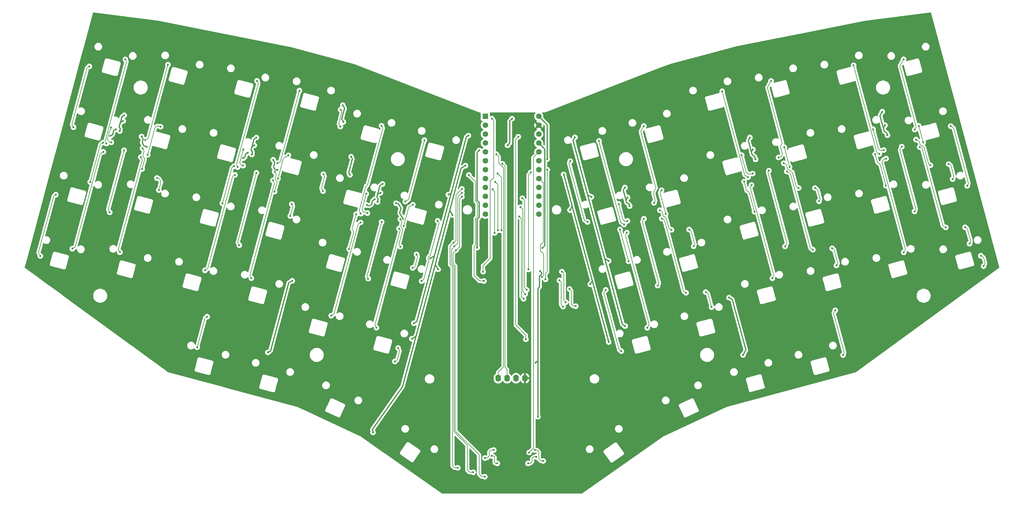
<source format=gtl>
G04 #@! TF.GenerationSoftware,KiCad,Pcbnew,9.0.7*
G04 #@! TF.CreationDate,2026-02-21T19:32:25+09:00*
G04 #@! TF.ProjectId,TrueStrike56,54727565-5374-4726-996b-6535362e6b69,rev?*
G04 #@! TF.SameCoordinates,Original*
G04 #@! TF.FileFunction,Copper,L1,Top*
G04 #@! TF.FilePolarity,Positive*
%FSLAX46Y46*%
G04 Gerber Fmt 4.6, Leading zero omitted, Abs format (unit mm)*
G04 Created by KiCad (PCBNEW 9.0.7) date 2026-02-21 19:32:25*
%MOMM*%
%LPD*%
G01*
G04 APERTURE LIST*
G04 #@! TA.AperFunction,ComponentPad*
%ADD10O,1.600000X2.000000*%
G04 #@! TD*
G04 #@! TA.AperFunction,ComponentPad*
%ADD11C,1.600000*%
G04 #@! TD*
G04 #@! TA.AperFunction,ComponentPad*
%ADD12R,1.600000X1.600000*%
G04 #@! TD*
G04 #@! TA.AperFunction,ViaPad*
%ADD13C,0.600000*%
G04 #@! TD*
G04 #@! TA.AperFunction,Conductor*
%ADD14C,0.200000*%
G04 #@! TD*
G04 #@! TA.AperFunction,Conductor*
%ADD15C,0.300000*%
G04 #@! TD*
G04 APERTURE END LIST*
D10*
X213898973Y-141271273D03*
X216438973Y-141271273D03*
X218978973Y-141271273D03*
X221518973Y-141271273D03*
D11*
X225455972Y-66536279D03*
X225455972Y-69076274D03*
X225455971Y-71616273D03*
X225455966Y-74156275D03*
X225455971Y-76696275D03*
X225455970Y-79236275D03*
X225455965Y-81776275D03*
X225455971Y-84316276D03*
X225455970Y-86856278D03*
X225455971Y-89396277D03*
X225455969Y-91936275D03*
X225455973Y-94476275D03*
X210215970Y-94476271D03*
X210215970Y-91936276D03*
X210215971Y-89396277D03*
X210215976Y-86856275D03*
X210215971Y-84316275D03*
X210215972Y-81776275D03*
X210215977Y-79236275D03*
X210215971Y-76696274D03*
X210215972Y-74156272D03*
X210215971Y-71616273D03*
X210215973Y-69076275D03*
D12*
X210215969Y-66536275D03*
D13*
X221783526Y-130175000D03*
X215105475Y-80061781D03*
X213390973Y-77331284D03*
X155185321Y-113476016D03*
X179500255Y-90972522D03*
X194524082Y-107028565D03*
X245366010Y-107804781D03*
X225836979Y-110732278D03*
X285622418Y-72562805D03*
X287232951Y-78812941D03*
X143684582Y-77431334D03*
X324133430Y-69080785D03*
X224566974Y-136894274D03*
X251357486Y-92130992D03*
X279687718Y-118257589D03*
X205417809Y-72015528D03*
X199711948Y-88893862D03*
X106045016Y-70697026D03*
X323359808Y-65212180D03*
X226535477Y-104064773D03*
X250084037Y-126394078D03*
X225201972Y-152261269D03*
X283686983Y-134655113D03*
X250003962Y-86840026D03*
X171983863Y-78045662D03*
X324829557Y-71918298D03*
X250759975Y-89661498D03*
X144981506Y-72585381D03*
X235776766Y-72507944D03*
X106999625Y-67864595D03*
X107304264Y-66236974D03*
X180940679Y-85836310D03*
X180328191Y-88367538D03*
X189883815Y-125572965D03*
X148252191Y-133904165D03*
X240468375Y-89526563D03*
X286465006Y-75952738D03*
X171650446Y-83215524D03*
X144389850Y-74793490D03*
X183289627Y-103636431D03*
X161576519Y-145927356D03*
X102300968Y-86497517D03*
X302977238Y-85141794D03*
X124694173Y-90539275D03*
X296118958Y-85526847D03*
X183789869Y-101325520D03*
X184866408Y-158497739D03*
X204445012Y-113531300D03*
X110679370Y-79763419D03*
X147848530Y-87619188D03*
X278988090Y-120467343D03*
X261589088Y-124912343D03*
X182317293Y-159038403D03*
X259974581Y-97841300D03*
X110350407Y-80991116D03*
X184118306Y-100099765D03*
X298125371Y-80226874D03*
X204445011Y-114801301D03*
X298800090Y-110815341D03*
X179979194Y-108140088D03*
X144621342Y-94853059D03*
X213462011Y-114801302D03*
X263621091Y-93797340D03*
X262614226Y-151694343D03*
X172683887Y-110878727D03*
X201452976Y-77229674D03*
X283190173Y-90793281D03*
X260303283Y-99068027D03*
X320263089Y-80081342D03*
X295790256Y-84300118D03*
X280995866Y-143689538D03*
X318902577Y-108573278D03*
X167823374Y-99175274D03*
X161473370Y-100394480D03*
X148213088Y-86402073D03*
X142854334Y-140453366D03*
X208501465Y-76251768D03*
X178710234Y-90234913D03*
X176437141Y-91848575D03*
X234369974Y-93264302D03*
X104927094Y-70201818D03*
X200862629Y-94658609D03*
X216565973Y-74791278D03*
X142505712Y-76918239D03*
X204564913Y-80596167D03*
X196765910Y-110193128D03*
X149788301Y-78935338D03*
X103345959Y-72119184D03*
X240179149Y-114453794D03*
X169612665Y-63341934D03*
X112254581Y-72296693D03*
X169778741Y-68119709D03*
X227868973Y-78728277D03*
X184807611Y-91342771D03*
X113716363Y-75182924D03*
X178236019Y-156724790D03*
X232566204Y-83097736D03*
X186810721Y-95823912D03*
X150984185Y-81832577D03*
X207908476Y-104001278D03*
X141197928Y-78474280D03*
X217835973Y-67171275D03*
X245385515Y-130940039D03*
X189301016Y-130021176D03*
X209834970Y-113526274D03*
X205547535Y-83269711D03*
X169005753Y-64625589D03*
X168893613Y-69460308D03*
X92861148Y-69598350D03*
X97373141Y-52268643D03*
X192057955Y-113533431D03*
X196659754Y-96359268D03*
X164075251Y-83026474D03*
X163963117Y-87861197D03*
X87823218Y-88890828D03*
X83401020Y-106376072D03*
X184463253Y-136479655D03*
X128093617Y-132422363D03*
X185359546Y-132643933D03*
X130951582Y-123719014D03*
X107634238Y-50284816D03*
X102259589Y-74268780D03*
X103617576Y-73926819D03*
X103610561Y-69717575D03*
X101278204Y-74005825D03*
X97632578Y-85291235D03*
X92537723Y-104305476D03*
X101356849Y-76656495D03*
X119760838Y-51776451D03*
X113350240Y-73247669D03*
X114015387Y-77501785D03*
X117671405Y-69472430D03*
X116661404Y-84129961D03*
X117189051Y-87558346D03*
X112406481Y-81543575D03*
X112536888Y-75659340D03*
X112035444Y-78154577D03*
X106075741Y-105303376D03*
X145176766Y-56399910D03*
X139637778Y-80997233D03*
X141196499Y-80577572D03*
X141255006Y-75943011D03*
X135285245Y-91352788D03*
X138656396Y-80734275D03*
X138839903Y-83233122D03*
X130325588Y-110486299D03*
X157220010Y-59184005D03*
X151006626Y-79919187D03*
X151115360Y-84287163D03*
X154092191Y-77658764D03*
X155089929Y-91600033D03*
X150193282Y-82330858D03*
X150161896Y-87978669D03*
X154648223Y-94965897D03*
X149691829Y-84826092D03*
X143534909Y-112710933D03*
X174729514Y-94296002D03*
X180638082Y-69212429D03*
X176611288Y-94142817D03*
X176286931Y-88616795D03*
X173404596Y-94466906D03*
X171400470Y-104399881D03*
X174657332Y-96816306D03*
X166305609Y-123414120D03*
X192871333Y-73338563D03*
X187411122Y-90826771D03*
X186931040Y-97828348D03*
X189592442Y-91731237D03*
X190629143Y-105931752D03*
X186030101Y-103713341D03*
X189532403Y-109779498D03*
X186008947Y-95872035D03*
X179186236Y-126865482D03*
X185658675Y-98562937D03*
X242633540Y-73563240D03*
X249776345Y-97377899D03*
X248234327Y-91521559D03*
X250732299Y-96374392D03*
X248615099Y-98830854D03*
X251035369Y-107863437D03*
X250556404Y-99708528D03*
X256380049Y-126893789D03*
X255407276Y-69291295D03*
X258310584Y-91221087D03*
X260459914Y-87588329D03*
X261621534Y-94376996D03*
X268319325Y-98832941D03*
X269601256Y-103617169D03*
X259955467Y-93311400D03*
X263284165Y-98933043D03*
X273040579Y-116698232D03*
X267436956Y-116884919D03*
X260518825Y-95724306D03*
X274714589Y-120982966D03*
X285104201Y-83877472D03*
X277732912Y-59376669D03*
X283276788Y-77613205D03*
X286411925Y-82869670D03*
X283986404Y-85168476D03*
X286936524Y-93724993D03*
X292031369Y-112739239D03*
X286090798Y-86119964D03*
X291665512Y-56420411D03*
X293789454Y-78263258D03*
X295434498Y-75324349D03*
X296946513Y-80967292D03*
X304194292Y-86985109D03*
X299527149Y-86986608D03*
X305335936Y-90755086D03*
X295280449Y-79901694D03*
X303581330Y-104570462D03*
X296167677Y-82264059D03*
X310311340Y-109078203D03*
X309074310Y-104216204D03*
X315192087Y-51969118D03*
X322515256Y-77271689D03*
X323790106Y-76141217D03*
X320735959Y-70205644D03*
X324395688Y-86317437D03*
X321329189Y-77326537D03*
X324447511Y-78594673D03*
X329490542Y-105331690D03*
X332598235Y-70314166D03*
X329453392Y-50239581D03*
X333778800Y-69257394D03*
X335027861Y-73918952D03*
X332981736Y-73152399D03*
X342263605Y-80137210D03*
X343414055Y-84430749D03*
X337093746Y-80470631D03*
X348221886Y-102864505D03*
X346972824Y-98202947D03*
X341459008Y-98234092D03*
X334029780Y-75288469D03*
X210088979Y-164072279D03*
X212628970Y-161786277D03*
X213644976Y-165596275D03*
X211993979Y-163437281D03*
X222407972Y-165596274D03*
X224693969Y-163725281D03*
X226725969Y-164894075D03*
X224312977Y-161786275D03*
X219624527Y-72343622D03*
X213009977Y-85205273D03*
X206786975Y-168136275D03*
X213771976Y-99048281D03*
X203548478Y-88316783D03*
X201452976Y-103620273D03*
X203534477Y-89473778D03*
X212882970Y-99810274D03*
X212247972Y-87364270D03*
X210088972Y-169406278D03*
X201833975Y-104763277D03*
X103172553Y-93924016D03*
X107259597Y-76217488D03*
X201198977Y-102604280D03*
X203548486Y-87237275D03*
X213708477Y-82855773D03*
X202341975Y-166866277D03*
X214787976Y-99048272D03*
X140105809Y-103294343D03*
X144981732Y-82643665D03*
X176850649Y-112877136D03*
X180665923Y-96675548D03*
X232059979Y-110859272D03*
X259347220Y-114839887D03*
X233139474Y-119558775D03*
X255422162Y-95775155D03*
X235996972Y-120710089D03*
X234218974Y-115812275D03*
X291049426Y-82021491D03*
X295664751Y-103662351D03*
X328918291Y-75161559D03*
X231361475Y-113335773D03*
X332556339Y-93645802D03*
X232377477Y-120828778D03*
X222725474Y-162484773D03*
X226344972Y-112383275D03*
X221137980Y-118606279D03*
X219867981Y-95111273D03*
X222534974Y-110224273D03*
X223169971Y-82538283D03*
X227384212Y-113041515D03*
X227867972Y-81776271D03*
X221582473Y-117272776D03*
X220248973Y-92444278D03*
X222026967Y-116066274D03*
X220756975Y-89904280D03*
X209580970Y-110859279D03*
X212120977Y-67171274D03*
X312186207Y-134664804D03*
X351448270Y-106319786D03*
X352237149Y-109263929D03*
X309951638Y-121909090D03*
X248971797Y-133529056D03*
X244549609Y-116043814D03*
X347559349Y-86338757D03*
X342867747Y-69320146D03*
X239356139Y-96661539D03*
X234443255Y-79307781D03*
D14*
X215803972Y-138164275D02*
X216438979Y-138799283D01*
X215803968Y-80760276D02*
X215803972Y-138164275D01*
X215105475Y-80061781D02*
X215803968Y-80760276D01*
X216438979Y-138799283D02*
X216438975Y-141271278D01*
X214025974Y-79871277D02*
X215388971Y-81234274D01*
X215388968Y-138071275D02*
X213898974Y-139561274D01*
X213898974Y-139561274D02*
X213898969Y-141271276D01*
X215388971Y-81234274D02*
X215388968Y-138071275D01*
X214025972Y-77966277D02*
X214025974Y-79871277D01*
X213390973Y-77331284D02*
X214025972Y-77966277D01*
D15*
X180940679Y-85836310D02*
X180162976Y-86285329D01*
X286060893Y-76652688D02*
X285173403Y-73340524D01*
X190661523Y-125123944D02*
X195690642Y-106355048D01*
X235776766Y-72507944D02*
X235237957Y-73441199D01*
X143684582Y-77431334D02*
X143864977Y-76758082D01*
X283686983Y-134655113D02*
X284495213Y-133255231D01*
X143864977Y-76758082D02*
X143459815Y-76056309D01*
X143689906Y-75197594D02*
X144389850Y-74793490D01*
X284495213Y-133255231D02*
X280620979Y-118796402D01*
X287232951Y-78812941D02*
X286992762Y-77916559D01*
X286290989Y-77511390D02*
X286060893Y-76652688D01*
X171983863Y-78045662D02*
X172343064Y-78667825D01*
X200489666Y-88444846D02*
X204795634Y-72374735D01*
X204795634Y-72374735D02*
X205417809Y-72015528D01*
X239379574Y-88897945D02*
X240468375Y-89526563D01*
X106682094Y-66596189D02*
X107304264Y-66236974D01*
X171291236Y-82593344D02*
X171650446Y-83215524D01*
X226535477Y-104064773D02*
X227217970Y-103382274D01*
X189883815Y-125572965D02*
X190661523Y-125123944D01*
X225201973Y-136259281D02*
X224566974Y-136894274D01*
X286992762Y-77916559D02*
X286290989Y-77511390D01*
X148998788Y-133473107D02*
X148252191Y-133904165D01*
X144281561Y-72989489D02*
X143689906Y-75197594D01*
X250508187Y-91175246D02*
X250310962Y-90439204D01*
X323947379Y-70839871D02*
X322731190Y-66300987D01*
X179713527Y-90176598D02*
X179500255Y-90972522D01*
X106208580Y-70086564D02*
X105893218Y-69540326D01*
X154205397Y-114041773D02*
X148998788Y-133473107D01*
X239379574Y-88897945D02*
X244277210Y-107176156D01*
X251357486Y-92130992D02*
X251209954Y-91580414D01*
X249306319Y-125945062D02*
X250084037Y-126394078D01*
X251209954Y-91580414D02*
X250508187Y-91175246D01*
X226217977Y-111589622D02*
X225693978Y-112113622D01*
X225201973Y-115685278D02*
X225201973Y-136259281D01*
X199711948Y-88893862D02*
X200489666Y-88444846D01*
X180328191Y-88367538D02*
X179472703Y-88861453D01*
X286060893Y-76652688D02*
X286465006Y-75952738D01*
X235237957Y-73441199D02*
X239379574Y-88897945D01*
X155185321Y-113476016D02*
X154205397Y-114041773D01*
X324829557Y-71918298D02*
X324649161Y-71245040D01*
X244277210Y-107176156D02*
X245366010Y-107804781D01*
X244277210Y-107176156D02*
X249306319Y-125945062D01*
X225201973Y-136259281D02*
X225201972Y-152261269D01*
X143459815Y-76056309D02*
X143689906Y-75197594D01*
X195690642Y-106355048D02*
X200489666Y-88444846D01*
X225693969Y-115193278D02*
X225201973Y-115685278D01*
X285173403Y-73340524D02*
X285622418Y-72562805D01*
X324649161Y-71245040D02*
X323947379Y-70839871D01*
X172343064Y-78667825D02*
X171291236Y-82593344D01*
X227217977Y-75918277D02*
X225455973Y-74156276D01*
X250310962Y-90439204D02*
X249554941Y-87617739D01*
X180162976Y-86285329D02*
X179308356Y-89474822D01*
X250310962Y-90439204D02*
X250759975Y-89661498D01*
X194524082Y-107028565D02*
X195690642Y-106355048D01*
X227217970Y-103382274D02*
X227217977Y-75918277D01*
X280620979Y-118796402D02*
X279687718Y-118257589D01*
X249554941Y-87617739D02*
X250003962Y-86840026D01*
X225693978Y-112113622D02*
X225693969Y-115193278D01*
X323684417Y-69858502D02*
X324133430Y-69080785D01*
X106999625Y-67864595D02*
X106221920Y-68313609D01*
X105893218Y-69540326D02*
X106682094Y-66596189D01*
X225836979Y-110732278D02*
X226217976Y-111113276D01*
X322731190Y-66300987D02*
X323359808Y-65212180D01*
X179308356Y-89474822D02*
X179713527Y-90176598D01*
X106045016Y-70697026D02*
X106208580Y-70086564D01*
X226217976Y-111113276D02*
X226217977Y-111589622D01*
X144981506Y-72585381D02*
X144281561Y-72989489D01*
X112964262Y-74962741D02*
X112422365Y-74024153D01*
X208501465Y-76251768D02*
X207908465Y-76844779D01*
X227868976Y-68949279D02*
X225455980Y-66536282D01*
X217200979Y-74156267D02*
X217200969Y-67806275D01*
X149875745Y-81062450D02*
X150237311Y-79713052D01*
X185822884Y-94112940D02*
X186810721Y-95823912D01*
X227868973Y-78728277D02*
X227868976Y-68949279D01*
X190434881Y-129404638D02*
X195924820Y-108915917D01*
X234998595Y-92175510D02*
X240717974Y-113520539D01*
X207929969Y-90539273D02*
X208437976Y-91047281D01*
X178710234Y-90234913D02*
X178088079Y-90594127D01*
X169289428Y-67272188D02*
X170111181Y-64205380D01*
X207908473Y-95873277D02*
X207908476Y-104001278D01*
X195957695Y-108793240D02*
X196765910Y-110193128D01*
X185466038Y-91519199D02*
X186184463Y-92763541D01*
X189301016Y-130021176D02*
X190446958Y-129359571D01*
X184807611Y-91342771D02*
X185466038Y-91519199D01*
X200099309Y-93336490D02*
X200862629Y-94658609D01*
X170111181Y-64205380D02*
X169612665Y-63341934D01*
X113703640Y-75160863D02*
X112964262Y-74962741D01*
X150198892Y-81622155D02*
X149875745Y-81062450D01*
X112422365Y-74024153D02*
X112685331Y-73042765D01*
X176445622Y-91863272D02*
X176437141Y-91848575D01*
X203320569Y-81314582D02*
X200099309Y-93336490D01*
X217200969Y-67806275D02*
X217835973Y-67171275D01*
X207908466Y-90539277D02*
X207929969Y-90539273D01*
X208437976Y-91047281D02*
X208437975Y-95343769D01*
X186184463Y-92763541D02*
X185822884Y-94112940D01*
X186606705Y-143691591D02*
X178084092Y-155863148D01*
X141707411Y-78180127D02*
X141197928Y-78474280D01*
X177792242Y-91698177D02*
X177170066Y-92057385D01*
X190434882Y-129404644D02*
X186606705Y-143691591D01*
X204564913Y-80596167D02*
X203320569Y-81314582D01*
X216565973Y-74791278D02*
X217200979Y-74156267D01*
X232566204Y-83097736D02*
X234998595Y-92175510D01*
X103384352Y-72129461D02*
X103976222Y-71787752D01*
X112685331Y-73042765D02*
X112254581Y-72296693D01*
X142505712Y-76918239D02*
X141961309Y-77232548D01*
X240717974Y-113520539D02*
X240179149Y-114453794D01*
X150984185Y-81832577D02*
X150198892Y-81622155D01*
X178088079Y-90594127D02*
X177792242Y-91698177D01*
X103976222Y-71787752D02*
X104304919Y-70561036D01*
X150237311Y-79713052D02*
X149788301Y-78935338D01*
X178084092Y-155863148D02*
X178236019Y-156724790D01*
X103345959Y-72119184D02*
X103384352Y-72129461D01*
X195924820Y-108915917D02*
X200099309Y-93336490D01*
X113716363Y-75182924D02*
X113703640Y-75160863D01*
X177170066Y-92057385D02*
X176445622Y-91863272D01*
X104304919Y-70561036D02*
X104927094Y-70201818D01*
X234998595Y-92175510D02*
X234369974Y-93264302D01*
X141961309Y-77232548D02*
X141707411Y-78180127D01*
X208437975Y-95343769D02*
X207908473Y-95873277D01*
X169778741Y-68119709D02*
X169289428Y-67272188D01*
X240717974Y-113520539D02*
X245385515Y-130940039D01*
X207908465Y-76844779D02*
X207908466Y-90539277D01*
D14*
X207040983Y-112002275D02*
X208564978Y-113526279D01*
X207986976Y-91234093D02*
X207986972Y-95156960D01*
X207457471Y-90726085D02*
X207721657Y-90990278D01*
X207721657Y-90990278D02*
X207743160Y-90990276D01*
X207457471Y-103149055D02*
X207040970Y-103565559D01*
X205547535Y-83269711D02*
X207457469Y-85179648D01*
X207457474Y-95686473D02*
X207457471Y-103149055D01*
X207040970Y-103565559D02*
X207040983Y-112002275D01*
X207986972Y-95156960D02*
X207457474Y-95686473D01*
X207457469Y-85179648D02*
X207457471Y-90726085D01*
X207743160Y-90990276D02*
X207986976Y-91234093D01*
X208564978Y-113526279D02*
X209834970Y-113526274D01*
X169364956Y-65247752D02*
X169005753Y-64625589D01*
X168444599Y-68682593D02*
X169364956Y-65247752D01*
X168893613Y-69460308D02*
X168444599Y-68682593D01*
X96750969Y-52627858D02*
X97373141Y-52268643D01*
X92412131Y-68820644D02*
X96750969Y-52627858D01*
X92861148Y-69598350D02*
X92412131Y-68820644D01*
X193879117Y-107113469D02*
X194169384Y-107616220D01*
X194169384Y-107616220D02*
X192680132Y-113174219D01*
X194007980Y-106632551D02*
X193879117Y-107113469D01*
X197018965Y-96981445D02*
X194510737Y-106342291D01*
X196659754Y-96359268D02*
X197018965Y-96981445D01*
X192680132Y-113174219D02*
X192057955Y-113533431D01*
X194510737Y-106342291D02*
X194007980Y-106632551D01*
X163963117Y-87861197D02*
X163514095Y-87083475D01*
X163514095Y-87083475D02*
X164434453Y-83648645D01*
X164434453Y-83648645D02*
X164075251Y-83026474D01*
X82862206Y-105442817D02*
X87201049Y-89250034D01*
X83401020Y-106376072D02*
X82862206Y-105442817D01*
X87201049Y-89250034D02*
X87823218Y-88890828D01*
X185359546Y-132643933D02*
X185808564Y-133421649D01*
X130329425Y-124078215D02*
X130951582Y-123719014D01*
X128093617Y-132422363D02*
X130329425Y-124078215D01*
X185085425Y-136120441D02*
X184463253Y-136479655D01*
X185808564Y-133421649D02*
X185085425Y-136120441D01*
X102259589Y-74268780D02*
X101900381Y-73646614D01*
X101900381Y-73646614D02*
X107993436Y-50906994D01*
X107993436Y-50906994D02*
X107634238Y-50284816D01*
X103610561Y-69717575D02*
X103429779Y-70392269D01*
X103143194Y-70557736D02*
X102512627Y-72911011D01*
X103429779Y-70392269D02*
X103143194Y-70557736D01*
X102512627Y-72911011D02*
X103004215Y-73762467D01*
X103004215Y-73762467D02*
X103617576Y-73926819D01*
X101278204Y-74005825D02*
X100542693Y-74430471D01*
X100542707Y-74430472D02*
X97632578Y-85291235D01*
X100465790Y-77170939D02*
X93315429Y-103856468D01*
X93315429Y-103856468D02*
X92537723Y-104305476D01*
X101356849Y-76656495D02*
X100465790Y-77170939D01*
X119760838Y-51776451D02*
X114127953Y-72798658D01*
X114127953Y-72798658D02*
X113350240Y-73247669D01*
X117671405Y-69472430D02*
X116822079Y-69244862D01*
X116119068Y-69650744D02*
X114015387Y-77501785D01*
X116822079Y-69244862D02*
X116119068Y-69650744D01*
X112985888Y-76437053D02*
X112536888Y-75659340D01*
X112406481Y-81543575D02*
X113165361Y-78711384D01*
X117813583Y-85227568D02*
X117189051Y-87558346D01*
X117274763Y-84294309D02*
X117813583Y-85227568D01*
X113165361Y-78711384D02*
X112626554Y-77778130D01*
X116661404Y-84129961D02*
X117274763Y-84294309D01*
X112626554Y-77778130D02*
X112985888Y-76437053D01*
X106075741Y-105303376D02*
X105626731Y-104525662D01*
X112484444Y-78932279D02*
X112035444Y-78154577D01*
X105626731Y-104525662D02*
X112484444Y-78932279D01*
X139290669Y-80329868D02*
X145535972Y-57022084D01*
X145535972Y-57022084D02*
X145176766Y-56399910D01*
X139637778Y-80997233D02*
X139278568Y-80375060D01*
X140211816Y-79836246D02*
X141255006Y-75943011D01*
X140537946Y-80401115D02*
X140211816Y-79836246D01*
X141196499Y-80577572D02*
X140537946Y-80401115D01*
X138034225Y-81093485D02*
X138656396Y-80734275D01*
X135285245Y-91352788D02*
X138034225Y-81093485D01*
X130325588Y-110486299D02*
X131103306Y-110037297D01*
X131103306Y-110037297D02*
X138170364Y-83662685D01*
X138170364Y-83662685D02*
X138183996Y-83611807D01*
X138183996Y-83611807D02*
X138839903Y-83233122D01*
X151784345Y-79470178D02*
X151006626Y-79919187D01*
X157220010Y-59184005D02*
X151796457Y-79424984D01*
X154092191Y-77658764D02*
X152671683Y-78478896D01*
X152671683Y-78478896D02*
X151115360Y-84287163D01*
X150161896Y-87978669D02*
X150881226Y-85294114D01*
X155089929Y-91600033D02*
X155404233Y-92144427D01*
X150318046Y-84318649D02*
X150642288Y-83108564D01*
X150881226Y-85294114D02*
X150318046Y-84318649D01*
X150642288Y-83108564D02*
X150193282Y-82330858D01*
X155404233Y-92144427D02*
X154648223Y-94965897D01*
X150140843Y-85603803D02*
X149691829Y-84826092D01*
X143534909Y-112710933D02*
X143085901Y-111933220D01*
X143085901Y-111933220D02*
X150140843Y-85603803D01*
X176653595Y-86133881D02*
X176186972Y-86403284D01*
X174280496Y-93518285D02*
X174729514Y-94296002D01*
X181013466Y-69862614D02*
X176653595Y-86133881D01*
X180638082Y-69212429D02*
X181013466Y-69862614D01*
X176186972Y-86403284D02*
X174280496Y-93518285D01*
X176611288Y-94142817D02*
X175507227Y-93846994D01*
X175082584Y-93111478D02*
X176286931Y-88616795D01*
X175507227Y-93846994D02*
X175082584Y-93111478D01*
X172266257Y-98715258D02*
X172715277Y-99492972D01*
X173404596Y-94466906D02*
X172266257Y-98715258D01*
X172715277Y-99492972D02*
X171400470Y-104399881D01*
X167083324Y-122965115D02*
X166305609Y-123414120D01*
X173986034Y-97203873D02*
X167083324Y-122965115D01*
X174657332Y-96816306D02*
X173986034Y-97203873D01*
X188327086Y-90297947D02*
X192871333Y-73338563D01*
X187411122Y-90826771D02*
X188327086Y-90297947D01*
X188376678Y-92433151D02*
X186931040Y-97828348D01*
X189592442Y-91731237D02*
X188376678Y-92433151D01*
X186702960Y-98812695D02*
X185592792Y-102955900D01*
X186457960Y-96649749D02*
X186139775Y-97837242D01*
X186139775Y-97837242D02*
X186702960Y-98812695D01*
X190154573Y-109420291D02*
X189532403Y-109779498D01*
X190629143Y-105931752D02*
X190943454Y-106476147D01*
X185592792Y-102955900D02*
X186030101Y-103713341D01*
X190943454Y-106476147D02*
X190154573Y-109420291D01*
X186008947Y-95872035D02*
X186457960Y-96649749D01*
X178737230Y-126087770D02*
X179186236Y-126865482D01*
X185968626Y-99099802D02*
X178737230Y-126087770D01*
X185658675Y-98562937D02*
X185968626Y-99099802D01*
X242633540Y-73563240D02*
X248875260Y-96857649D01*
X248875254Y-96857651D02*
X249776345Y-97377899D01*
X250196424Y-96517977D02*
X250732299Y-96374392D01*
X249459057Y-96092268D02*
X250196424Y-96517977D01*
X248234327Y-91521559D02*
X249459057Y-96092268D01*
X248615099Y-98830854D02*
X251035369Y-107863437D01*
X250109506Y-100482569D02*
X250556404Y-99708528D01*
X256930779Y-125939897D02*
X250109506Y-100482569D01*
X256380049Y-126893789D02*
X256930779Y-125939897D01*
X254509963Y-70845490D02*
X258835644Y-86989151D01*
X258835644Y-86989151D02*
X258061738Y-88329601D01*
X258669795Y-90598907D02*
X258310584Y-91221087D01*
X258061738Y-88329601D02*
X258669795Y-90598907D01*
X255407276Y-69291295D02*
X254509963Y-70845490D01*
X261621534Y-94376996D02*
X260010900Y-88366042D01*
X260010900Y-88366042D02*
X260459914Y-87588329D01*
X260655406Y-93715509D02*
X261000540Y-95003570D01*
X263128623Y-98843243D02*
X263284165Y-98933043D01*
X261757615Y-95440673D02*
X262585276Y-98529539D01*
X259955467Y-93311400D02*
X260655406Y-93715509D01*
X261000540Y-95003570D02*
X261757615Y-95440673D01*
X269601256Y-103617169D02*
X269915566Y-103072770D01*
X262585276Y-98529539D02*
X263128623Y-98843243D01*
X269915566Y-103072770D02*
X268863725Y-99147249D01*
X268863725Y-99147249D02*
X268319325Y-98832941D01*
X267436956Y-116884919D02*
X266738077Y-116481422D01*
X273040579Y-116698232D02*
X273662746Y-117057444D01*
X273662746Y-117057444D02*
X274714589Y-120982966D01*
X266738077Y-116481422D02*
X261296538Y-96173321D01*
X261296538Y-96173321D02*
X260518825Y-95724306D01*
X284150319Y-83326742D02*
X277732912Y-59376669D01*
X285104201Y-83877472D02*
X284150319Y-83326742D01*
X286411925Y-82869670D02*
X285553220Y-83099757D01*
X284599330Y-82549030D02*
X283276788Y-77613205D01*
X285553220Y-83099757D02*
X284599330Y-82549030D01*
X285457374Y-88204726D02*
X286936524Y-93724993D01*
X283986404Y-85168476D02*
X284679655Y-87755715D01*
X284679655Y-87755715D02*
X285457374Y-88204726D01*
X292480381Y-111961523D02*
X292031369Y-112739239D01*
X285725634Y-86752443D02*
X292480381Y-111961523D01*
X286090798Y-86119964D02*
X285725634Y-86752443D01*
X290588593Y-58285695D02*
X294848532Y-74184003D01*
X294321630Y-75096623D02*
X294913296Y-77304731D01*
X294464274Y-78082438D02*
X293789454Y-78263258D01*
X294848532Y-74184003D02*
X294321630Y-75096623D01*
X291665512Y-56420411D02*
X290588593Y-58285695D01*
X294913296Y-77304731D02*
X294464274Y-78082438D01*
X295434498Y-75324349D02*
X296946513Y-80967292D01*
X304894232Y-87389221D02*
X305650243Y-90210690D01*
X304194292Y-86985109D02*
X304894232Y-87389221D01*
X296325525Y-81593865D02*
X295980396Y-80305796D01*
X299527149Y-86986608D02*
X298828270Y-86583109D01*
X297704773Y-82390176D02*
X296325525Y-81593865D01*
X298828270Y-86583109D02*
X297704773Y-82390176D01*
X305650243Y-90210690D02*
X305335936Y-90755086D01*
X295980396Y-80305796D02*
X295280449Y-79901694D01*
X310670548Y-108456036D02*
X310311340Y-109078203D01*
X297177946Y-82877475D02*
X296177235Y-82299718D01*
X302882449Y-104166965D02*
X297177946Y-82877475D01*
X303581330Y-104570462D02*
X302882449Y-104166965D01*
X309618710Y-104530512D02*
X310670548Y-108456036D01*
X296177235Y-82299718D02*
X296167677Y-82264059D01*
X309074310Y-104216204D02*
X309618710Y-104530512D01*
X321872456Y-76900566D02*
X315192087Y-51969118D01*
X322515256Y-77271689D02*
X321872456Y-76900566D01*
X322255719Y-75877507D02*
X320735959Y-70205644D01*
X323790106Y-76141217D02*
X323054075Y-76338439D01*
X323054075Y-76338439D02*
X322255719Y-75877507D01*
X321974484Y-79734799D02*
X322752188Y-80183805D01*
X321329189Y-77326537D02*
X321974484Y-79734799D01*
X322752188Y-80183805D02*
X324395688Y-86317437D01*
X323711476Y-78791885D02*
X323250549Y-79590234D01*
X329939566Y-104553978D02*
X329490542Y-105331690D01*
X324447511Y-78594673D02*
X323711476Y-78791885D01*
X323250549Y-79590234D02*
X329939566Y-104553978D01*
X329453392Y-50239581D02*
X328376475Y-52104859D01*
X333047256Y-69536452D02*
X332598235Y-70314166D01*
X328376475Y-52104859D02*
X333047256Y-69536452D01*
X333778800Y-69257394D02*
X335027861Y-73918952D01*
X333914995Y-73691216D02*
X332981736Y-73152399D01*
X342885778Y-80496420D02*
X343773267Y-83808581D01*
X334161531Y-74611265D02*
X333914995Y-73691216D01*
X337093746Y-80470631D02*
X336550398Y-80156928D01*
X335229686Y-75227959D02*
X334161531Y-74611265D01*
X342263605Y-80137210D02*
X342885778Y-80496420D01*
X343773267Y-83808581D02*
X343414055Y-84430749D01*
X336550398Y-80156928D02*
X335229686Y-75227959D01*
X348581097Y-102242336D02*
X348221886Y-102864505D01*
X340604575Y-97740786D02*
X334690748Y-75670080D01*
X341459008Y-98234092D02*
X340604575Y-97740786D01*
X346972824Y-98202947D02*
X347594997Y-98562161D01*
X334690748Y-75670080D02*
X334029780Y-75288469D01*
X347594997Y-98562161D02*
X348581097Y-102242336D01*
X210088979Y-164072279D02*
X210723975Y-164072282D01*
X211866972Y-161786272D02*
X212628970Y-161786277D01*
X211358978Y-162294267D02*
X211866972Y-161786272D01*
X210723975Y-164072282D02*
X211358978Y-163437276D01*
X211358978Y-163437276D02*
X211358978Y-162294267D01*
X212882972Y-165342275D02*
X213136967Y-165596272D01*
X212501969Y-163437274D02*
X212882975Y-163818277D01*
X213136967Y-165596272D02*
X213644976Y-165596275D01*
X212882975Y-163818277D02*
X212882972Y-165342275D01*
X211993979Y-163437281D02*
X212501969Y-163437274D01*
X223550974Y-165088278D02*
X223042970Y-165596278D01*
X224024976Y-163725270D02*
X223550971Y-164199284D01*
X224693969Y-163725281D02*
X224024976Y-163725270D01*
X223550971Y-164199284D02*
X223550974Y-165088278D01*
X223042970Y-165596278D02*
X222407972Y-165596274D01*
X226023769Y-164894072D02*
X226725969Y-164894075D01*
X224312977Y-161786275D02*
X224947976Y-161786271D01*
X225455972Y-162294283D02*
X225455981Y-164326272D01*
X225455981Y-164326272D02*
X226023769Y-164894072D01*
X224947976Y-161786271D02*
X225455972Y-162294283D01*
X205072481Y-167437774D02*
X205072468Y-160310876D01*
X213771982Y-99048280D02*
X213771976Y-99048281D01*
X200583975Y-104489277D02*
X201452976Y-103620273D01*
X200583976Y-108661180D02*
X200583975Y-104489277D01*
X203548478Y-88316783D02*
X202341976Y-89523278D01*
X205770971Y-168136274D02*
X205072481Y-167437774D01*
X202341976Y-89523278D02*
X202341969Y-102731277D01*
X206786975Y-168136275D02*
X205770971Y-168136274D01*
X213771976Y-85967284D02*
X213771982Y-99048280D01*
X201252979Y-109330176D02*
X200583976Y-108661180D01*
X201252977Y-156491378D02*
X201252979Y-109330176D01*
X202341969Y-102731277D02*
X201452976Y-103620273D01*
X213009977Y-85205273D02*
X213771976Y-85967284D01*
X205072468Y-160310876D02*
X201252977Y-156491378D01*
X202849969Y-90158280D02*
X202849965Y-103747280D01*
X200984972Y-108495074D02*
X200984979Y-105612278D01*
X212882970Y-99810274D02*
X212882974Y-99810261D01*
X212882979Y-87999280D02*
X212247972Y-87364270D01*
X210088976Y-169406280D02*
X209199976Y-169406278D01*
X201653972Y-109164073D02*
X200984972Y-108495074D01*
X203534477Y-89473778D02*
X202849969Y-90158280D01*
X202849965Y-103747280D02*
X201833975Y-104763277D01*
X208437970Y-163109275D02*
X201653979Y-156325279D01*
X200984979Y-105612278D02*
X201833975Y-104763277D01*
X201653979Y-156325279D02*
X201653972Y-109164073D01*
X209199976Y-169406278D02*
X208437975Y-168644274D01*
X208437975Y-168644274D02*
X208437970Y-163109275D01*
X210088972Y-169406278D02*
X210088976Y-169406280D01*
X212882974Y-99810261D02*
X212882979Y-87999280D01*
X103172553Y-93924016D02*
X102723531Y-93146313D01*
X102723531Y-93146313D02*
X107259597Y-76217488D01*
X213708477Y-82855773D02*
X214787979Y-83935275D01*
X200851972Y-166265272D02*
X200851975Y-109496273D01*
X214787980Y-99048273D02*
X214787976Y-99048272D01*
X200851975Y-109496273D02*
X200182973Y-108827277D01*
X202341975Y-166866277D02*
X201452976Y-166866275D01*
X203548486Y-87237275D02*
X201833973Y-88951770D01*
X201833973Y-88951770D02*
X201833974Y-101969275D01*
X201452976Y-166866275D02*
X200851972Y-166265272D01*
X200182973Y-108827277D02*
X200182976Y-103620280D01*
X201833974Y-101969275D02*
X201198977Y-102604280D01*
X200182976Y-103620280D02*
X201198977Y-102604280D01*
X214787979Y-83935275D02*
X214787980Y-99048273D01*
X139656785Y-102516630D02*
X144981732Y-82643665D01*
X140105809Y-103294343D02*
X139656785Y-102516630D01*
X180665923Y-96675548D02*
X176491436Y-112254956D01*
X176491436Y-112254956D02*
X176850649Y-112877136D01*
X233139474Y-119558775D02*
X232567974Y-118987278D01*
X254973147Y-96552864D02*
X259706434Y-114217716D01*
X259706434Y-114217716D02*
X259347220Y-114839887D01*
X232567974Y-118987278D02*
X232567977Y-111367276D01*
X232567977Y-111367276D02*
X232059979Y-110859272D01*
X255422162Y-95775155D02*
X254973147Y-96552864D01*
X235996972Y-120710089D02*
X235306785Y-120710101D01*
X235306785Y-120710101D02*
X234726972Y-120130276D01*
X234726972Y-120130276D02*
X234726979Y-116320276D01*
X234726979Y-116320276D02*
X234218974Y-115812275D01*
X296203559Y-102729093D02*
X290780019Y-82488117D01*
X295664751Y-103662351D02*
X296203559Y-102729093D01*
X290780019Y-82488117D02*
X291049426Y-82021491D01*
X231805972Y-113780279D02*
X231805973Y-120257275D01*
X231805973Y-120257275D02*
X232377477Y-120828778D01*
X231361475Y-113335773D02*
X231805972Y-113780279D01*
X332915541Y-93023633D02*
X328379476Y-76094819D01*
X328379476Y-76094819D02*
X328918291Y-75161559D01*
X332556339Y-93645802D02*
X332915541Y-93023633D01*
X223931973Y-78220279D02*
X225455972Y-76696272D01*
X222725474Y-162484773D02*
X223931979Y-161278276D01*
X223931979Y-161278276D02*
X223931973Y-78220279D01*
X226852970Y-111875273D02*
X226852974Y-105759744D01*
X225934472Y-103205277D02*
X226725971Y-102413773D01*
X225934479Y-104841250D02*
X225934472Y-103205277D01*
X226344972Y-112383275D02*
X226852970Y-111875273D01*
X226852974Y-105759744D02*
X225934479Y-104841250D01*
X226725970Y-85586276D02*
X225455975Y-84316285D01*
X226725971Y-102413773D02*
X226725970Y-85586276D01*
X221137980Y-118606279D02*
X220482967Y-117951276D01*
X220482977Y-95726278D02*
X219867981Y-95111273D01*
X220482967Y-117951276D02*
X220482977Y-95726278D01*
X223169971Y-82538283D02*
X222534976Y-83173276D01*
X222534976Y-83173276D02*
X222534974Y-110224273D01*
X227384210Y-111344042D02*
X227867979Y-110860275D01*
X227384212Y-113041515D02*
X227384210Y-111344042D01*
X227867979Y-110860275D02*
X227867972Y-81776271D01*
X220883971Y-116574271D02*
X220883976Y-93079274D01*
X221582473Y-117272776D02*
X220883971Y-116574271D01*
X220883976Y-93079274D02*
X220248973Y-92444278D01*
X221391977Y-90539276D02*
X220756975Y-89904280D01*
X221391974Y-115431271D02*
X221391977Y-90539276D01*
X222026967Y-116066274D02*
X221391974Y-115431271D01*
X209580970Y-110859279D02*
X209580972Y-109149281D01*
X209580972Y-109149281D02*
X211646970Y-107083276D01*
X212628979Y-84062284D02*
X212628977Y-67679267D01*
X212628977Y-67679267D02*
X212120977Y-67171274D01*
X211646970Y-107083276D02*
X211646974Y-85044279D01*
X211646974Y-85044279D02*
X212628979Y-84062284D01*
X309502627Y-122686810D02*
X309951638Y-121909090D01*
X352686163Y-108486215D02*
X352237149Y-109263929D01*
X351448270Y-106319786D02*
X352225982Y-106768799D01*
X312545405Y-134042636D02*
X309502622Y-122686817D01*
X312186207Y-134664804D02*
X312545405Y-134042636D01*
X309502622Y-122686817D02*
X309502627Y-122686810D01*
X352225982Y-106768799D02*
X352686163Y-108486215D01*
X248349635Y-133169840D02*
X244010793Y-116977073D01*
X248971797Y-133529056D02*
X248349635Y-133169840D01*
X244010793Y-116977073D02*
X244549609Y-116043814D01*
X342867747Y-69320146D02*
X343645456Y-69769151D01*
X343645456Y-69769151D02*
X347918560Y-85716588D01*
X347918560Y-85716588D02*
X347559349Y-86338757D01*
X239356139Y-96661539D02*
X238422889Y-96122730D01*
X234084035Y-79929952D02*
X234443255Y-79307781D01*
X238422889Y-96122730D02*
X234084035Y-79929952D01*
X221783527Y-130174999D02*
X221783527Y-128985621D01*
X221783526Y-130175000D02*
X221783527Y-130174999D01*
X221783527Y-128985621D02*
X218862522Y-126064627D01*
X218862522Y-126064627D02*
X218862524Y-73105625D01*
X218862524Y-73105625D02*
X219624527Y-72343622D01*
G04 #@! TA.AperFunction,Conductor*
G36*
X117090570Y-39267696D02*
G01*
X117098658Y-39269023D01*
X135708281Y-42960615D01*
X135708402Y-42960675D01*
X135774006Y-42973653D01*
X135774072Y-42973666D01*
X135845152Y-42987767D01*
X135845728Y-42987842D01*
X154497868Y-46677829D01*
X154505863Y-46679689D01*
X172842894Y-51593199D01*
X172855579Y-51597343D01*
X208449749Y-65387718D01*
X208473381Y-65401362D01*
X208510941Y-65411426D01*
X208547195Y-65425472D01*
X208564813Y-65427379D01*
X208583555Y-65430882D01*
X208600675Y-65435470D01*
X208632864Y-65435469D01*
X208646209Y-65436189D01*
X208678214Y-65439655D01*
X208691457Y-65437599D01*
X208695724Y-65436937D01*
X208714745Y-65435469D01*
X208815389Y-65435469D01*
X208882428Y-65455154D01*
X208928183Y-65507958D01*
X208938127Y-65577116D01*
X208931571Y-65602801D01*
X208921878Y-65628789D01*
X208921877Y-65628791D01*
X208915470Y-65688391D01*
X208915470Y-65688398D01*
X208915469Y-65688410D01*
X208915469Y-67384145D01*
X208915470Y-67384151D01*
X208921877Y-67443758D01*
X208972171Y-67578603D01*
X208972175Y-67578610D01*
X209058421Y-67693819D01*
X209058424Y-67693822D01*
X209173633Y-67780068D01*
X209173640Y-67780072D01*
X209188864Y-67785750D01*
X209308486Y-67830366D01*
X209345414Y-67834336D01*
X209409963Y-67861073D01*
X209449811Y-67918465D01*
X209452305Y-67988291D01*
X209416653Y-68048380D01*
X209405043Y-68057943D01*
X209368755Y-68084307D01*
X209224001Y-68229061D01*
X209103688Y-68394661D01*
X209010754Y-68577051D01*
X208947495Y-68771740D01*
X208917861Y-68958847D01*
X208915473Y-68973923D01*
X208915473Y-69178627D01*
X208917982Y-69194468D01*
X208947495Y-69380809D01*
X209010754Y-69575498D01*
X209071038Y-69693809D01*
X209101243Y-69753091D01*
X209103688Y-69757888D01*
X209224001Y-69923488D01*
X209368759Y-70068246D01*
X209534358Y-70188559D01*
X209534360Y-70188560D01*
X209534363Y-70188562D01*
X209627051Y-70235788D01*
X209677846Y-70283762D01*
X209694641Y-70351583D01*
X209672104Y-70417718D01*
X209627050Y-70456757D01*
X209534362Y-70503984D01*
X209534360Y-70503985D01*
X209368757Y-70624301D01*
X209223999Y-70769059D01*
X209103686Y-70934659D01*
X209010752Y-71117049D01*
X208947493Y-71311738D01*
X208920376Y-71482950D01*
X208915471Y-71513921D01*
X208915471Y-71718625D01*
X208917849Y-71733638D01*
X208947493Y-71920807D01*
X209010752Y-72115496D01*
X209063076Y-72218186D01*
X209103480Y-72297483D01*
X209103686Y-72297886D01*
X209223999Y-72463486D01*
X209368757Y-72608244D01*
X209534356Y-72728557D01*
X209534358Y-72728558D01*
X209534361Y-72728560D01*
X209627051Y-72775788D01*
X209677846Y-72823761D01*
X209694641Y-72891582D01*
X209672104Y-72957717D01*
X209627051Y-72996756D01*
X209534360Y-73043985D01*
X209368758Y-73164300D01*
X209224000Y-73309058D01*
X209103687Y-73474658D01*
X209010753Y-73657048D01*
X208947494Y-73851737D01*
X208918263Y-74036296D01*
X208915472Y-74053920D01*
X208915472Y-74258624D01*
X208916175Y-74263061D01*
X208947494Y-74460806D01*
X209010753Y-74655495D01*
X209069792Y-74771363D01*
X209099761Y-74830181D01*
X209103687Y-74837885D01*
X209224000Y-75003485D01*
X209368758Y-75148243D01*
X209534357Y-75268556D01*
X209534359Y-75268557D01*
X209534362Y-75268559D01*
X209627054Y-75315788D01*
X209677849Y-75363761D01*
X209694644Y-75431582D01*
X209672107Y-75497717D01*
X209627054Y-75536756D01*
X209534359Y-75583987D01*
X209368758Y-75704301D01*
X209313536Y-75759523D01*
X209252212Y-75793007D01*
X209182520Y-75788021D01*
X209126588Y-75746149D01*
X209123467Y-75741738D01*
X209123251Y-75741475D01*
X209011757Y-75629981D01*
X209011753Y-75629978D01*
X208880650Y-75542377D01*
X208880637Y-75542370D01*
X208734966Y-75482032D01*
X208734954Y-75482029D01*
X208580310Y-75451268D01*
X208580307Y-75451268D01*
X208422623Y-75451268D01*
X208422620Y-75451268D01*
X208267975Y-75482029D01*
X208267963Y-75482032D01*
X208122292Y-75542370D01*
X208122279Y-75542377D01*
X207991176Y-75629978D01*
X207991172Y-75629981D01*
X207879678Y-75741475D01*
X207879675Y-75741479D01*
X207792074Y-75872582D01*
X207792067Y-75872595D01*
X207731729Y-76018266D01*
X207731726Y-76018276D01*
X207718383Y-76085357D01*
X207685998Y-76147268D01*
X207684448Y-76148845D01*
X207403188Y-76430109D01*
X207403188Y-76430110D01*
X207372309Y-76476324D01*
X207372302Y-76476334D01*
X207371185Y-76478007D01*
X207332000Y-76536652D01*
X207331998Y-76536655D01*
X207331997Y-76536658D01*
X207308448Y-76593511D01*
X207301727Y-76609738D01*
X207284053Y-76652406D01*
X207282965Y-76655031D01*
X207282961Y-76655044D01*
X207275927Y-76690413D01*
X207275926Y-76690416D01*
X207257965Y-76780707D01*
X207257965Y-83831545D01*
X207238280Y-83898584D01*
X207185476Y-83944339D01*
X207116318Y-83954283D01*
X207052762Y-83925258D01*
X207046284Y-83919226D01*
X206382109Y-83255050D01*
X206348624Y-83193727D01*
X206348173Y-83191560D01*
X206318649Y-83043139D01*
X206317272Y-83036214D01*
X206316271Y-83033797D01*
X206256932Y-82890538D01*
X206256925Y-82890525D01*
X206169324Y-82759422D01*
X206169321Y-82759418D01*
X206057827Y-82647924D01*
X206057823Y-82647921D01*
X205926720Y-82560320D01*
X205926707Y-82560313D01*
X205781036Y-82499975D01*
X205781024Y-82499972D01*
X205626380Y-82469211D01*
X205626377Y-82469211D01*
X205468693Y-82469211D01*
X205468690Y-82469211D01*
X205314045Y-82499972D01*
X205314033Y-82499975D01*
X205168362Y-82560313D01*
X205168349Y-82560320D01*
X205037246Y-82647921D01*
X205037242Y-82647924D01*
X204925748Y-82759418D01*
X204925745Y-82759422D01*
X204838144Y-82890525D01*
X204838137Y-82890538D01*
X204777799Y-83036209D01*
X204777796Y-83036221D01*
X204747035Y-83190864D01*
X204747035Y-83348557D01*
X204777796Y-83503200D01*
X204777799Y-83503212D01*
X204838137Y-83648883D01*
X204838144Y-83648896D01*
X204925745Y-83779999D01*
X204925748Y-83780003D01*
X205037242Y-83891497D01*
X205037246Y-83891500D01*
X205168349Y-83979101D01*
X205168362Y-83979108D01*
X205304118Y-84035339D01*
X205314038Y-84039448D01*
X205468693Y-84070211D01*
X205469382Y-84070348D01*
X205531293Y-84102733D01*
X205532870Y-84104282D01*
X206820651Y-85392064D01*
X206854135Y-85453385D01*
X206856969Y-85479743D01*
X206856971Y-90674017D01*
X206856971Y-90674019D01*
X206856969Y-90805135D01*
X206856969Y-90805136D01*
X206897637Y-90956914D01*
X206897640Y-90956924D01*
X206897984Y-90958210D01*
X206898049Y-90958362D01*
X206899877Y-90961304D01*
X206901504Y-90964122D01*
X206937701Y-91026817D01*
X206976947Y-91094795D01*
X206976948Y-91094796D01*
X206976951Y-91094801D01*
X207033508Y-91151358D01*
X207033509Y-91151359D01*
X207220343Y-91338198D01*
X207241153Y-91359008D01*
X207241171Y-91359039D01*
X207297566Y-91415423D01*
X207337189Y-91455047D01*
X207350157Y-91468015D01*
X207383641Y-91529339D01*
X207386474Y-91555695D01*
X207386472Y-94856867D01*
X207366787Y-94923907D01*
X207350155Y-94944547D01*
X207059637Y-95235074D01*
X207059635Y-95235075D01*
X206976958Y-95317751D01*
X206976953Y-95317756D01*
X206976953Y-95317758D01*
X206976951Y-95317760D01*
X206939835Y-95382046D01*
X206939836Y-95382047D01*
X206897895Y-95454691D01*
X206856972Y-95607421D01*
X206856974Y-95687738D01*
X206856974Y-95687741D01*
X206856971Y-102848958D01*
X206848325Y-102878400D01*
X206841803Y-102908385D01*
X206838048Y-102913400D01*
X206837286Y-102915998D01*
X206820656Y-102936634D01*
X206672253Y-103085039D01*
X206654813Y-103102480D01*
X206654811Y-103102480D01*
X206654812Y-103102481D01*
X206560449Y-103196844D01*
X206549680Y-103215498D01*
X206542398Y-103228111D01*
X206542397Y-103228112D01*
X206481393Y-103333773D01*
X206481392Y-103333776D01*
X206440479Y-103486469D01*
X206440469Y-103486505D01*
X206440470Y-103565705D01*
X206440470Y-103565706D01*
X206440483Y-111923216D01*
X206440483Y-111923217D01*
X206440482Y-112081329D01*
X206440482Y-112081332D01*
X206454719Y-112134467D01*
X206454720Y-112134467D01*
X206454720Y-112134468D01*
X206462903Y-112165006D01*
X206481407Y-112234064D01*
X206560461Y-112370988D01*
X206560466Y-112370994D01*
X206682472Y-112493000D01*
X206682479Y-112493005D01*
X207380913Y-113191444D01*
X208078605Y-113889140D01*
X208078626Y-113889164D01*
X208084458Y-113894996D01*
X208084459Y-113894997D01*
X208196264Y-114006800D01*
X208274299Y-114051853D01*
X208333192Y-114085855D01*
X208333196Y-114085857D01*
X208404075Y-114104848D01*
X208485919Y-114126779D01*
X208644034Y-114126780D01*
X208644036Y-114126779D01*
X208655854Y-114126779D01*
X208655864Y-114126777D01*
X209255207Y-114126776D01*
X209322246Y-114146460D01*
X209324098Y-114147674D01*
X209455784Y-114235664D01*
X209455797Y-114235671D01*
X209594515Y-114293129D01*
X209601473Y-114296011D01*
X209756123Y-114326773D01*
X209756126Y-114326774D01*
X209756128Y-114326774D01*
X209913814Y-114326774D01*
X209913815Y-114326773D01*
X210068467Y-114296011D01*
X210189799Y-114245754D01*
X210214142Y-114235671D01*
X210214142Y-114235670D01*
X210214149Y-114235668D01*
X210345259Y-114148063D01*
X210456759Y-114036563D01*
X210544364Y-113905453D01*
X210604707Y-113759771D01*
X210635470Y-113605116D01*
X210635470Y-113447432D01*
X210635470Y-113447429D01*
X210635469Y-113447427D01*
X210630078Y-113420323D01*
X210604707Y-113292777D01*
X210595627Y-113270856D01*
X210544367Y-113147101D01*
X210544360Y-113147088D01*
X210456759Y-113015985D01*
X210456756Y-113015981D01*
X210345262Y-112904487D01*
X210345258Y-112904484D01*
X210214155Y-112816883D01*
X210214142Y-112816876D01*
X210068471Y-112756538D01*
X210068459Y-112756535D01*
X209913815Y-112725774D01*
X209913812Y-112725774D01*
X209756128Y-112725774D01*
X209756125Y-112725774D01*
X209601480Y-112756535D01*
X209601468Y-112756538D01*
X209455797Y-112816876D01*
X209455784Y-112816883D01*
X209347172Y-112889457D01*
X209324683Y-112904484D01*
X209324093Y-112904878D01*
X209257416Y-112925756D01*
X209255202Y-112925776D01*
X208865075Y-112925776D01*
X208798036Y-112906091D01*
X208777394Y-112889457D01*
X208143285Y-112255346D01*
X207677799Y-111789857D01*
X207644315Y-111728536D01*
X207641481Y-111702186D01*
X207641471Y-104915443D01*
X207661155Y-104848405D01*
X207713959Y-104802650D01*
X207783118Y-104792706D01*
X207789648Y-104793824D01*
X207816765Y-104799218D01*
X207829633Y-104801778D01*
X207829634Y-104801778D01*
X207987320Y-104801778D01*
X207987321Y-104801777D01*
X208141973Y-104771015D01*
X208287655Y-104710672D01*
X208418765Y-104623067D01*
X208530265Y-104511567D01*
X208617870Y-104380457D01*
X208618730Y-104378382D01*
X208640195Y-104326559D01*
X208678213Y-104234775D01*
X208708976Y-104080120D01*
X208708976Y-103922436D01*
X208708976Y-103922433D01*
X208708975Y-103922431D01*
X208704562Y-103900244D01*
X208678213Y-103767781D01*
X208653704Y-103708611D01*
X208617873Y-103622105D01*
X208617865Y-103622091D01*
X208579873Y-103565233D01*
X208558994Y-103498556D01*
X208558974Y-103496450D01*
X208558973Y-96194081D01*
X208578658Y-96127043D01*
X208595288Y-96106404D01*
X208943254Y-95758436D01*
X209014442Y-95651893D01*
X209050886Y-95563908D01*
X209063476Y-95533513D01*
X209065721Y-95522230D01*
X209071237Y-95494497D01*
X209079696Y-95451967D01*
X209112082Y-95390058D01*
X209172798Y-95355484D01*
X209242567Y-95359225D01*
X209288994Y-95388480D01*
X209368756Y-95468242D01*
X209514174Y-95573892D01*
X209534360Y-95588558D01*
X209632451Y-95638538D01*
X209716746Y-95681489D01*
X209716748Y-95681489D01*
X209716751Y-95681491D01*
X209780373Y-95702163D01*
X209911435Y-95744748D01*
X209997819Y-95758430D01*
X210113618Y-95776771D01*
X210113619Y-95776771D01*
X210318321Y-95776771D01*
X210318322Y-95776771D01*
X210520504Y-95744748D01*
X210715189Y-95681491D01*
X210866177Y-95604558D01*
X210934844Y-95591662D01*
X210999585Y-95617938D01*
X211039843Y-95675044D01*
X211046471Y-95715043D01*
X211046470Y-106783179D01*
X211026785Y-106850218D01*
X211010151Y-106870860D01*
X209212258Y-108668760D01*
X209212257Y-108668761D01*
X209100454Y-108780560D01*
X209100448Y-108780568D01*
X209021398Y-108917489D01*
X209021393Y-108917500D01*
X209006853Y-108971761D01*
X209006854Y-108971762D01*
X209005828Y-108975593D01*
X208980504Y-109070104D01*
X208980471Y-109070226D01*
X208980472Y-109153997D01*
X208980472Y-109153998D01*
X208980470Y-110279514D01*
X208960785Y-110346554D01*
X208959572Y-110348405D01*
X208959181Y-110348989D01*
X208959181Y-110348990D01*
X208956431Y-110353105D01*
X208871579Y-110480093D01*
X208871572Y-110480106D01*
X208811234Y-110625777D01*
X208811231Y-110625789D01*
X208780470Y-110780432D01*
X208780470Y-110938125D01*
X208811231Y-111092768D01*
X208811234Y-111092780D01*
X208871572Y-111238451D01*
X208871579Y-111238464D01*
X208959177Y-111369563D01*
X208959183Y-111369571D01*
X209070677Y-111481065D01*
X209070681Y-111481068D01*
X209201784Y-111568669D01*
X209201797Y-111568676D01*
X209347454Y-111629008D01*
X209347473Y-111629016D01*
X209482889Y-111655952D01*
X209502123Y-111659778D01*
X209502126Y-111659779D01*
X209502128Y-111659779D01*
X209659814Y-111659779D01*
X209659815Y-111659778D01*
X209814467Y-111629016D01*
X209960149Y-111568673D01*
X210091259Y-111481068D01*
X210202759Y-111369568D01*
X210202760Y-111369566D01*
X210202763Y-111369563D01*
X210290360Y-111238464D01*
X210290360Y-111238463D01*
X210290364Y-111238458D01*
X210350707Y-111092776D01*
X210381470Y-110938121D01*
X210381470Y-110780437D01*
X210381470Y-110780434D01*
X210381469Y-110780432D01*
X210369406Y-110719788D01*
X210350707Y-110625782D01*
X210341301Y-110603073D01*
X210290367Y-110480106D01*
X210290360Y-110480093D01*
X210202368Y-110348404D01*
X210181490Y-110281726D01*
X210181470Y-110279513D01*
X210181470Y-109864509D01*
X210181470Y-109449373D01*
X210201155Y-109382338D01*
X210217781Y-109361705D01*
X211998244Y-107581235D01*
X211998247Y-107581234D01*
X212015685Y-107563796D01*
X212015686Y-107563796D01*
X212127490Y-107451992D01*
X212206547Y-107315060D01*
X212247470Y-107162333D01*
X212247470Y-100580384D01*
X212267155Y-100513349D01*
X212319959Y-100467594D01*
X212389117Y-100457650D01*
X212440361Y-100477286D01*
X212503784Y-100519664D01*
X212503797Y-100519671D01*
X212624406Y-100569628D01*
X212649473Y-100580011D01*
X212804123Y-100610773D01*
X212804126Y-100610774D01*
X212804128Y-100610774D01*
X212961814Y-100610774D01*
X212961815Y-100610773D01*
X213116467Y-100580011D01*
X213262149Y-100519668D01*
X213393259Y-100432063D01*
X213504759Y-100320563D01*
X213592364Y-100189453D01*
X213652707Y-100043771D01*
X213671640Y-99948590D01*
X213704025Y-99886679D01*
X213764740Y-99852105D01*
X213793257Y-99848781D01*
X213850820Y-99848781D01*
X213850821Y-99848780D01*
X214005473Y-99818018D01*
X214151155Y-99757675D01*
X214211091Y-99717625D01*
X214277768Y-99696748D01*
X214345148Y-99715232D01*
X214348855Y-99717614D01*
X214408797Y-99757666D01*
X214408799Y-99757667D01*
X214408803Y-99757669D01*
X214554474Y-99818007D01*
X214554479Y-99818009D01*
X214609806Y-99829014D01*
X214688660Y-99844700D01*
X214750571Y-99877085D01*
X214785145Y-99937801D01*
X214788469Y-99966317D01*
X214788468Y-137771177D01*
X214768783Y-137838216D01*
X214752149Y-137858858D01*
X213599315Y-139011697D01*
X213530260Y-139080752D01*
X213530259Y-139080753D01*
X213474357Y-139136655D01*
X213418455Y-139192556D01*
X213418454Y-139192557D01*
X213415108Y-139198353D01*
X213414342Y-139199682D01*
X213339397Y-139329490D01*
X213298473Y-139482218D01*
X213298473Y-139482220D01*
X213298473Y-139593315D01*
X213298472Y-139841671D01*
X213278787Y-139908711D01*
X213230769Y-139952155D01*
X213217359Y-139958987D01*
X213051759Y-140079301D01*
X212907001Y-140224059D01*
X212786688Y-140389659D01*
X212693754Y-140572049D01*
X212630495Y-140766738D01*
X212598473Y-140968921D01*
X212598473Y-141573624D01*
X212630495Y-141775807D01*
X212693754Y-141970496D01*
X212786688Y-142152886D01*
X212907001Y-142318486D01*
X213051759Y-142463244D01*
X213206722Y-142575829D01*
X213217363Y-142583560D01*
X213291489Y-142621329D01*
X213399749Y-142676491D01*
X213399751Y-142676491D01*
X213399754Y-142676493D01*
X213504110Y-142710400D01*
X213594438Y-142739750D01*
X213695530Y-142755761D01*
X213796621Y-142771773D01*
X213796622Y-142771773D01*
X214001324Y-142771773D01*
X214001325Y-142771773D01*
X214203507Y-142739750D01*
X214398192Y-142676493D01*
X214580583Y-142583560D01*
X214673563Y-142516005D01*
X214746186Y-142463244D01*
X214746188Y-142463241D01*
X214746192Y-142463239D01*
X214890939Y-142318492D01*
X214890941Y-142318488D01*
X214890944Y-142318486D01*
X215011257Y-142152887D01*
X215011258Y-142152886D01*
X215011260Y-142152883D01*
X215058489Y-142060190D01*
X215106462Y-142009396D01*
X215174283Y-141992601D01*
X215240418Y-142015138D01*
X215279458Y-142060192D01*
X215326688Y-142152887D01*
X215447001Y-142318486D01*
X215591759Y-142463244D01*
X215746722Y-142575829D01*
X215757363Y-142583560D01*
X215831489Y-142621329D01*
X215939749Y-142676491D01*
X215939751Y-142676491D01*
X215939754Y-142676493D01*
X216044110Y-142710400D01*
X216134438Y-142739750D01*
X216235530Y-142755761D01*
X216336621Y-142771773D01*
X216336622Y-142771773D01*
X216541324Y-142771773D01*
X216541325Y-142771773D01*
X216743507Y-142739750D01*
X216938192Y-142676493D01*
X217120583Y-142583560D01*
X217213563Y-142516005D01*
X217286186Y-142463244D01*
X217286188Y-142463241D01*
X217286192Y-142463239D01*
X217430939Y-142318492D01*
X217430941Y-142318488D01*
X217430944Y-142318486D01*
X217551257Y-142152887D01*
X217551258Y-142152886D01*
X217551260Y-142152883D01*
X217598489Y-142060190D01*
X217646462Y-142009396D01*
X217714283Y-141992601D01*
X217780418Y-142015138D01*
X217819458Y-142060192D01*
X217866688Y-142152887D01*
X217987001Y-142318486D01*
X218131759Y-142463244D01*
X218286722Y-142575829D01*
X218297363Y-142583560D01*
X218371489Y-142621329D01*
X218479749Y-142676491D01*
X218479751Y-142676491D01*
X218479754Y-142676493D01*
X218584110Y-142710400D01*
X218674438Y-142739750D01*
X218775530Y-142755761D01*
X218876621Y-142771773D01*
X218876622Y-142771773D01*
X219081324Y-142771773D01*
X219081325Y-142771773D01*
X219283507Y-142739750D01*
X219478192Y-142676493D01*
X219660583Y-142583560D01*
X219753563Y-142516005D01*
X219826186Y-142463244D01*
X219826188Y-142463241D01*
X219826192Y-142463239D01*
X219970939Y-142318492D01*
X219970941Y-142318488D01*
X219970944Y-142318486D01*
X220091257Y-142152887D01*
X220091258Y-142152886D01*
X220091260Y-142152883D01*
X220138768Y-142059642D01*
X220186743Y-142008847D01*
X220254564Y-141992052D01*
X220320698Y-142014589D01*
X220359738Y-142059643D01*
X220407113Y-142152622D01*
X220527390Y-142318167D01*
X220527390Y-142318168D01*
X220672077Y-142462855D01*
X220837623Y-142583132D01*
X221019941Y-142676027D01*
X221214551Y-142739261D01*
X221268973Y-142747880D01*
X221268973Y-141704285D01*
X221325980Y-141737198D01*
X221453147Y-141771273D01*
X221584799Y-141771273D01*
X221711966Y-141737198D01*
X221768973Y-141704285D01*
X221768973Y-142747879D01*
X221823394Y-142739261D01*
X222018004Y-142676027D01*
X222200322Y-142583132D01*
X222365867Y-142462855D01*
X222365868Y-142462855D01*
X222510555Y-142318168D01*
X222510555Y-142318167D01*
X222630832Y-142152622D01*
X222723728Y-141970304D01*
X222786963Y-141775690D01*
X222818973Y-141573590D01*
X222818973Y-141521273D01*
X221951985Y-141521273D01*
X221984898Y-141464266D01*
X222018973Y-141337099D01*
X222018973Y-141205447D01*
X221984898Y-141078280D01*
X221951985Y-141021273D01*
X222818973Y-141021273D01*
X222818973Y-140968955D01*
X222786963Y-140766855D01*
X222723728Y-140572241D01*
X222630832Y-140389923D01*
X222510555Y-140224378D01*
X222510555Y-140224377D01*
X222365868Y-140079690D01*
X222200322Y-139959413D01*
X222018002Y-139866517D01*
X221823386Y-139803282D01*
X221768973Y-139794663D01*
X221768973Y-140838261D01*
X221711966Y-140805348D01*
X221584799Y-140771273D01*
X221453147Y-140771273D01*
X221325980Y-140805348D01*
X221268973Y-140838261D01*
X221268973Y-139794663D01*
X221214559Y-139803282D01*
X221019943Y-139866517D01*
X220837623Y-139959413D01*
X220672078Y-140079690D01*
X220672077Y-140079690D01*
X220527390Y-140224377D01*
X220527390Y-140224378D01*
X220407113Y-140389923D01*
X220359738Y-140482902D01*
X220311763Y-140533698D01*
X220243942Y-140550493D01*
X220177807Y-140527955D01*
X220138768Y-140482902D01*
X220116043Y-140438303D01*
X220091260Y-140389663D01*
X220069769Y-140360083D01*
X219970944Y-140224059D01*
X219826186Y-140079301D01*
X219660586Y-139958988D01*
X219660585Y-139958987D01*
X219660583Y-139958986D01*
X219603626Y-139929964D01*
X219478196Y-139866054D01*
X219283507Y-139802795D01*
X219108968Y-139775151D01*
X219081325Y-139770773D01*
X218876621Y-139770773D01*
X218852302Y-139774624D01*
X218674438Y-139802795D01*
X218479749Y-139866054D01*
X218297359Y-139958988D01*
X218131759Y-140079301D01*
X217987001Y-140224059D01*
X217866688Y-140389659D01*
X217819458Y-140482353D01*
X217771483Y-140533149D01*
X217703662Y-140549944D01*
X217637527Y-140527407D01*
X217598488Y-140482353D01*
X217576043Y-140438303D01*
X217551260Y-140389663D01*
X217529769Y-140360083D01*
X217430944Y-140224059D01*
X217286186Y-140079301D01*
X217120583Y-139958985D01*
X217107177Y-139952154D01*
X217056383Y-139904178D01*
X217039477Y-139841672D01*
X217039478Y-139606565D01*
X217039479Y-138720227D01*
X217039479Y-138720225D01*
X216998556Y-138567499D01*
X216975734Y-138527971D01*
X216919500Y-138430568D01*
X216807696Y-138318764D01*
X216807695Y-138318763D01*
X216803365Y-138314433D01*
X216803354Y-138314423D01*
X216440789Y-137951858D01*
X216407304Y-137890535D01*
X216404470Y-137864186D01*
X216404468Y-80849335D01*
X216404469Y-80849323D01*
X216404469Y-80681222D01*
X216404469Y-80681220D01*
X216363545Y-80528492D01*
X216356561Y-80516395D01*
X216342453Y-80491958D01*
X216284490Y-80391563D01*
X216284486Y-80391558D01*
X216165616Y-80272688D01*
X215940048Y-80047119D01*
X215906563Y-79985796D01*
X215906112Y-79983629D01*
X215902722Y-79966584D01*
X215875212Y-79828284D01*
X215875210Y-79828279D01*
X215814872Y-79682608D01*
X215814865Y-79682595D01*
X215727264Y-79551492D01*
X215727261Y-79551488D01*
X215615767Y-79439994D01*
X215615763Y-79439991D01*
X215484660Y-79352390D01*
X215484647Y-79352383D01*
X215338976Y-79292045D01*
X215338964Y-79292042D01*
X215184320Y-79261281D01*
X215184317Y-79261281D01*
X215026633Y-79261281D01*
X215026630Y-79261281D01*
X214871985Y-79292042D01*
X214871982Y-79292043D01*
X214871981Y-79292043D01*
X214871978Y-79292044D01*
X214810000Y-79317716D01*
X214797924Y-79322718D01*
X214728454Y-79330186D01*
X214665975Y-79298910D01*
X214630323Y-79238821D01*
X214626472Y-79208162D01*
X214626472Y-78045335D01*
X214626473Y-78045332D01*
X214626472Y-77887217D01*
X214599150Y-77785252D01*
X214585549Y-77734492D01*
X214568931Y-77705709D01*
X214506495Y-77597564D01*
X214506489Y-77597556D01*
X214394689Y-77485759D01*
X214394687Y-77485757D01*
X214394686Y-77485756D01*
X214225543Y-77316614D01*
X214192060Y-77255293D01*
X214191609Y-77253126D01*
X214189023Y-77240125D01*
X214160710Y-77097787D01*
X214155925Y-77086234D01*
X214100370Y-76952111D01*
X214100363Y-76952098D01*
X214012762Y-76820995D01*
X214012759Y-76820991D01*
X213901265Y-76709497D01*
X213901261Y-76709494D01*
X213770158Y-76621893D01*
X213770145Y-76621886D01*
X213624474Y-76561548D01*
X213624462Y-76561545D01*
X213469818Y-76530784D01*
X213469815Y-76530784D01*
X213353478Y-76530784D01*
X213286439Y-76511099D01*
X213240684Y-76458295D01*
X213229478Y-76406784D01*
X213229478Y-74712431D01*
X215765473Y-74712431D01*
X215765473Y-74870124D01*
X215796234Y-75024767D01*
X215796237Y-75024779D01*
X215856575Y-75170450D01*
X215856582Y-75170463D01*
X215944183Y-75301566D01*
X215944186Y-75301570D01*
X216055680Y-75413064D01*
X216055684Y-75413067D01*
X216186787Y-75500668D01*
X216186800Y-75500675D01*
X216324806Y-75557838D01*
X216332476Y-75561015D01*
X216487126Y-75591777D01*
X216487129Y-75591778D01*
X216487131Y-75591778D01*
X216644817Y-75591778D01*
X216644818Y-75591777D01*
X216799470Y-75561015D01*
X216928651Y-75507507D01*
X216945145Y-75500675D01*
X216945145Y-75500674D01*
X216945152Y-75500672D01*
X217076262Y-75413067D01*
X217187762Y-75301567D01*
X217275367Y-75170457D01*
X217335710Y-75024775D01*
X217349053Y-74957691D01*
X217381437Y-74895783D01*
X217382941Y-74894250D01*
X217706257Y-74570934D01*
X217777446Y-74464391D01*
X217826481Y-74346008D01*
X217842980Y-74263061D01*
X217846973Y-74242988D01*
X217846973Y-74242985D01*
X217851479Y-74220335D01*
X217851469Y-68127083D01*
X217860113Y-68097641D01*
X217866636Y-68067658D01*
X217870390Y-68062643D01*
X217871153Y-68060045D01*
X217887787Y-68039404D01*
X217911838Y-68015351D01*
X217938900Y-67988290D01*
X218000222Y-67954805D01*
X218002238Y-67954384D01*
X218069470Y-67941012D01*
X218215152Y-67880669D01*
X218346262Y-67793064D01*
X218457762Y-67681564D01*
X218545367Y-67550454D01*
X218605710Y-67404772D01*
X218636473Y-67250117D01*
X218636473Y-67092433D01*
X218636473Y-67092432D01*
X218636473Y-67092430D01*
X218636472Y-67092428D01*
X218625541Y-67037474D01*
X218605710Y-66937778D01*
X218565546Y-66840813D01*
X218545370Y-66792102D01*
X218545363Y-66792089D01*
X218457762Y-66660986D01*
X218457759Y-66660982D01*
X218346265Y-66549488D01*
X218346261Y-66549485D01*
X218215158Y-66461884D01*
X218215145Y-66461877D01*
X218069474Y-66401539D01*
X218069462Y-66401536D01*
X217914818Y-66370775D01*
X217914815Y-66370775D01*
X217757131Y-66370775D01*
X217757128Y-66370775D01*
X217602483Y-66401536D01*
X217602471Y-66401539D01*
X217456800Y-66461877D01*
X217456787Y-66461884D01*
X217325684Y-66549485D01*
X217325680Y-66549488D01*
X217214186Y-66660982D01*
X217214183Y-66660986D01*
X217126582Y-66792089D01*
X217126575Y-66792102D01*
X217066236Y-66937775D01*
X217066234Y-66937783D01*
X217052893Y-67004852D01*
X217020508Y-67066763D01*
X217018957Y-67068341D01*
X216695696Y-67391600D01*
X216695692Y-67391606D01*
X216624511Y-67498135D01*
X216624501Y-67498153D01*
X216591176Y-67578610D01*
X216579024Y-67607948D01*
X216579023Y-67607951D01*
X216575466Y-67616536D01*
X216575466Y-67616537D01*
X216550469Y-67742204D01*
X216550477Y-73835460D01*
X216541832Y-73864902D01*
X216535310Y-73894886D01*
X216531555Y-73899900D01*
X216530793Y-73902499D01*
X216514159Y-73923140D01*
X216463039Y-73974261D01*
X216401716Y-74007747D01*
X216399550Y-74008198D01*
X216332479Y-74021539D01*
X216332473Y-74021541D01*
X216186800Y-74081880D01*
X216186787Y-74081887D01*
X216055684Y-74169488D01*
X216055680Y-74169491D01*
X215944186Y-74280985D01*
X215944183Y-74280989D01*
X215856582Y-74412092D01*
X215856575Y-74412105D01*
X215796237Y-74557776D01*
X215796234Y-74557788D01*
X215765473Y-74712431D01*
X213229478Y-74712431D01*
X213229478Y-74706344D01*
X213229477Y-67768322D01*
X213229477Y-67758324D01*
X213229478Y-67758321D01*
X213229477Y-67600206D01*
X213225974Y-67587135D01*
X213208329Y-67521286D01*
X213207545Y-67518360D01*
X213188554Y-67447483D01*
X213186403Y-67443758D01*
X213179765Y-67432260D01*
X213179764Y-67432257D01*
X213156294Y-67391605D01*
X213156294Y-67391606D01*
X213109499Y-67310554D01*
X213109495Y-67310549D01*
X212990632Y-67191686D01*
X212990617Y-67191673D01*
X212955549Y-67156605D01*
X212922064Y-67095282D01*
X212921613Y-67093115D01*
X212904426Y-67006710D01*
X212890714Y-66937777D01*
X212857986Y-66858763D01*
X212830374Y-66792101D01*
X212830367Y-66792088D01*
X212742766Y-66660985D01*
X212742763Y-66660981D01*
X212631269Y-66549487D01*
X212631265Y-66549484D01*
X212500162Y-66461883D01*
X212500149Y-66461876D01*
X212354478Y-66401538D01*
X212354466Y-66401535D01*
X212199822Y-66370774D01*
X212199819Y-66370774D01*
X212042135Y-66370774D01*
X212042132Y-66370774D01*
X211887487Y-66401535D01*
X211887475Y-66401538D01*
X211741804Y-66461876D01*
X211741793Y-66461882D01*
X211709358Y-66483555D01*
X211642680Y-66504432D01*
X211575300Y-66485947D01*
X211528611Y-66433968D01*
X211516468Y-66380452D01*
X211516468Y-65688404D01*
X211516467Y-65688398D01*
X211516466Y-65688391D01*
X211510060Y-65628792D01*
X211500365Y-65602800D01*
X211495382Y-65533110D01*
X211528867Y-65471787D01*
X211590190Y-65438302D01*
X211616539Y-65435468D01*
X224418237Y-65435466D01*
X224485276Y-65455151D01*
X224531031Y-65507955D01*
X224540975Y-65577113D01*
X224511950Y-65640669D01*
X224505919Y-65647146D01*
X224464000Y-65689065D01*
X224343687Y-65854665D01*
X224250753Y-66037055D01*
X224187494Y-66231744D01*
X224157699Y-66419865D01*
X224155472Y-66433927D01*
X224155472Y-66638631D01*
X224157587Y-66651982D01*
X224187494Y-66840813D01*
X224250753Y-67035502D01*
X224311744Y-67155201D01*
X224330327Y-67191673D01*
X224343687Y-67217892D01*
X224464000Y-67383492D01*
X224608758Y-67528250D01*
X224774360Y-67648565D01*
X224867596Y-67696071D01*
X224918393Y-67744045D01*
X224935188Y-67811866D01*
X224912651Y-67878001D01*
X224867598Y-67917040D01*
X224774620Y-67964415D01*
X224774617Y-67964417D01*
X224730049Y-67996797D01*
X224730049Y-67996798D01*
X225285738Y-68552486D01*
X225243680Y-68563756D01*
X225118264Y-68636164D01*
X225015862Y-68738566D01*
X224943454Y-68863982D01*
X224932184Y-68906039D01*
X224376496Y-68350351D01*
X224376495Y-68350351D01*
X224344115Y-68394918D01*
X224251216Y-68577242D01*
X224187981Y-68771856D01*
X224155972Y-68973956D01*
X224155972Y-69178591D01*
X224187981Y-69380691D01*
X224251216Y-69575305D01*
X224344113Y-69757624D01*
X224344119Y-69757633D01*
X224376495Y-69802195D01*
X224376496Y-69802196D01*
X224932184Y-69246508D01*
X224943454Y-69288566D01*
X225015862Y-69413982D01*
X225118264Y-69516384D01*
X225243680Y-69588792D01*
X225285737Y-69600061D01*
X224730048Y-70155748D01*
X224774622Y-70188133D01*
X224867600Y-70235508D01*
X224918396Y-70283483D01*
X224935191Y-70351304D01*
X224912654Y-70417438D01*
X224867600Y-70456478D01*
X224774357Y-70503988D01*
X224608757Y-70624301D01*
X224463999Y-70769059D01*
X224343686Y-70934659D01*
X224250752Y-71117049D01*
X224187493Y-71311738D01*
X224160376Y-71482950D01*
X224155471Y-71513921D01*
X224155471Y-71718625D01*
X224157849Y-71733638D01*
X224187493Y-71920807D01*
X224250752Y-72115496D01*
X224303076Y-72218186D01*
X224343480Y-72297483D01*
X224343686Y-72297886D01*
X224463999Y-72463486D01*
X224608757Y-72608244D01*
X224774356Y-72728557D01*
X224774358Y-72728558D01*
X224774361Y-72728560D01*
X224867051Y-72775788D01*
X224917846Y-72823761D01*
X224934641Y-72891582D01*
X224912104Y-72957717D01*
X224867051Y-72996756D01*
X224774354Y-73043988D01*
X224608752Y-73164303D01*
X224463994Y-73309061D01*
X224343681Y-73474661D01*
X224250747Y-73657051D01*
X224187488Y-73851740D01*
X224155466Y-74053923D01*
X224155466Y-74258626D01*
X224187488Y-74460809D01*
X224250747Y-74655498D01*
X224293832Y-74740055D01*
X224343677Y-74837882D01*
X224343681Y-74837888D01*
X224463994Y-75003488D01*
X224608752Y-75148246D01*
X224739646Y-75243344D01*
X224774356Y-75268562D01*
X224867040Y-75315787D01*
X224867048Y-75315791D01*
X224917844Y-75363766D01*
X224934639Y-75431587D01*
X224912102Y-75497722D01*
X224867049Y-75536760D01*
X224774359Y-75583988D01*
X224608757Y-75704303D01*
X224463999Y-75849061D01*
X224343686Y-76014661D01*
X224250752Y-76197051D01*
X224187493Y-76391740D01*
X224158543Y-76574527D01*
X224155471Y-76593923D01*
X224155471Y-76798627D01*
X224158261Y-76816244D01*
X224187493Y-77000805D01*
X224192145Y-77015124D01*
X224194137Y-77084966D01*
X224161894Y-77141118D01*
X224083125Y-77219888D01*
X223563257Y-77739758D01*
X223545817Y-77757199D01*
X223545815Y-77757199D01*
X223545816Y-77757200D01*
X223451451Y-77851565D01*
X223451448Y-77851569D01*
X223372396Y-77988492D01*
X223372395Y-77988495D01*
X223365942Y-78012578D01*
X223365940Y-78012590D01*
X223364254Y-78018883D01*
X223331472Y-78141223D01*
X223331473Y-78220999D01*
X223331473Y-78230739D01*
X223331473Y-81613783D01*
X223311788Y-81680822D01*
X223258984Y-81726577D01*
X223207473Y-81737783D01*
X223091126Y-81737783D01*
X222936481Y-81768544D01*
X222936469Y-81768547D01*
X222790798Y-81828885D01*
X222790785Y-81828892D01*
X222659682Y-81916493D01*
X222659678Y-81916496D01*
X222548184Y-82027990D01*
X222548181Y-82027994D01*
X222460580Y-82159097D01*
X222460573Y-82159110D01*
X222400235Y-82304781D01*
X222400232Y-82304791D01*
X222369333Y-82460130D01*
X222336948Y-82522041D01*
X222335397Y-82523619D01*
X222054457Y-82804558D01*
X222054451Y-82804566D01*
X221999233Y-82900207D01*
X221999234Y-82900208D01*
X221995087Y-82907390D01*
X221987899Y-82919842D01*
X221975399Y-82941492D01*
X221964680Y-82981495D01*
X221956692Y-83011308D01*
X221934476Y-83094217D01*
X221934475Y-83094219D01*
X221934475Y-89933178D01*
X221928236Y-89954423D01*
X221926657Y-89976512D01*
X221918584Y-89987295D01*
X221914790Y-90000217D01*
X221898056Y-90014716D01*
X221884785Y-90032445D01*
X221872164Y-90037152D01*
X221861986Y-90045972D01*
X221840068Y-90049123D01*
X221819321Y-90056862D01*
X221806160Y-90053999D01*
X221792828Y-90055916D01*
X221772684Y-90046716D01*
X221751048Y-90042010D01*
X221733322Y-90028741D01*
X221729272Y-90026891D01*
X221722794Y-90020859D01*
X221591548Y-89889613D01*
X221558063Y-89828290D01*
X221557612Y-89826124D01*
X221526713Y-89670788D01*
X221526712Y-89670787D01*
X221526712Y-89670783D01*
X221502829Y-89613123D01*
X221466372Y-89525107D01*
X221466365Y-89525094D01*
X221378764Y-89393991D01*
X221378761Y-89393987D01*
X221267267Y-89282493D01*
X221267263Y-89282490D01*
X221136160Y-89194889D01*
X221136147Y-89194882D01*
X220990476Y-89134544D01*
X220990464Y-89134541D01*
X220835820Y-89103780D01*
X220835817Y-89103780D01*
X220678133Y-89103780D01*
X220678130Y-89103780D01*
X220523485Y-89134541D01*
X220523473Y-89134544D01*
X220377802Y-89194882D01*
X220377789Y-89194889D01*
X220246686Y-89282490D01*
X220246682Y-89282493D01*
X220135188Y-89393987D01*
X220135185Y-89393991D01*
X220047584Y-89525094D01*
X220047577Y-89525107D01*
X219987239Y-89670778D01*
X219987236Y-89670790D01*
X219956475Y-89825433D01*
X219956475Y-89983126D01*
X219987236Y-90137769D01*
X219987239Y-90137781D01*
X220047577Y-90283452D01*
X220047584Y-90283465D01*
X220135185Y-90414568D01*
X220135188Y-90414572D01*
X220246682Y-90526066D01*
X220246686Y-90526069D01*
X220377789Y-90613670D01*
X220377802Y-90613677D01*
X220505731Y-90666666D01*
X220523478Y-90674017D01*
X220678133Y-90704780D01*
X220678827Y-90704918D01*
X220695583Y-90713682D01*
X220714063Y-90717703D01*
X220739101Y-90736447D01*
X220740738Y-90737303D01*
X220742317Y-90738854D01*
X220755157Y-90751694D01*
X220788642Y-90813017D01*
X220791476Y-90839375D01*
X220791476Y-91616955D01*
X220771791Y-91683994D01*
X220718987Y-91729749D01*
X220649829Y-91739693D01*
X220620024Y-91731516D01*
X220482474Y-91674542D01*
X220482462Y-91674539D01*
X220327818Y-91643778D01*
X220327815Y-91643778D01*
X220170131Y-91643778D01*
X220170128Y-91643778D01*
X220015483Y-91674539D01*
X220015471Y-91674542D01*
X219869800Y-91734880D01*
X219869787Y-91734887D01*
X219738684Y-91822488D01*
X219738680Y-91822491D01*
X219674704Y-91886468D01*
X219613381Y-91919953D01*
X219543689Y-91914969D01*
X219487756Y-91873097D01*
X219463339Y-91807633D01*
X219463023Y-91798787D01*
X219463023Y-73405722D01*
X219471667Y-73376281D01*
X219478191Y-73346295D01*
X219481945Y-73341279D01*
X219482708Y-73338683D01*
X219499342Y-73318041D01*
X219557667Y-73259716D01*
X219639188Y-73178194D01*
X219700510Y-73144711D01*
X219702677Y-73144260D01*
X219760612Y-73132735D01*
X219858024Y-73113359D01*
X219979554Y-73063020D01*
X220003699Y-73053019D01*
X220003699Y-73053018D01*
X220003706Y-73053016D01*
X220134816Y-72965411D01*
X220246316Y-72853911D01*
X220333921Y-72722801D01*
X220335580Y-72718797D01*
X220364097Y-72649949D01*
X220394264Y-72577119D01*
X220425027Y-72422464D01*
X220425027Y-72264780D01*
X220425027Y-72264777D01*
X220425026Y-72264775D01*
X220421893Y-72249025D01*
X220394264Y-72110125D01*
X220375632Y-72065142D01*
X220333924Y-71964449D01*
X220333917Y-71964436D01*
X220246316Y-71833333D01*
X220246313Y-71833329D01*
X220134819Y-71721835D01*
X220134815Y-71721832D01*
X220003712Y-71634231D01*
X220003699Y-71634224D01*
X219858028Y-71573886D01*
X219858016Y-71573883D01*
X219703372Y-71543122D01*
X219703369Y-71543122D01*
X219545685Y-71543122D01*
X219545682Y-71543122D01*
X219391037Y-71573883D01*
X219391025Y-71573886D01*
X219245354Y-71634224D01*
X219245341Y-71634231D01*
X219114238Y-71721832D01*
X219114234Y-71721835D01*
X219002740Y-71833329D01*
X219002737Y-71833333D01*
X218915136Y-71964436D01*
X218915129Y-71964449D01*
X218854791Y-72110120D01*
X218854788Y-72110130D01*
X218823888Y-72265472D01*
X218791503Y-72327383D01*
X218789952Y-72328961D01*
X218382005Y-72736907D01*
X218381999Y-72736915D01*
X218338353Y-72812514D01*
X218338353Y-72812515D01*
X218302947Y-72873840D01*
X218262023Y-73026568D01*
X218262023Y-73026570D01*
X218262023Y-73184685D01*
X218262022Y-125977959D01*
X218262021Y-125977977D01*
X218262021Y-126143682D01*
X218262022Y-126143687D01*
X218267420Y-126163831D01*
X218301286Y-126290221D01*
X218301551Y-126291212D01*
X218302946Y-126296413D01*
X218315019Y-126317324D01*
X218374539Y-126420417D01*
X218382003Y-126433344D01*
X221040680Y-129092010D01*
X221146708Y-129198037D01*
X221180193Y-129259360D01*
X221183027Y-129285718D01*
X221183027Y-129595232D01*
X221163342Y-129662271D01*
X221162129Y-129664123D01*
X221074135Y-129795814D01*
X221074128Y-129795827D01*
X221013790Y-129941498D01*
X221013787Y-129941510D01*
X220983026Y-130096153D01*
X220983026Y-130253846D01*
X221013787Y-130408489D01*
X221013790Y-130408501D01*
X221074128Y-130554172D01*
X221074135Y-130554185D01*
X221161736Y-130685288D01*
X221161739Y-130685292D01*
X221273233Y-130796786D01*
X221273237Y-130796789D01*
X221404340Y-130884390D01*
X221404353Y-130884397D01*
X221536333Y-130939064D01*
X221550029Y-130944737D01*
X221643467Y-130963323D01*
X221704679Y-130975499D01*
X221704682Y-130975500D01*
X221704684Y-130975500D01*
X221862370Y-130975500D01*
X221862371Y-130975499D01*
X222017023Y-130944737D01*
X222162705Y-130884394D01*
X222293815Y-130796789D01*
X222405315Y-130685289D01*
X222492920Y-130554179D01*
X222553263Y-130408497D01*
X222584026Y-130253842D01*
X222584026Y-130096158D01*
X222584026Y-130096155D01*
X222584025Y-130096153D01*
X222553264Y-129941510D01*
X222553263Y-129941503D01*
X222553261Y-129941498D01*
X222492923Y-129795827D01*
X222492916Y-129795814D01*
X222404925Y-129664126D01*
X222384047Y-129597448D01*
X222384027Y-129595235D01*
X222384027Y-129064680D01*
X222384028Y-129064677D01*
X222384027Y-128906562D01*
X222353569Y-128792892D01*
X222353569Y-128792891D01*
X222353569Y-128792890D01*
X222343105Y-128753840D01*
X222343103Y-128753835D01*
X222341665Y-128751345D01*
X222341665Y-128751344D01*
X222341661Y-128751339D01*
X222281136Y-128646505D01*
X222264047Y-128616905D01*
X222152243Y-128505101D01*
X222145178Y-128498036D01*
X222145171Y-128498030D01*
X219499341Y-125852209D01*
X219465856Y-125790886D01*
X219463022Y-125764528D01*
X219463022Y-110810540D01*
X219463022Y-95995563D01*
X219482707Y-95928528D01*
X219535511Y-95882773D01*
X219604669Y-95872829D01*
X219612866Y-95874290D01*
X219623976Y-95876657D01*
X219634484Y-95881010D01*
X219783489Y-95910649D01*
X219784319Y-95910826D01*
X219814378Y-95927074D01*
X219844577Y-95942871D01*
X219845010Y-95943632D01*
X219845783Y-95944050D01*
X219862277Y-95973954D01*
X219879151Y-96003587D01*
X219879292Y-96004804D01*
X219879528Y-96005231D01*
X219879460Y-96006239D01*
X219882475Y-96032103D01*
X219882467Y-117864611D01*
X219882466Y-117864629D01*
X219882466Y-118030335D01*
X219882467Y-118030338D01*
X219906524Y-118120116D01*
X219923390Y-118183060D01*
X219923391Y-118183062D01*
X219923392Y-118183065D01*
X219924034Y-118184178D01*
X219924035Y-118184179D01*
X219957028Y-118241324D01*
X220002447Y-118319992D01*
X220002449Y-118319995D01*
X220032027Y-118349572D01*
X220121312Y-118438857D01*
X220121316Y-118438860D01*
X220303407Y-118620948D01*
X220336892Y-118682270D01*
X220337343Y-118684437D01*
X220368241Y-118839770D01*
X220368244Y-118839780D01*
X220428582Y-118985451D01*
X220428589Y-118985464D01*
X220516190Y-119116567D01*
X220516193Y-119116571D01*
X220627687Y-119228065D01*
X220627691Y-119228068D01*
X220758794Y-119315669D01*
X220758807Y-119315676D01*
X220839605Y-119349143D01*
X220904483Y-119376016D01*
X221004567Y-119395924D01*
X221059133Y-119406778D01*
X221059136Y-119406779D01*
X221059138Y-119406779D01*
X221216824Y-119406779D01*
X221216825Y-119406778D01*
X221371477Y-119376016D01*
X221517159Y-119315673D01*
X221648269Y-119228068D01*
X221759769Y-119116568D01*
X221847374Y-118985458D01*
X221853567Y-118970508D01*
X221891313Y-118879378D01*
X221907717Y-118839776D01*
X221938480Y-118685121D01*
X221938480Y-118527437D01*
X221938480Y-118527434D01*
X221938479Y-118527432D01*
X221931248Y-118491078D01*
X221907717Y-118372782D01*
X221898103Y-118349572D01*
X221847377Y-118227106D01*
X221847375Y-118227102D01*
X221847374Y-118227100D01*
X221827909Y-118197968D01*
X221807031Y-118131291D01*
X221825515Y-118063911D01*
X221877494Y-118017220D01*
X221883512Y-118014536D01*
X221961652Y-117982170D01*
X222092762Y-117894565D01*
X222204262Y-117783065D01*
X222291867Y-117651955D01*
X222352210Y-117506273D01*
X222382973Y-117351618D01*
X222382973Y-117193934D01*
X222382973Y-117193931D01*
X222382972Y-117193929D01*
X222359795Y-117077411D01*
X222352210Y-117039279D01*
X222324242Y-116971757D01*
X222314361Y-116947902D01*
X222306892Y-116878433D01*
X222338167Y-116815954D01*
X222381471Y-116785888D01*
X222406146Y-116775668D01*
X222537256Y-116688063D01*
X222648756Y-116576563D01*
X222736361Y-116445453D01*
X222741079Y-116434064D01*
X222764194Y-116378257D01*
X222796704Y-116299771D01*
X222827467Y-116145116D01*
X222827467Y-115987432D01*
X222827467Y-115987429D01*
X222827466Y-115987427D01*
X222817842Y-115939043D01*
X222796704Y-115832777D01*
X222782154Y-115797650D01*
X222736364Y-115687101D01*
X222736357Y-115687088D01*
X222648756Y-115555985D01*
X222648753Y-115555981D01*
X222537259Y-115444487D01*
X222537255Y-115444484D01*
X222406152Y-115356883D01*
X222406139Y-115356876D01*
X222260468Y-115296538D01*
X222260458Y-115296535D01*
X222105125Y-115265637D01*
X222088366Y-115256870D01*
X222069886Y-115252850D01*
X222044852Y-115234109D01*
X222043214Y-115233252D01*
X222041678Y-115231743D01*
X222028788Y-115218853D01*
X221995307Y-115157529D01*
X221992474Y-115131176D01*
X221992474Y-111051596D01*
X222012159Y-110984557D01*
X222064963Y-110938802D01*
X222134121Y-110928858D01*
X222163924Y-110937034D01*
X222301477Y-110994010D01*
X222456127Y-111024772D01*
X222456130Y-111024773D01*
X222456132Y-111024773D01*
X222613818Y-111024773D01*
X222613819Y-111024772D01*
X222768471Y-110994010D01*
X222881140Y-110947340D01*
X222914146Y-110933670D01*
X222914146Y-110933669D01*
X222914153Y-110933667D01*
X223045263Y-110846062D01*
X223119795Y-110771529D01*
X223181116Y-110738046D01*
X223250808Y-110743030D01*
X223306742Y-110784901D01*
X223331159Y-110850365D01*
X223331475Y-110859212D01*
X223331477Y-160978176D01*
X223311792Y-161045215D01*
X223295158Y-161065857D01*
X222710817Y-161650198D01*
X222649494Y-161683683D01*
X222647328Y-161684134D01*
X222491982Y-161715034D01*
X222491972Y-161715037D01*
X222346301Y-161775375D01*
X222346288Y-161775382D01*
X222215185Y-161862983D01*
X222215181Y-161862986D01*
X222103687Y-161974480D01*
X222103684Y-161974484D01*
X222016083Y-162105587D01*
X222016076Y-162105600D01*
X221955738Y-162251271D01*
X221955735Y-162251283D01*
X221924974Y-162405926D01*
X221924974Y-162563619D01*
X221955735Y-162718262D01*
X221955738Y-162718274D01*
X222016076Y-162863945D01*
X222016083Y-162863958D01*
X222103684Y-162995061D01*
X222103687Y-162995065D01*
X222215181Y-163106559D01*
X222215185Y-163106562D01*
X222346288Y-163194163D01*
X222346301Y-163194170D01*
X222491972Y-163254508D01*
X222491977Y-163254510D01*
X222646627Y-163285272D01*
X222646630Y-163285273D01*
X222646632Y-163285273D01*
X222804318Y-163285273D01*
X222804319Y-163285272D01*
X222958971Y-163254510D01*
X223080388Y-163204218D01*
X223104646Y-163194170D01*
X223104646Y-163194169D01*
X223104653Y-163194167D01*
X223235763Y-163106562D01*
X223347263Y-162995062D01*
X223434868Y-162863952D01*
X223495211Y-162718270D01*
X223515734Y-162615093D01*
X223526111Y-162562928D01*
X223534875Y-162546172D01*
X223538896Y-162527691D01*
X223557641Y-162502649D01*
X223558496Y-162501017D01*
X223560047Y-162499437D01*
X223578351Y-162481134D01*
X223640136Y-162419348D01*
X223701460Y-162385865D01*
X223771151Y-162390850D01*
X223796946Y-162405692D01*
X223797623Y-162404680D01*
X223933791Y-162495665D01*
X223933804Y-162495672D01*
X224048068Y-162543001D01*
X224079480Y-162556012D01*
X224214825Y-162582934D01*
X224234130Y-162586774D01*
X224234133Y-162586775D01*
X224234135Y-162586775D01*
X224391821Y-162586775D01*
X224391822Y-162586774D01*
X224546474Y-162556012D01*
X224610129Y-162529645D01*
X224684021Y-162499039D01*
X224716642Y-162495531D01*
X224749119Y-162490862D01*
X224751206Y-162491815D01*
X224753490Y-162491570D01*
X224782843Y-162506263D01*
X224812675Y-162519887D01*
X224813915Y-162521817D01*
X224815969Y-162522845D01*
X224832715Y-162551070D01*
X224850450Y-162578665D01*
X224850885Y-162581694D01*
X224851621Y-162582934D01*
X224855473Y-162613599D01*
X224855473Y-162740559D01*
X224855474Y-162800780D01*
X224835790Y-162867820D01*
X224782986Y-162913575D01*
X224731474Y-162924781D01*
X224615124Y-162924781D01*
X224460479Y-162955542D01*
X224460467Y-162955545D01*
X224314796Y-163015883D01*
X224314783Y-163015890D01*
X224183109Y-163103873D01*
X224165062Y-163109523D01*
X224149153Y-163119748D01*
X224118191Y-163124199D01*
X224116431Y-163124751D01*
X224114218Y-163124771D01*
X224111093Y-163124771D01*
X224111038Y-163124768D01*
X224104028Y-163124768D01*
X223981174Y-163124769D01*
X223945914Y-163124769D01*
X223945913Y-163124770D01*
X223851303Y-163150121D01*
X223851282Y-163150126D01*
X223850621Y-163150304D01*
X223793201Y-163165689D01*
X223793194Y-163165692D01*
X223793186Y-163165695D01*
X223790761Y-163167094D01*
X223790761Y-163167095D01*
X223729644Y-163202381D01*
X223729643Y-163202380D01*
X223657081Y-163244274D01*
X223657079Y-163244275D01*
X223656268Y-163244744D01*
X223656260Y-163244751D01*
X223656256Y-163244754D01*
X223629232Y-163271779D01*
X223629095Y-163271915D01*
X223629015Y-163271995D01*
X223540140Y-163360867D01*
X223540114Y-163360896D01*
X223182256Y-163718762D01*
X223083820Y-163817200D01*
X223070450Y-163830570D01*
X223069281Y-163831738D01*
X223066399Y-163837585D01*
X223064732Y-163840474D01*
X223064716Y-163840501D01*
X222991402Y-163967484D01*
X222991382Y-163967521D01*
X222991334Y-163967617D01*
X222990908Y-163969311D01*
X222950470Y-164120229D01*
X222950470Y-164120231D01*
X222950471Y-164205784D01*
X222950471Y-164205785D01*
X222950472Y-164768950D01*
X222930788Y-164835989D01*
X222877984Y-164881744D01*
X222808825Y-164891688D01*
X222779020Y-164883511D01*
X222641473Y-164826538D01*
X222641461Y-164826535D01*
X222486817Y-164795774D01*
X222486814Y-164795774D01*
X222329130Y-164795774D01*
X222329127Y-164795774D01*
X222174482Y-164826535D01*
X222174470Y-164826538D01*
X222028799Y-164886876D01*
X222028786Y-164886883D01*
X221897683Y-164974484D01*
X221897679Y-164974487D01*
X221786185Y-165085981D01*
X221786182Y-165085985D01*
X221698581Y-165217088D01*
X221698574Y-165217101D01*
X221638236Y-165362772D01*
X221638233Y-165362784D01*
X221607472Y-165517427D01*
X221607472Y-165675120D01*
X221638233Y-165829763D01*
X221638236Y-165829775D01*
X221698574Y-165975446D01*
X221698581Y-165975459D01*
X221786182Y-166106562D01*
X221786185Y-166106566D01*
X221897679Y-166218060D01*
X221897683Y-166218063D01*
X222028786Y-166305664D01*
X222028799Y-166305671D01*
X222150267Y-166355984D01*
X222174475Y-166366011D01*
X222329125Y-166396773D01*
X222329128Y-166396774D01*
X222329130Y-166396774D01*
X222486816Y-166396774D01*
X222486817Y-166396773D01*
X222641469Y-166366011D01*
X222754138Y-166319341D01*
X222787144Y-166305671D01*
X222787144Y-166305670D01*
X222787151Y-166305668D01*
X222787156Y-166305664D01*
X222787159Y-166305663D01*
X222846855Y-166265775D01*
X222918261Y-166218063D01*
X222918264Y-166218059D01*
X222918837Y-166217677D01*
X222985514Y-166196798D01*
X222987713Y-166196778D01*
X223122025Y-166196779D01*
X223274752Y-166155856D01*
X223377491Y-166096540D01*
X223411683Y-166076800D01*
X223523488Y-165964997D01*
X223523489Y-165964994D01*
X223910781Y-165577704D01*
X223910791Y-165577697D01*
X223919690Y-165568797D01*
X223919692Y-165568797D01*
X223993916Y-165494572D01*
X224030219Y-165458268D01*
X224031514Y-165457011D01*
X224032488Y-165455382D01*
X224036588Y-165448748D01*
X224037765Y-165446130D01*
X224066106Y-165397042D01*
X224110550Y-165320065D01*
X224110550Y-165320062D01*
X224110552Y-165320060D01*
X224124060Y-165269643D01*
X224151474Y-165167338D01*
X224151475Y-165009223D01*
X224151474Y-165009220D01*
X224151474Y-164999241D01*
X224151472Y-164999227D01*
X224151471Y-164552603D01*
X224171155Y-164485566D01*
X224223959Y-164439811D01*
X224293118Y-164429867D01*
X224322923Y-164438044D01*
X224460467Y-164495016D01*
X224460472Y-164495018D01*
X224607410Y-164524246D01*
X224615122Y-164525780D01*
X224615125Y-164525781D01*
X224615127Y-164525781D01*
X224772809Y-164525781D01*
X224772811Y-164525781D01*
X224779802Y-164524390D01*
X224803637Y-164526521D01*
X224827464Y-164524246D01*
X224837804Y-164529576D01*
X224849392Y-164530613D01*
X224868296Y-164545296D01*
X224889567Y-164556262D01*
X224900794Y-164570537D01*
X224904572Y-164573472D01*
X224911385Y-164584004D01*
X224925097Y-164607753D01*
X224925098Y-164607757D01*
X224925099Y-164607757D01*
X224975459Y-164694985D01*
X224975462Y-164694989D01*
X224975463Y-164694990D01*
X225061980Y-164781507D01*
X225061981Y-164781508D01*
X225538902Y-165258439D01*
X225538923Y-165258462D01*
X225543246Y-165262785D01*
X225543247Y-165262786D01*
X225655051Y-165374590D01*
X225735624Y-165421109D01*
X225788549Y-165451666D01*
X225791554Y-165453533D01*
X225791982Y-165453647D01*
X225791983Y-165453648D01*
X225850194Y-165469246D01*
X225944705Y-165494572D01*
X226102820Y-165494573D01*
X226102821Y-165494572D01*
X226146199Y-165494572D01*
X226213238Y-165514257D01*
X226215090Y-165515470D01*
X226346783Y-165603465D01*
X226346796Y-165603472D01*
X226492467Y-165663810D01*
X226492472Y-165663812D01*
X226647122Y-165694574D01*
X226647125Y-165694575D01*
X226647127Y-165694575D01*
X226804813Y-165694575D01*
X226804814Y-165694574D01*
X226959466Y-165663812D01*
X227105148Y-165603469D01*
X227236258Y-165515864D01*
X227347758Y-165404364D01*
X227435363Y-165273254D01*
X227439702Y-165262780D01*
X227458627Y-165217089D01*
X227495706Y-165127572D01*
X227526469Y-164972917D01*
X227526469Y-164815233D01*
X227526469Y-164815230D01*
X227526468Y-164815228D01*
X227525869Y-164812217D01*
X227495706Y-164660578D01*
X227483810Y-164631858D01*
X227435366Y-164514902D01*
X227435359Y-164514889D01*
X227347758Y-164383786D01*
X227347755Y-164383782D01*
X227236261Y-164272288D01*
X227236257Y-164272285D01*
X227105154Y-164184684D01*
X227105141Y-164184677D01*
X226959470Y-164124339D01*
X226959458Y-164124336D01*
X226804814Y-164093575D01*
X226804811Y-164093575D01*
X226647127Y-164093575D01*
X226647124Y-164093575D01*
X226492479Y-164124336D01*
X226492467Y-164124339D01*
X226346797Y-164184677D01*
X226346781Y-164184686D01*
X226321599Y-164201512D01*
X226291309Y-164210995D01*
X226261555Y-164222093D01*
X226258198Y-164221362D01*
X226254921Y-164222389D01*
X226224310Y-164213990D01*
X226193282Y-164207241D01*
X226189564Y-164204458D01*
X226187541Y-164203903D01*
X226165028Y-164186090D01*
X226150228Y-164171290D01*
X226092795Y-164113856D01*
X226059312Y-164052533D01*
X226056478Y-164026183D01*
X226056472Y-162295029D01*
X226056474Y-162215235D01*
X226056472Y-162215227D01*
X226056472Y-162215223D01*
X226029900Y-162116056D01*
X226015552Y-162062507D01*
X226015549Y-162062501D01*
X226015548Y-162062497D01*
X225965620Y-161976019D01*
X225936497Y-161925575D01*
X225936494Y-161925572D01*
X225936490Y-161925565D01*
X225843527Y-161832602D01*
X225546189Y-161535254D01*
X225463378Y-161452441D01*
X238863396Y-161452441D01*
X238863396Y-161625816D01*
X238890516Y-161797042D01*
X238944086Y-161961917D01*
X238944087Y-161961920D01*
X238997386Y-162066523D01*
X239022794Y-162116389D01*
X239124695Y-162256643D01*
X239247282Y-162379230D01*
X239387536Y-162481131D01*
X239463298Y-162519733D01*
X239542004Y-162559837D01*
X239542007Y-162559838D01*
X239599952Y-162578665D01*
X239706884Y-162613409D01*
X239786187Y-162625969D01*
X239878109Y-162640529D01*
X239878114Y-162640529D01*
X240051483Y-162640529D01*
X240134491Y-162627381D01*
X240222708Y-162613409D01*
X240387587Y-162559837D01*
X240542056Y-162481131D01*
X240682310Y-162379230D01*
X240804897Y-162256643D01*
X240853989Y-162189074D01*
X243886287Y-162189074D01*
X243886287Y-162189078D01*
X243897771Y-162320358D01*
X243913198Y-162362742D01*
X243940144Y-162436776D01*
X243942846Y-162444198D01*
X243942846Y-162444199D01*
X244021523Y-162556562D01*
X244021535Y-162556579D01*
X245796156Y-165090998D01*
X245865349Y-165189817D01*
X245910336Y-165227565D01*
X245918394Y-165234326D01*
X245918398Y-165234331D01*
X245964786Y-165273254D01*
X245966302Y-165274526D01*
X246085738Y-165330220D01*
X246215521Y-165353104D01*
X246346804Y-165341619D01*
X246470640Y-165296546D01*
X249593071Y-163110197D01*
X249677781Y-163009244D01*
X249733475Y-162889808D01*
X249746206Y-162817605D01*
X249756359Y-162760028D01*
X249753547Y-162727886D01*
X249753547Y-162727885D01*
X249744874Y-162628743D01*
X249743298Y-162624414D01*
X249729599Y-162586775D01*
X249699801Y-162504906D01*
X249683153Y-162481130D01*
X249652097Y-162436776D01*
X249652094Y-162436774D01*
X249637287Y-162415628D01*
X247847296Y-159859256D01*
X247826179Y-159829097D01*
X247777296Y-159759285D01*
X247777292Y-159759282D01*
X247777292Y-159759281D01*
X247676347Y-159674578D01*
X247676345Y-159674577D01*
X247676344Y-159674576D01*
X247556907Y-159618882D01*
X247556905Y-159618881D01*
X247454905Y-159600896D01*
X247427124Y-159595998D01*
X247427123Y-159595998D01*
X247295843Y-159607482D01*
X247172002Y-159652557D01*
X247172001Y-159652557D01*
X244049573Y-161838905D01*
X243964863Y-161939860D01*
X243909171Y-162059291D01*
X243909170Y-162059295D01*
X243886287Y-162189074D01*
X240853989Y-162189074D01*
X240906798Y-162116389D01*
X240985504Y-161961920D01*
X241039076Y-161797041D01*
X241062334Y-161650198D01*
X241066196Y-161625816D01*
X241066196Y-161452441D01*
X241049278Y-161345629D01*
X241039076Y-161281217D01*
X241001273Y-161164871D01*
X240985505Y-161116340D01*
X240985504Y-161116337D01*
X240925516Y-160998606D01*
X240906798Y-160961869D01*
X240804897Y-160821615D01*
X240682310Y-160699028D01*
X240542056Y-160597127D01*
X240517500Y-160584615D01*
X240387587Y-160518420D01*
X240387584Y-160518419D01*
X240222709Y-160464849D01*
X240051483Y-160437729D01*
X240051478Y-160437729D01*
X239878114Y-160437729D01*
X239878109Y-160437729D01*
X239706882Y-160464849D01*
X239542007Y-160518419D01*
X239542004Y-160518420D01*
X239387535Y-160597127D01*
X239307515Y-160655265D01*
X239247282Y-160699028D01*
X239247280Y-160699030D01*
X239247279Y-160699030D01*
X239124697Y-160821612D01*
X239124697Y-160821613D01*
X239124695Y-160821615D01*
X239124693Y-160821618D01*
X239022794Y-160961868D01*
X238944087Y-161116337D01*
X238944086Y-161116340D01*
X238890516Y-161281215D01*
X238863396Y-161452441D01*
X225463378Y-161452441D01*
X225435571Y-161424633D01*
X225435552Y-161424610D01*
X225356570Y-161345629D01*
X225316699Y-161305757D01*
X225316694Y-161305754D01*
X225316689Y-161305749D01*
X225252267Y-161268556D01*
X225252265Y-161268554D01*
X225252265Y-161268555D01*
X225179771Y-161226699D01*
X225179761Y-161226694D01*
X225125492Y-161212153D01*
X225125492Y-161212152D01*
X225125490Y-161212152D01*
X225027043Y-161185772D01*
X225027032Y-161185771D01*
X225027030Y-161185771D01*
X224985402Y-161185771D01*
X224985397Y-161185770D01*
X224892731Y-161185769D01*
X224825692Y-161166083D01*
X224823843Y-161164871D01*
X224692162Y-161076884D01*
X224692153Y-161076879D01*
X224609025Y-161042447D01*
X224554622Y-160998606D01*
X224532557Y-160932312D01*
X224532478Y-160927886D01*
X224532478Y-155624905D01*
X247185980Y-155624905D01*
X247185980Y-155798280D01*
X247213100Y-155969506D01*
X247266670Y-156134381D01*
X247266671Y-156134384D01*
X247345378Y-156288853D01*
X247447279Y-156429107D01*
X247569866Y-156551694D01*
X247710120Y-156653595D01*
X247785882Y-156692197D01*
X247864588Y-156732301D01*
X247864591Y-156732302D01*
X247947028Y-156759087D01*
X248029468Y-156785873D01*
X248108771Y-156798433D01*
X248200693Y-156812993D01*
X248200698Y-156812993D01*
X248374067Y-156812993D01*
X248457075Y-156799845D01*
X248545292Y-156785873D01*
X248710171Y-156732301D01*
X248864640Y-156653595D01*
X249004894Y-156551694D01*
X249127481Y-156429107D01*
X249229382Y-156288853D01*
X249308088Y-156134384D01*
X249361660Y-155969505D01*
X249375632Y-155881288D01*
X249388780Y-155798280D01*
X249388780Y-155624905D01*
X249361660Y-155453684D01*
X249361660Y-155453681D01*
X249308088Y-155288802D01*
X249308088Y-155288801D01*
X249267984Y-155210095D01*
X249229382Y-155134333D01*
X249127481Y-154994079D01*
X249004894Y-154871492D01*
X248864640Y-154769591D01*
X248710171Y-154690884D01*
X248710168Y-154690883D01*
X248545293Y-154637313D01*
X248374067Y-154610193D01*
X248374062Y-154610193D01*
X248200698Y-154610193D01*
X248200693Y-154610193D01*
X248029466Y-154637313D01*
X247864591Y-154690883D01*
X247864588Y-154690884D01*
X247710119Y-154769591D01*
X247630099Y-154827729D01*
X247569866Y-154871492D01*
X247569864Y-154871494D01*
X247569863Y-154871494D01*
X247447281Y-154994076D01*
X247447281Y-154994077D01*
X247447279Y-154994079D01*
X247447277Y-154994082D01*
X247345378Y-155134332D01*
X247266671Y-155288801D01*
X247266670Y-155288804D01*
X247213100Y-155453679D01*
X247185980Y-155624905D01*
X224532478Y-155624905D01*
X224532478Y-153008668D01*
X224552163Y-152941629D01*
X224604967Y-152895874D01*
X224674125Y-152885930D01*
X224725367Y-152905565D01*
X224822793Y-152970663D01*
X224822795Y-152970664D01*
X224822799Y-152970666D01*
X224968470Y-153031004D01*
X224968475Y-153031006D01*
X225123125Y-153061768D01*
X225123128Y-153061769D01*
X225123130Y-153061769D01*
X225280816Y-153061769D01*
X225280817Y-153061768D01*
X225435469Y-153031006D01*
X225581151Y-152970663D01*
X225712261Y-152883058D01*
X225823761Y-152771558D01*
X225911366Y-152640448D01*
X225971709Y-152494766D01*
X226002472Y-152340111D01*
X226002472Y-152182427D01*
X226002472Y-152182424D01*
X226002471Y-152182422D01*
X225971710Y-152027779D01*
X225971709Y-152027772D01*
X225971707Y-152027767D01*
X225911369Y-151882096D01*
X225911362Y-151882083D01*
X225873370Y-151825224D01*
X225852492Y-151758546D01*
X225852472Y-151756333D01*
X225852472Y-149067927D01*
X265372915Y-149067927D01*
X265372916Y-149067934D01*
X265395800Y-149197716D01*
X265950359Y-150386971D01*
X266794544Y-152197332D01*
X266812326Y-152235465D01*
X266897035Y-152336418D01*
X267004986Y-152412006D01*
X267128823Y-152457079D01*
X267260106Y-152468565D01*
X267372970Y-152448663D01*
X267389889Y-152445680D01*
X267542049Y-152374727D01*
X267542082Y-152374710D01*
X270844538Y-150834751D01*
X270945491Y-150750042D01*
X271021079Y-150642091D01*
X271054124Y-150551299D01*
X271066152Y-150518254D01*
X271069875Y-150475702D01*
X271077638Y-150386971D01*
X271054753Y-150257189D01*
X271031899Y-150208178D01*
X270999059Y-150137752D01*
X270999058Y-150137750D01*
X269638228Y-147219441D01*
X269553519Y-147118488D01*
X269521157Y-147095827D01*
X269445569Y-147042900D01*
X269321728Y-146997826D01*
X269190454Y-146986341D01*
X269190448Y-146986341D01*
X269060664Y-147009225D01*
X268953567Y-147059165D01*
X268953536Y-147059181D01*
X268941229Y-147064920D01*
X268941228Y-147064920D01*
X268313355Y-147357702D01*
X265606017Y-148620154D01*
X265606012Y-148620158D01*
X265505064Y-148704862D01*
X265429475Y-148812815D01*
X265384402Y-148936652D01*
X265384399Y-148936672D01*
X265372915Y-149067927D01*
X225852472Y-149067927D01*
X225852472Y-147528920D01*
X260533945Y-147528920D01*
X260533945Y-147702295D01*
X260561065Y-147873521D01*
X260614635Y-148038396D01*
X260614636Y-148038399D01*
X260693343Y-148192868D01*
X260795244Y-148333122D01*
X260917831Y-148455709D01*
X261058085Y-148557610D01*
X261133847Y-148596212D01*
X261212553Y-148636316D01*
X261212556Y-148636317D01*
X261294993Y-148663102D01*
X261377433Y-148689888D01*
X261456736Y-148702448D01*
X261548658Y-148717008D01*
X261548663Y-148717008D01*
X261722032Y-148717008D01*
X261805040Y-148703860D01*
X261893257Y-148689888D01*
X262052188Y-148638248D01*
X262058133Y-148636317D01*
X262058136Y-148636316D01*
X262089842Y-148620161D01*
X262212605Y-148557610D01*
X262352859Y-148455709D01*
X262475446Y-148333122D01*
X262577347Y-148192868D01*
X262656053Y-148038399D01*
X262709625Y-147873520D01*
X262723597Y-147785303D01*
X262736745Y-147702295D01*
X262736745Y-147528920D01*
X262720967Y-147429310D01*
X262709625Y-147357696D01*
X262664704Y-147219441D01*
X262656054Y-147192819D01*
X262656053Y-147192816D01*
X262587962Y-147059181D01*
X262577347Y-147038348D01*
X262475446Y-146898094D01*
X262352859Y-146775507D01*
X262212605Y-146673606D01*
X262058136Y-146594899D01*
X262058133Y-146594898D01*
X261893258Y-146541328D01*
X261722032Y-146514208D01*
X261722027Y-146514208D01*
X261548663Y-146514208D01*
X261548658Y-146514208D01*
X261377431Y-146541328D01*
X261212556Y-146594898D01*
X261212553Y-146594899D01*
X261058084Y-146673606D01*
X260978064Y-146731744D01*
X260917831Y-146775507D01*
X260917829Y-146775509D01*
X260917828Y-146775509D01*
X260795246Y-146898091D01*
X260795246Y-146898092D01*
X260795244Y-146898094D01*
X260795240Y-146898100D01*
X260693343Y-147038347D01*
X260614636Y-147192816D01*
X260614635Y-147192819D01*
X260561065Y-147357694D01*
X260533945Y-147528920D01*
X225852472Y-147528920D01*
X225852472Y-147524054D01*
X225852473Y-143235118D01*
X269742033Y-143235118D01*
X269742033Y-143408493D01*
X269769153Y-143579719D01*
X269822723Y-143744594D01*
X269822724Y-143744597D01*
X269873154Y-143843570D01*
X269901431Y-143899066D01*
X270003332Y-144039320D01*
X270125919Y-144161907D01*
X270266173Y-144263808D01*
X270316147Y-144289271D01*
X270420641Y-144342514D01*
X270420644Y-144342515D01*
X270503081Y-144369300D01*
X270585521Y-144396086D01*
X270664824Y-144408646D01*
X270756746Y-144423206D01*
X270756751Y-144423206D01*
X270930120Y-144423206D01*
X271013128Y-144410058D01*
X271101345Y-144396086D01*
X271260276Y-144344446D01*
X271266221Y-144342515D01*
X271266224Y-144342514D01*
X271420693Y-144263808D01*
X271560947Y-144161907D01*
X271683534Y-144039320D01*
X271785435Y-143899066D01*
X271864141Y-143744597D01*
X271917713Y-143579718D01*
X271941371Y-143430347D01*
X271944833Y-143408493D01*
X271944833Y-143235118D01*
X271929055Y-143135508D01*
X271917713Y-143063894D01*
X271864141Y-142899015D01*
X271864141Y-142899014D01*
X271805295Y-142783524D01*
X271785435Y-142744546D01*
X271683534Y-142604292D01*
X271560947Y-142481705D01*
X271420693Y-142379804D01*
X271266224Y-142301097D01*
X271266221Y-142301096D01*
X271101346Y-142247526D01*
X270930120Y-142220406D01*
X270930115Y-142220406D01*
X270756751Y-142220406D01*
X270756746Y-142220406D01*
X270585519Y-142247526D01*
X270420644Y-142301096D01*
X270420641Y-142301097D01*
X270266172Y-142379804D01*
X270186152Y-142437942D01*
X270125919Y-142481705D01*
X270125917Y-142481707D01*
X270125916Y-142481707D01*
X270003334Y-142604289D01*
X270003334Y-142604290D01*
X270003332Y-142604292D01*
X270003328Y-142604298D01*
X269901431Y-142744545D01*
X269822724Y-142899014D01*
X269822723Y-142899017D01*
X269769153Y-143063892D01*
X269742033Y-143235118D01*
X225852473Y-143235118D01*
X225852473Y-143230252D01*
X225852473Y-141359991D01*
X239980472Y-141359991D01*
X239980472Y-141572565D01*
X239984685Y-141599163D01*
X240013723Y-141782506D01*
X240013726Y-141782521D01*
X240079411Y-141984679D01*
X240079416Y-141984692D01*
X240175923Y-142174098D01*
X240300862Y-142346064D01*
X240451185Y-142496387D01*
X240623151Y-142621326D01*
X240623153Y-142621327D01*
X240623156Y-142621329D01*
X240812560Y-142717835D01*
X241014729Y-142783524D01*
X241224685Y-142816778D01*
X241224686Y-142816778D01*
X241437258Y-142816778D01*
X241437259Y-142816778D01*
X241647215Y-142783524D01*
X241849384Y-142717835D01*
X242038788Y-142621329D01*
X242091362Y-142583132D01*
X242210758Y-142496387D01*
X242210760Y-142496384D01*
X242210764Y-142496382D01*
X242361076Y-142346070D01*
X242361078Y-142346066D01*
X242361081Y-142346064D01*
X242486020Y-142174098D01*
X242486019Y-142174098D01*
X242486023Y-142174094D01*
X242582529Y-141984690D01*
X242648218Y-141782521D01*
X242681472Y-141572565D01*
X242681472Y-141553961D01*
X284496906Y-141553961D01*
X284496906Y-141685746D01*
X284514603Y-141751796D01*
X284514604Y-141751796D01*
X284514604Y-141751797D01*
X284822001Y-142899017D01*
X285364412Y-144923321D01*
X285364413Y-144923322D01*
X285430304Y-145037449D01*
X285523490Y-145130634D01*
X285571723Y-145158480D01*
X285571725Y-145158482D01*
X285601776Y-145175832D01*
X285637618Y-145196526D01*
X285764912Y-145230634D01*
X285764914Y-145230634D01*
X285896694Y-145230634D01*
X285896696Y-145230634D01*
X286023990Y-145196526D01*
X286023990Y-145196525D01*
X286064626Y-145185637D01*
X286064633Y-145185634D01*
X289578596Y-144244073D01*
X289692725Y-144178181D01*
X289785910Y-144084996D01*
X289851802Y-143970867D01*
X289885911Y-143843573D01*
X289885910Y-143711789D01*
X289851802Y-143584495D01*
X289851801Y-143584493D01*
X289850181Y-143578445D01*
X289850180Y-143578443D01*
X289626738Y-142744546D01*
X289018404Y-140474214D01*
X288978609Y-140405287D01*
X288952514Y-140360088D01*
X288952510Y-140360083D01*
X288859328Y-140266901D01*
X288859323Y-140266897D01*
X288745200Y-140201009D01*
X288745199Y-140201008D01*
X288745198Y-140201008D01*
X288617905Y-140166900D01*
X288617904Y-140166900D01*
X288486120Y-140166900D01*
X288366675Y-140198904D01*
X288358826Y-140201008D01*
X288358825Y-140201008D01*
X285297553Y-141021273D01*
X284877626Y-141133792D01*
X284804218Y-141153461D01*
X284804217Y-141153462D01*
X284690092Y-141219352D01*
X284690087Y-141219355D01*
X284596910Y-141312534D01*
X284596907Y-141312538D01*
X284531014Y-141426665D01*
X284496906Y-141553961D01*
X242681472Y-141553961D01*
X242681472Y-141359991D01*
X242648218Y-141150035D01*
X242582529Y-140947866D01*
X242486023Y-140758462D01*
X242486021Y-140758459D01*
X242486020Y-140758457D01*
X242361081Y-140586491D01*
X242210758Y-140436168D01*
X242038792Y-140311229D01*
X241849386Y-140214722D01*
X241849385Y-140214721D01*
X241849384Y-140214721D01*
X241647215Y-140149032D01*
X241647213Y-140149031D01*
X241647212Y-140149031D01*
X241485929Y-140123486D01*
X241437259Y-140115778D01*
X241224685Y-140115778D01*
X241176014Y-140123486D01*
X241014732Y-140149031D01*
X241014729Y-140149032D01*
X240861240Y-140198904D01*
X240812557Y-140214722D01*
X240623151Y-140311229D01*
X240451185Y-140436168D01*
X240300862Y-140586491D01*
X240175923Y-140758457D01*
X240079416Y-140947863D01*
X240013725Y-141150038D01*
X239984098Y-141337099D01*
X239980472Y-141359991D01*
X225852473Y-141359991D01*
X225852473Y-139433187D01*
X279979011Y-139433187D01*
X279979011Y-139606562D01*
X280006131Y-139777788D01*
X280059701Y-139942663D01*
X280059702Y-139942666D01*
X280108287Y-140038018D01*
X280138409Y-140097135D01*
X280240310Y-140237389D01*
X280362897Y-140359976D01*
X280503151Y-140461877D01*
X280567886Y-140494861D01*
X280657619Y-140540583D01*
X280657622Y-140540584D01*
X280740059Y-140567369D01*
X280822499Y-140594155D01*
X280901802Y-140606715D01*
X280993724Y-140621275D01*
X280993729Y-140621275D01*
X281167098Y-140621275D01*
X281250106Y-140608127D01*
X281338323Y-140594155D01*
X281503202Y-140540583D01*
X281657671Y-140461877D01*
X281797925Y-140359976D01*
X281920512Y-140237389D01*
X282022413Y-140097135D01*
X282101119Y-139942666D01*
X282154691Y-139777787D01*
X282168663Y-139689570D01*
X282181811Y-139606562D01*
X282181811Y-139433187D01*
X282159587Y-139292877D01*
X282154691Y-139261963D01*
X282127905Y-139179523D01*
X282101120Y-139097086D01*
X282101119Y-139097083D01*
X282030389Y-138958269D01*
X282022413Y-138942615D01*
X281920512Y-138802361D01*
X281797925Y-138679774D01*
X281657671Y-138577873D01*
X281637311Y-138567499D01*
X281503202Y-138499166D01*
X281503199Y-138499165D01*
X281338324Y-138445595D01*
X281167098Y-138418475D01*
X281167093Y-138418475D01*
X280993729Y-138418475D01*
X280993724Y-138418475D01*
X280822497Y-138445595D01*
X280657622Y-138499165D01*
X280657619Y-138499166D01*
X280503150Y-138577873D01*
X280423130Y-138636011D01*
X280362897Y-138679774D01*
X280362895Y-138679776D01*
X280362894Y-138679776D01*
X280240312Y-138802358D01*
X280240312Y-138802359D01*
X280240310Y-138802361D01*
X280222788Y-138826478D01*
X280138409Y-138942614D01*
X280059702Y-139097083D01*
X280059701Y-139097086D01*
X280006131Y-139261961D01*
X279979011Y-139433187D01*
X225852473Y-139433187D01*
X225852473Y-136803585D01*
X289792817Y-136803585D01*
X289792817Y-136976960D01*
X289819937Y-137148186D01*
X289873507Y-137313061D01*
X289873508Y-137313064D01*
X289952215Y-137467533D01*
X290054116Y-137607787D01*
X290176703Y-137730374D01*
X290316957Y-137832275D01*
X290369129Y-137858858D01*
X290471425Y-137910981D01*
X290471428Y-137910982D01*
X290553865Y-137937767D01*
X290636305Y-137964553D01*
X290715608Y-137977113D01*
X290807530Y-137991673D01*
X290807535Y-137991673D01*
X290980904Y-137991673D01*
X291063912Y-137978525D01*
X291152129Y-137964553D01*
X291317008Y-137910981D01*
X291471477Y-137832275D01*
X291611731Y-137730374D01*
X291734318Y-137607787D01*
X291836219Y-137467533D01*
X291914925Y-137313064D01*
X291968497Y-137148185D01*
X291982469Y-137059968D01*
X291995617Y-136976960D01*
X291995617Y-136803585D01*
X291976030Y-136679919D01*
X291974244Y-136668648D01*
X302909891Y-136668648D01*
X302909891Y-136800433D01*
X302932491Y-136884781D01*
X302932492Y-136884781D01*
X302932492Y-136884782D01*
X303221816Y-137964552D01*
X303777397Y-140038008D01*
X303777398Y-140038009D01*
X303822291Y-140115767D01*
X303843288Y-140152134D01*
X303843288Y-140152135D01*
X303936475Y-140245321D01*
X303963122Y-140260706D01*
X303963125Y-140260707D01*
X304050597Y-140311210D01*
X304050598Y-140311210D01*
X304050603Y-140311213D01*
X304177897Y-140345321D01*
X304177899Y-140345321D01*
X304309679Y-140345321D01*
X304309681Y-140345321D01*
X304436975Y-140311213D01*
X304436975Y-140311212D01*
X304477611Y-140300324D01*
X304477618Y-140300321D01*
X307991581Y-139358760D01*
X308105710Y-139292868D01*
X308198895Y-139199683D01*
X308264787Y-139085554D01*
X308298896Y-138958260D01*
X308298895Y-138826476D01*
X308264787Y-138699182D01*
X308264786Y-138699180D01*
X308263166Y-138693132D01*
X308263165Y-138693130D01*
X308048110Y-137890535D01*
X307431389Y-135588901D01*
X307383925Y-135506690D01*
X307365499Y-135474775D01*
X307365495Y-135474770D01*
X307272313Y-135381588D01*
X307272308Y-135381584D01*
X307158185Y-135315696D01*
X307158184Y-135315695D01*
X307158183Y-135315695D01*
X307030890Y-135281587D01*
X307030889Y-135281587D01*
X306899105Y-135281587D01*
X306779660Y-135313591D01*
X306771811Y-135315695D01*
X306771810Y-135315695D01*
X303217205Y-136268148D01*
X303217203Y-136268149D01*
X303217202Y-136268149D01*
X303103077Y-136334039D01*
X303103076Y-136334039D01*
X303009891Y-136427225D01*
X303009889Y-136427228D01*
X302997304Y-136449027D01*
X302997304Y-136449028D01*
X302986648Y-136467485D01*
X302943999Y-136541353D01*
X302909891Y-136668648D01*
X291974244Y-136668648D01*
X291972509Y-136657693D01*
X291968497Y-136632361D01*
X291938927Y-136541353D01*
X291914926Y-136467484D01*
X291914925Y-136467481D01*
X291872381Y-136383985D01*
X291836219Y-136313013D01*
X291734318Y-136172759D01*
X291611731Y-136050172D01*
X291471477Y-135948271D01*
X291458877Y-135941851D01*
X291317008Y-135869564D01*
X291317005Y-135869563D01*
X291152130Y-135815993D01*
X290980904Y-135788873D01*
X290980899Y-135788873D01*
X290807535Y-135788873D01*
X290807530Y-135788873D01*
X290636303Y-135815993D01*
X290471428Y-135869563D01*
X290471425Y-135869564D01*
X290316956Y-135948271D01*
X290287922Y-135969366D01*
X290176703Y-136050172D01*
X290176701Y-136050174D01*
X290176700Y-136050174D01*
X290054118Y-136172756D01*
X290054118Y-136172757D01*
X290054116Y-136172759D01*
X290010353Y-136232992D01*
X289952215Y-136313012D01*
X289873508Y-136467481D01*
X289873507Y-136467484D01*
X289819937Y-136632359D01*
X289792817Y-136803585D01*
X225852473Y-136803585D01*
X225852473Y-134488872D01*
X271430500Y-134488872D01*
X271430500Y-134751127D01*
X271443161Y-134847288D01*
X271464730Y-135011116D01*
X271508668Y-135175096D01*
X271532602Y-135264418D01*
X271532605Y-135264428D01*
X271632953Y-135506690D01*
X271632958Y-135506700D01*
X271764075Y-135733803D01*
X271923718Y-135941851D01*
X271923726Y-135941860D01*
X272109140Y-136127274D01*
X272109148Y-136127281D01*
X272317196Y-136286924D01*
X272544299Y-136418041D01*
X272544309Y-136418046D01*
X272786571Y-136518394D01*
X272786581Y-136518398D01*
X273039884Y-136586270D01*
X273299880Y-136620500D01*
X273299887Y-136620500D01*
X273562113Y-136620500D01*
X273562120Y-136620500D01*
X273822116Y-136586270D01*
X274075419Y-136518398D01*
X274295513Y-136427232D01*
X274317690Y-136418046D01*
X274317691Y-136418045D01*
X274317697Y-136418043D01*
X274544803Y-136286924D01*
X274752851Y-136127282D01*
X274752855Y-136127277D01*
X274752860Y-136127274D01*
X274938274Y-135941860D01*
X274938277Y-135941855D01*
X274938282Y-135941851D01*
X275097924Y-135733803D01*
X275229043Y-135506697D01*
X275242264Y-135474780D01*
X275280865Y-135381587D01*
X275329398Y-135264419D01*
X275397270Y-135011116D01*
X275431500Y-134751120D01*
X275431500Y-134488880D01*
X275397270Y-134228884D01*
X275329398Y-133975581D01*
X275324423Y-133963571D01*
X275229046Y-133733309D01*
X275229041Y-133733299D01*
X275097924Y-133506196D01*
X274938281Y-133298148D01*
X274938274Y-133298140D01*
X274752860Y-133112726D01*
X274752851Y-133112718D01*
X274544803Y-132953075D01*
X274317700Y-132821958D01*
X274317690Y-132821953D01*
X274075428Y-132721605D01*
X274075421Y-132721603D01*
X274075419Y-132721602D01*
X273822116Y-132653730D01*
X273764339Y-132646123D01*
X273562127Y-132619500D01*
X273562120Y-132619500D01*
X273299880Y-132619500D01*
X273299872Y-132619500D01*
X273068772Y-132649926D01*
X273039884Y-132653730D01*
X272834094Y-132708871D01*
X272786581Y-132721602D01*
X272786571Y-132721605D01*
X272544309Y-132821953D01*
X272544299Y-132821958D01*
X272317196Y-132953075D01*
X272109148Y-133112718D01*
X271923718Y-133298148D01*
X271764075Y-133506196D01*
X271632958Y-133733299D01*
X271632953Y-133733309D01*
X271532605Y-133975571D01*
X271532602Y-133975581D01*
X271477948Y-134179556D01*
X271464730Y-134228885D01*
X271430500Y-134488872D01*
X225852473Y-134488872D01*
X225852473Y-116006082D01*
X225872158Y-115939043D01*
X225888788Y-115918405D01*
X226199247Y-115607945D01*
X226263771Y-115511377D01*
X226270433Y-115501407D01*
X226272865Y-115495537D01*
X226319471Y-115383019D01*
X226324065Y-115359923D01*
X226327848Y-115340905D01*
X226327848Y-115340902D01*
X226344469Y-115257349D01*
X226344474Y-113301317D01*
X226353419Y-113270856D01*
X226360720Y-113239960D01*
X226363191Y-113237575D01*
X226364159Y-113234280D01*
X226388147Y-113213494D01*
X226410999Y-113191444D01*
X226415378Y-113189899D01*
X226416963Y-113188526D01*
X226444279Y-113179704D01*
X226468144Y-113174957D01*
X226537735Y-113181184D01*
X226592912Y-113224047D01*
X226612576Y-113269219D01*
X226612706Y-113269180D01*
X226613043Y-113270292D01*
X226613950Y-113272375D01*
X226614473Y-113275006D01*
X226614476Y-113275016D01*
X226674814Y-113420687D01*
X226674821Y-113420700D01*
X226762422Y-113551803D01*
X226762425Y-113551807D01*
X226873919Y-113663301D01*
X226873923Y-113663304D01*
X227005026Y-113750905D01*
X227005039Y-113750912D01*
X227150710Y-113811250D01*
X227150715Y-113811252D01*
X227255027Y-113832001D01*
X227305365Y-113842014D01*
X227305368Y-113842015D01*
X227305370Y-113842015D01*
X227463056Y-113842015D01*
X227463057Y-113842014D01*
X227617709Y-113811252D01*
X227730378Y-113764582D01*
X227763384Y-113750912D01*
X227763384Y-113750911D01*
X227763391Y-113750909D01*
X227894501Y-113663304D01*
X228006001Y-113551804D01*
X228093606Y-113420694D01*
X228103350Y-113397171D01*
X228118320Y-113361028D01*
X228153949Y-113275012D01*
X228157546Y-113256926D01*
X230560975Y-113256926D01*
X230560975Y-113414619D01*
X230591736Y-113569262D01*
X230591739Y-113569274D01*
X230652077Y-113714945D01*
X230652084Y-113714958D01*
X230739685Y-113846061D01*
X230739688Y-113846065D01*
X230851182Y-113957559D01*
X230851186Y-113957562D01*
X230982289Y-114045163D01*
X230982293Y-114045165D01*
X230982296Y-114045167D01*
X231127978Y-114105510D01*
X231127986Y-114105511D01*
X231128924Y-114105900D01*
X231183327Y-114149741D01*
X231205393Y-114216035D01*
X231205472Y-114220462D01*
X231205472Y-120336330D01*
X231205472Y-120336331D01*
X231205473Y-120336333D01*
X231221936Y-120397774D01*
X231246396Y-120489061D01*
X231252129Y-120498991D01*
X231252131Y-120498993D01*
X231325450Y-120625987D01*
X231325454Y-120625992D01*
X231437258Y-120737796D01*
X231437259Y-120737796D01*
X231542903Y-120843439D01*
X231576388Y-120904762D01*
X231576839Y-120906929D01*
X231607738Y-121062269D01*
X231607741Y-121062279D01*
X231668079Y-121207950D01*
X231668086Y-121207963D01*
X231755687Y-121339066D01*
X231755690Y-121339070D01*
X231867184Y-121450564D01*
X231867188Y-121450567D01*
X231998291Y-121538168D01*
X231998304Y-121538175D01*
X232143975Y-121598513D01*
X232143980Y-121598515D01*
X232298630Y-121629277D01*
X232298633Y-121629278D01*
X232298635Y-121629278D01*
X232456321Y-121629278D01*
X232456322Y-121629277D01*
X232610974Y-121598515D01*
X232756656Y-121538172D01*
X232887766Y-121450567D01*
X232999266Y-121339067D01*
X233086871Y-121207957D01*
X233090295Y-121199692D01*
X233128030Y-121108590D01*
X233147214Y-121062275D01*
X233177977Y-120907620D01*
X233177977Y-120749936D01*
X233177977Y-120749933D01*
X233177976Y-120749931D01*
X233147214Y-120595281D01*
X233120057Y-120529719D01*
X233112589Y-120460253D01*
X233143864Y-120397774D01*
X233203952Y-120362121D01*
X233212377Y-120360640D01*
X233212342Y-120360464D01*
X233304328Y-120342166D01*
X233372971Y-120328512D01*
X233485640Y-120281842D01*
X233518646Y-120268172D01*
X233518646Y-120268171D01*
X233518653Y-120268169D01*
X233649763Y-120180564D01*
X233761263Y-120069064D01*
X233848868Y-119937954D01*
X233848869Y-119937951D01*
X233848871Y-119937948D01*
X233887911Y-119843695D01*
X233894982Y-119834919D01*
X233898157Y-119824108D01*
X233916508Y-119808206D01*
X233931751Y-119789291D01*
X233942445Y-119785731D01*
X233950961Y-119778353D01*
X233974998Y-119774896D01*
X233998045Y-119767226D01*
X234008964Y-119770012D01*
X234020119Y-119768409D01*
X234042212Y-119778498D01*
X234065745Y-119784505D01*
X234073423Y-119792752D01*
X234083675Y-119797434D01*
X234096807Y-119817868D01*
X234113355Y-119835642D01*
X234116335Y-119848255D01*
X234121449Y-119856212D01*
X234126472Y-119891147D01*
X234126472Y-120051212D01*
X234126471Y-120209519D01*
X234126527Y-120209900D01*
X234127427Y-120212897D01*
X234133915Y-120237112D01*
X234133918Y-120237122D01*
X234167394Y-120362061D01*
X234167396Y-120362068D01*
X234167433Y-120362177D01*
X234168311Y-120363645D01*
X234176234Y-120377369D01*
X234231256Y-120472673D01*
X234246451Y-120498991D01*
X234315757Y-120568297D01*
X234826266Y-121078816D01*
X234826271Y-121078825D01*
X234872206Y-121124758D01*
X234872208Y-121124760D01*
X234938063Y-121190616D01*
X234938075Y-121190625D01*
X234938077Y-121190627D01*
X234986197Y-121218407D01*
X235010258Y-121232299D01*
X235010258Y-121232300D01*
X235071575Y-121267701D01*
X235074447Y-121269484D01*
X235074987Y-121269670D01*
X235074995Y-121269675D01*
X235075002Y-121269676D01*
X235075011Y-121269682D01*
X235075050Y-121269692D01*
X235078235Y-121270793D01*
X235082140Y-121271592D01*
X235137983Y-121286554D01*
X235227721Y-121310601D01*
X235227734Y-121310601D01*
X235227738Y-121310602D01*
X235271538Y-121310601D01*
X235385836Y-121310602D01*
X235385839Y-121310601D01*
X235395811Y-121310601D01*
X235395838Y-121310598D01*
X235417222Y-121310598D01*
X235484259Y-121330283D01*
X235486111Y-121331496D01*
X235617786Y-121419479D01*
X235617799Y-121419486D01*
X235763470Y-121479824D01*
X235763475Y-121479826D01*
X235918125Y-121510588D01*
X235918128Y-121510589D01*
X235918130Y-121510589D01*
X236075816Y-121510589D01*
X236075817Y-121510588D01*
X236230469Y-121479826D01*
X236376151Y-121419483D01*
X236507261Y-121331878D01*
X236618761Y-121220378D01*
X236706366Y-121089268D01*
X236766709Y-120943586D01*
X236797472Y-120788931D01*
X236797472Y-120631247D01*
X236797472Y-120631244D01*
X236797471Y-120631242D01*
X236796427Y-120625992D01*
X236766709Y-120476592D01*
X236725613Y-120377376D01*
X236706369Y-120330916D01*
X236706362Y-120330903D01*
X236618761Y-120199800D01*
X236618758Y-120199796D01*
X236507264Y-120088302D01*
X236507260Y-120088299D01*
X236376157Y-120000698D01*
X236376144Y-120000691D01*
X236230473Y-119940353D01*
X236230461Y-119940350D01*
X236075817Y-119909589D01*
X236075814Y-119909589D01*
X235918130Y-119909589D01*
X235918127Y-119909589D01*
X235763482Y-119940350D01*
X235763470Y-119940353D01*
X235617800Y-120000691D01*
X235617788Y-120000698D01*
X235599792Y-120012722D01*
X235569493Y-120022207D01*
X235539750Y-120033301D01*
X235536392Y-120032570D01*
X235533114Y-120033597D01*
X235502494Y-120025195D01*
X235471477Y-120018448D01*
X235467760Y-120015666D01*
X235465734Y-120015110D01*
X235443223Y-119997297D01*
X235363790Y-119917862D01*
X235330305Y-119856539D01*
X235327472Y-119830182D01*
X235327472Y-119627394D01*
X235327477Y-116413767D01*
X235327479Y-116413759D01*
X235327479Y-116399333D01*
X235327480Y-116399331D01*
X235327479Y-116241216D01*
X235286555Y-116088489D01*
X235284968Y-116085741D01*
X235271305Y-116062075D01*
X235238274Y-116004864D01*
X235207500Y-115951561D01*
X235095696Y-115839757D01*
X235095695Y-115839756D01*
X235091365Y-115835426D01*
X235091354Y-115835416D01*
X235053547Y-115797609D01*
X235020062Y-115736286D01*
X235019611Y-115734119D01*
X234994847Y-115609625D01*
X234988711Y-115578778D01*
X234976492Y-115549278D01*
X234928371Y-115433102D01*
X234928364Y-115433089D01*
X234840763Y-115301986D01*
X234840760Y-115301982D01*
X234729266Y-115190488D01*
X234729262Y-115190485D01*
X234598159Y-115102884D01*
X234598146Y-115102877D01*
X234452475Y-115042539D01*
X234452463Y-115042536D01*
X234297819Y-115011775D01*
X234297816Y-115011775D01*
X234140132Y-115011775D01*
X234140129Y-115011775D01*
X233985484Y-115042536D01*
X233985472Y-115042539D01*
X233839801Y-115102877D01*
X233839788Y-115102884D01*
X233708685Y-115190485D01*
X233708681Y-115190488D01*
X233597187Y-115301982D01*
X233597184Y-115301986D01*
X233509583Y-115433089D01*
X233509576Y-115433102D01*
X233449238Y-115578773D01*
X233449235Y-115578785D01*
X233418474Y-115733428D01*
X233418474Y-115891121D01*
X233449235Y-116045764D01*
X233449238Y-116045776D01*
X233509576Y-116191447D01*
X233509583Y-116191460D01*
X233597184Y-116322563D01*
X233597187Y-116322567D01*
X233708681Y-116434061D01*
X233708685Y-116434064D01*
X233839788Y-116521665D01*
X233839801Y-116521672D01*
X233973193Y-116576924D01*
X233985477Y-116582012D01*
X234026669Y-116590205D01*
X234088578Y-116622588D01*
X234123153Y-116683303D01*
X234126477Y-116711822D01*
X234126473Y-119226405D01*
X234106788Y-119293445D01*
X234053984Y-119339199D01*
X233984826Y-119349143D01*
X233921270Y-119320118D01*
X233887912Y-119273857D01*
X233848871Y-119179602D01*
X233848864Y-119179589D01*
X233761263Y-119048486D01*
X233761260Y-119048482D01*
X233649766Y-118936988D01*
X233649762Y-118936985D01*
X233518659Y-118849384D01*
X233518646Y-118849377D01*
X233372975Y-118789039D01*
X233372965Y-118789036D01*
X233268282Y-118768213D01*
X233206371Y-118735828D01*
X233171797Y-118675112D01*
X233168474Y-118646596D01*
X233168475Y-117506708D01*
X233168477Y-111369561D01*
X233168478Y-111288222D01*
X233127555Y-111135495D01*
X233127554Y-111135494D01*
X233127554Y-111135492D01*
X233056878Y-111013077D01*
X233050345Y-111001761D01*
X233048994Y-110999249D01*
X233048497Y-110998560D01*
X232936692Y-110886755D01*
X232894553Y-110844615D01*
X232861068Y-110783292D01*
X232860618Y-110781126D01*
X232831550Y-110634997D01*
X232829716Y-110625775D01*
X232810754Y-110579997D01*
X232769376Y-110480099D01*
X232769369Y-110480086D01*
X232681768Y-110348983D01*
X232681765Y-110348979D01*
X232570271Y-110237485D01*
X232570267Y-110237482D01*
X232439164Y-110149881D01*
X232439151Y-110149874D01*
X232293480Y-110089536D01*
X232293468Y-110089533D01*
X232138824Y-110058772D01*
X232138821Y-110058772D01*
X231981137Y-110058772D01*
X231981134Y-110058772D01*
X231826489Y-110089533D01*
X231826477Y-110089536D01*
X231680806Y-110149874D01*
X231680793Y-110149881D01*
X231549690Y-110237482D01*
X231549686Y-110237485D01*
X231438192Y-110348979D01*
X231438189Y-110348983D01*
X231350588Y-110480086D01*
X231350581Y-110480099D01*
X231290243Y-110625770D01*
X231290240Y-110625782D01*
X231259479Y-110780425D01*
X231259479Y-110938118D01*
X231290240Y-111092761D01*
X231290243Y-111092773D01*
X231350581Y-111238444D01*
X231350588Y-111238457D01*
X231438189Y-111369560D01*
X231438191Y-111369563D01*
X231549686Y-111481058D01*
X231549690Y-111481061D01*
X231680793Y-111568662D01*
X231680806Y-111568669D01*
X231790061Y-111613923D01*
X231826482Y-111629009D01*
X231867667Y-111637201D01*
X231929577Y-111669584D01*
X231964152Y-111730300D01*
X231967476Y-111758818D01*
X231967476Y-112545948D01*
X231947791Y-112612987D01*
X231894987Y-112658742D01*
X231825829Y-112668686D01*
X231774586Y-112649051D01*
X231740658Y-112626381D01*
X231740647Y-112626375D01*
X231594976Y-112566037D01*
X231594964Y-112566034D01*
X231440320Y-112535273D01*
X231440317Y-112535273D01*
X231282633Y-112535273D01*
X231282630Y-112535273D01*
X231127985Y-112566034D01*
X231127973Y-112566037D01*
X230982302Y-112626375D01*
X230982289Y-112626382D01*
X230851186Y-112713983D01*
X230851182Y-112713986D01*
X230739688Y-112825480D01*
X230739685Y-112825484D01*
X230652084Y-112956587D01*
X230652077Y-112956600D01*
X230591739Y-113102271D01*
X230591736Y-113102283D01*
X230560975Y-113256926D01*
X228157546Y-113256926D01*
X228157668Y-113256315D01*
X228163570Y-113226647D01*
X228163570Y-113226646D01*
X228184711Y-113120361D01*
X228184712Y-113120359D01*
X228184712Y-112962670D01*
X228184711Y-112962668D01*
X228177369Y-112925756D01*
X228153949Y-112808018D01*
X228153947Y-112808013D01*
X228093609Y-112662342D01*
X228093602Y-112662329D01*
X228005608Y-112530638D01*
X227984730Y-112463961D01*
X227984710Y-112461851D01*
X227984710Y-111644137D01*
X228004395Y-111577099D01*
X228021024Y-111556462D01*
X228224773Y-111352714D01*
X228224781Y-111352708D01*
X228236693Y-111340795D01*
X228236695Y-111340795D01*
X228348499Y-111228991D01*
X228427556Y-111092059D01*
X228448719Y-111013077D01*
X228449076Y-111011747D01*
X228452609Y-110998560D01*
X228468479Y-110939334D01*
X228468480Y-110781219D01*
X228468479Y-110781217D01*
X228468479Y-110766791D01*
X228468477Y-110766781D01*
X228468474Y-93099984D01*
X229185479Y-93099984D01*
X229185479Y-93312558D01*
X229195065Y-93373080D01*
X229218497Y-93521028D01*
X229218733Y-93522514D01*
X229284409Y-93724644D01*
X229284423Y-93724685D01*
X229380930Y-93914091D01*
X229505869Y-94086057D01*
X229656192Y-94236380D01*
X229828158Y-94361319D01*
X229828160Y-94361320D01*
X229828163Y-94361322D01*
X230017567Y-94457828D01*
X230219736Y-94523517D01*
X230429692Y-94556771D01*
X230429693Y-94556771D01*
X230642265Y-94556771D01*
X230642266Y-94556771D01*
X230852222Y-94523517D01*
X231054391Y-94457828D01*
X231243795Y-94361322D01*
X231317582Y-94307713D01*
X231415765Y-94236380D01*
X231415767Y-94236377D01*
X231415771Y-94236375D01*
X231566083Y-94086063D01*
X231566085Y-94086059D01*
X231566088Y-94086057D01*
X231678109Y-93931872D01*
X231691030Y-93914087D01*
X231787536Y-93724683D01*
X231853225Y-93522514D01*
X231886479Y-93312558D01*
X231886479Y-93099984D01*
X231853225Y-92890028D01*
X231787536Y-92687859D01*
X231691030Y-92498455D01*
X231691028Y-92498452D01*
X231691027Y-92498450D01*
X231566088Y-92326484D01*
X231415765Y-92176161D01*
X231243799Y-92051222D01*
X231054393Y-91954715D01*
X231054392Y-91954714D01*
X231054391Y-91954714D01*
X230852222Y-91889025D01*
X230852220Y-91889024D01*
X230852219Y-91889024D01*
X230688388Y-91863076D01*
X230642266Y-91855771D01*
X230429692Y-91855771D01*
X230383570Y-91863076D01*
X230219739Y-91889024D01*
X230017564Y-91954715D01*
X229828158Y-92051222D01*
X229656192Y-92176161D01*
X229505869Y-92326484D01*
X229380930Y-92498450D01*
X229284423Y-92687856D01*
X229284422Y-92687858D01*
X229284422Y-92687859D01*
X229279729Y-92702302D01*
X229218732Y-92890031D01*
X229193623Y-93048563D01*
X229185479Y-93099984D01*
X228468474Y-93099984D01*
X228468472Y-83018889D01*
X231765704Y-83018889D01*
X231765704Y-83176582D01*
X231796465Y-83331225D01*
X231796468Y-83331237D01*
X231856806Y-83476908D01*
X231856813Y-83476921D01*
X231944414Y-83608024D01*
X231944417Y-83608028D01*
X232037132Y-83700743D01*
X232069226Y-83756330D01*
X233920748Y-90666275D01*
X234283903Y-92021584D01*
X234287228Y-92033991D01*
X234285565Y-92103841D01*
X234274840Y-92128086D01*
X234061281Y-92497977D01*
X234010714Y-92546192D01*
X234001354Y-92550534D01*
X233998798Y-92551592D01*
X233990791Y-92554909D01*
X233859689Y-92642509D01*
X233859683Y-92642514D01*
X233748187Y-92754009D01*
X233748184Y-92754013D01*
X233660583Y-92885116D01*
X233660576Y-92885129D01*
X233600238Y-93030800D01*
X233600235Y-93030812D01*
X233569474Y-93185455D01*
X233569474Y-93343148D01*
X233600235Y-93497791D01*
X233600238Y-93497803D01*
X233660576Y-93643474D01*
X233660583Y-93643487D01*
X233748184Y-93774590D01*
X233748187Y-93774594D01*
X233859681Y-93886088D01*
X233859685Y-93886091D01*
X233990788Y-93973692D01*
X233990801Y-93973699D01*
X234136472Y-94034037D01*
X234136477Y-94034039D01*
X234273200Y-94061235D01*
X234291127Y-94064801D01*
X234291130Y-94064802D01*
X234291132Y-94064802D01*
X234448818Y-94064802D01*
X234448819Y-94064801D01*
X234603471Y-94034039D01*
X234670563Y-94006248D01*
X234740030Y-93998780D01*
X234802510Y-94030055D01*
X234837789Y-94088716D01*
X239007244Y-109649347D01*
X239978738Y-113275016D01*
X240006606Y-113379019D01*
X240005875Y-113409703D01*
X240007335Y-113440348D01*
X240005007Y-113446162D01*
X240004943Y-113448869D01*
X239994218Y-113473114D01*
X239870458Y-113687468D01*
X239819890Y-113735683D01*
X239810528Y-113740026D01*
X239799972Y-113744398D01*
X239799967Y-113744401D01*
X239668864Y-113832001D01*
X239668856Y-113832007D01*
X239557362Y-113943501D01*
X239557359Y-113943505D01*
X239469758Y-114074608D01*
X239469751Y-114074621D01*
X239409413Y-114220292D01*
X239409410Y-114220304D01*
X239378649Y-114374947D01*
X239378649Y-114532640D01*
X239409410Y-114687283D01*
X239409413Y-114687295D01*
X239469751Y-114832966D01*
X239469758Y-114832979D01*
X239557359Y-114964082D01*
X239557362Y-114964086D01*
X239668856Y-115075580D01*
X239668860Y-115075583D01*
X239799963Y-115163184D01*
X239799976Y-115163191D01*
X239934872Y-115219066D01*
X239945652Y-115223531D01*
X240056595Y-115245599D01*
X240100302Y-115254293D01*
X240100305Y-115254294D01*
X240100307Y-115254294D01*
X240257993Y-115254294D01*
X240318533Y-115242251D01*
X240382471Y-115229533D01*
X240452061Y-115235760D01*
X240507239Y-115278622D01*
X240526437Y-115319056D01*
X244625360Y-130616446D01*
X244623697Y-130686296D01*
X244620150Y-130695983D01*
X244615779Y-130706537D01*
X244615776Y-130706545D01*
X244585015Y-130861192D01*
X244585015Y-131018885D01*
X244615776Y-131173528D01*
X244615779Y-131173540D01*
X244676117Y-131319211D01*
X244676124Y-131319224D01*
X244763725Y-131450327D01*
X244763728Y-131450331D01*
X244875222Y-131561825D01*
X244875226Y-131561828D01*
X245006329Y-131649429D01*
X245006342Y-131649436D01*
X245132909Y-131701861D01*
X245152018Y-131709776D01*
X245304632Y-131740133D01*
X245306668Y-131740538D01*
X245306671Y-131740539D01*
X245306673Y-131740539D01*
X245464359Y-131740539D01*
X245464360Y-131740538D01*
X245619012Y-131709776D01*
X245764694Y-131649433D01*
X245895804Y-131561828D01*
X246007304Y-131450328D01*
X246094909Y-131319218D01*
X246155252Y-131173536D01*
X246186015Y-131018881D01*
X246186015Y-130861197D01*
X246186015Y-130861194D01*
X246186014Y-130861192D01*
X246178154Y-130821676D01*
X246155252Y-130706542D01*
X246146449Y-130685289D01*
X246094912Y-130560866D01*
X246094905Y-130560853D01*
X246007305Y-130429751D01*
X245977902Y-130400348D01*
X245914583Y-130337029D01*
X245882491Y-130281444D01*
X245876589Y-130259419D01*
X242296413Y-116898016D01*
X243410293Y-116898016D01*
X243410293Y-117056131D01*
X243449782Y-117203508D01*
X247749133Y-133248889D01*
X247749133Y-133248890D01*
X247777116Y-133353328D01*
X247789797Y-133400653D01*
X247790036Y-133401577D01*
X247790460Y-133402514D01*
X247792039Y-133405056D01*
X247818108Y-133450209D01*
X247837072Y-133483056D01*
X247837071Y-133483056D01*
X247869106Y-133538543D01*
X247869109Y-133538548D01*
X247869111Y-133538550D01*
X247869112Y-133538551D01*
X247869115Y-133538556D01*
X247926597Y-133596038D01*
X247980913Y-133650355D01*
X247980915Y-133650356D01*
X247980919Y-133650360D01*
X247980927Y-133650364D01*
X247981616Y-133650861D01*
X247984113Y-133652205D01*
X248070462Y-133702058D01*
X248070463Y-133702059D01*
X248124572Y-133733299D01*
X248174037Y-133761858D01*
X248222253Y-133812425D01*
X248226587Y-133821769D01*
X248253428Y-133886567D01*
X248262404Y-133908237D01*
X248262406Y-133908241D01*
X248350007Y-134039344D01*
X248350010Y-134039348D01*
X248461504Y-134150842D01*
X248461508Y-134150845D01*
X248592611Y-134238446D01*
X248592624Y-134238453D01*
X248738295Y-134298791D01*
X248738300Y-134298793D01*
X248892950Y-134329555D01*
X248892953Y-134329556D01*
X248892955Y-134329556D01*
X249050641Y-134329556D01*
X249050642Y-134329555D01*
X249205294Y-134298793D01*
X249350976Y-134238450D01*
X249482086Y-134150845D01*
X249593586Y-134039345D01*
X249681191Y-133908235D01*
X249741534Y-133762553D01*
X249772297Y-133607898D01*
X249772297Y-133450214D01*
X249772297Y-133450211D01*
X249772296Y-133450209D01*
X249768822Y-133432746D01*
X249741534Y-133295559D01*
X249736801Y-133284132D01*
X249681194Y-133149883D01*
X249681187Y-133149870D01*
X249593586Y-133018767D01*
X249593583Y-133018763D01*
X249482089Y-132907269D01*
X249482085Y-132907266D01*
X249350982Y-132819665D01*
X249350969Y-132819658D01*
X249205298Y-132759320D01*
X249205286Y-132759317D01*
X249050642Y-132728556D01*
X249050639Y-132728556D01*
X248948225Y-132728556D01*
X248881186Y-132708871D01*
X248835431Y-132656067D01*
X248828450Y-132636650D01*
X248825210Y-132624560D01*
X248281129Y-130594021D01*
X251977168Y-130594021D01*
X251977168Y-130725805D01*
X252006041Y-130833563D01*
X252324521Y-132022144D01*
X252844674Y-133963381D01*
X252844675Y-133963382D01*
X252910565Y-134077507D01*
X252910565Y-134077508D01*
X253003748Y-134170691D01*
X253003750Y-134170692D01*
X253003752Y-134170694D01*
X253019102Y-134179556D01*
X253076770Y-134212851D01*
X253115089Y-134234975D01*
X253117880Y-134236586D01*
X253245174Y-134270694D01*
X253245176Y-134270694D01*
X253376956Y-134270694D01*
X253376958Y-134270694D01*
X253504252Y-134236586D01*
X253504252Y-134236585D01*
X253544888Y-134225697D01*
X253544895Y-134225694D01*
X257058858Y-133284133D01*
X257172987Y-133218241D01*
X257266172Y-133125056D01*
X257332064Y-133010927D01*
X257366173Y-132883633D01*
X257366172Y-132751849D01*
X257332064Y-132624555D01*
X257332063Y-132624553D01*
X257330443Y-132618505D01*
X257330442Y-132618503D01*
X257170648Y-132022143D01*
X256498666Y-129514274D01*
X256432774Y-129400145D01*
X256386181Y-129353552D01*
X256339589Y-129306960D01*
X256339588Y-129306959D01*
X256339585Y-129306957D01*
X256225462Y-129241069D01*
X256225461Y-129241068D01*
X256225460Y-129241068D01*
X256098167Y-129206960D01*
X256098166Y-129206960D01*
X255966382Y-129206960D01*
X255846937Y-129238964D01*
X255839088Y-129241068D01*
X255839087Y-129241068D01*
X252284482Y-130193521D01*
X252284480Y-130193522D01*
X252284479Y-130193522D01*
X252170354Y-130259412D01*
X252170349Y-130259415D01*
X252077170Y-130352596D01*
X252077167Y-130352599D01*
X252072172Y-130361251D01*
X252070832Y-130363574D01*
X252044893Y-130408501D01*
X252011276Y-130466726D01*
X251987842Y-130554185D01*
X251977168Y-130594021D01*
X248281129Y-130594021D01*
X248044360Y-129710386D01*
X248046023Y-129640539D01*
X248085185Y-129582676D01*
X248149414Y-129555172D01*
X248202453Y-129560364D01*
X248290662Y-129589025D01*
X248461888Y-129616145D01*
X248461893Y-129616145D01*
X248635262Y-129616145D01*
X248718270Y-129602997D01*
X248806487Y-129589025D01*
X248971366Y-129535453D01*
X249125835Y-129456747D01*
X249266089Y-129354846D01*
X249388676Y-129232259D01*
X249490577Y-129092005D01*
X249569283Y-128937536D01*
X249622855Y-128772657D01*
X249636827Y-128684440D01*
X249649975Y-128601432D01*
X249649975Y-128428057D01*
X249627750Y-128287740D01*
X249622855Y-128256833D01*
X249596069Y-128174393D01*
X249569284Y-128091956D01*
X249569283Y-128091953D01*
X249514996Y-127985410D01*
X249490577Y-127937485D01*
X249388676Y-127797231D01*
X249266089Y-127674644D01*
X249125835Y-127572743D01*
X248971366Y-127494036D01*
X248971363Y-127494035D01*
X248806488Y-127440465D01*
X248635262Y-127413345D01*
X248635257Y-127413345D01*
X248461893Y-127413345D01*
X248461888Y-127413345D01*
X248290661Y-127440465D01*
X248125786Y-127494035D01*
X248125783Y-127494036D01*
X247971314Y-127572743D01*
X247831062Y-127674643D01*
X247720949Y-127784756D01*
X247659626Y-127818240D01*
X247589934Y-127813256D01*
X247534001Y-127771384D01*
X247513493Y-127729168D01*
X247488320Y-127635220D01*
X244668501Y-117111521D01*
X244669231Y-117080846D01*
X244667771Y-117050195D01*
X244670099Y-117044378D01*
X244670164Y-117041673D01*
X244680886Y-117017434D01*
X244782423Y-116841567D01*
X244832989Y-116793353D01*
X244842330Y-116789019D01*
X244928788Y-116753208D01*
X245059898Y-116665603D01*
X245171398Y-116554103D01*
X245259003Y-116422993D01*
X245265570Y-116407140D01*
X245300602Y-116322563D01*
X245319346Y-116277311D01*
X245350109Y-116122656D01*
X245350109Y-115964972D01*
X245350109Y-115964969D01*
X245350108Y-115964967D01*
X245325202Y-115839757D01*
X245319346Y-115810317D01*
X245302568Y-115769810D01*
X245259006Y-115664641D01*
X245258999Y-115664628D01*
X245171398Y-115533525D01*
X245171395Y-115533521D01*
X245059901Y-115422027D01*
X245059897Y-115422024D01*
X244928794Y-115334423D01*
X244928781Y-115334416D01*
X244783110Y-115274078D01*
X244783098Y-115274075D01*
X244628454Y-115243314D01*
X244628451Y-115243314D01*
X244470767Y-115243314D01*
X244470764Y-115243314D01*
X244316119Y-115274075D01*
X244316107Y-115274078D01*
X244170436Y-115334416D01*
X244170423Y-115334423D01*
X244039320Y-115422024D01*
X244039316Y-115422027D01*
X243927822Y-115533521D01*
X243927819Y-115533525D01*
X243840218Y-115664628D01*
X243840211Y-115664641D01*
X243779873Y-115810312D01*
X243779870Y-115810324D01*
X243749109Y-115964967D01*
X243749109Y-116122656D01*
X243755784Y-116156217D01*
X243749555Y-116225809D01*
X243741553Y-116242406D01*
X243529382Y-116609899D01*
X243529336Y-116609980D01*
X243480150Y-116695174D01*
X243467679Y-116716774D01*
X243451216Y-116745289D01*
X243410293Y-116898016D01*
X242296413Y-116898016D01*
X241362891Y-113414063D01*
X235610348Y-91945262D01*
X235610346Y-91945259D01*
X235601605Y-91912639D01*
X235297631Y-90778195D01*
X233326357Y-83421326D01*
X233328020Y-83351478D01*
X233331574Y-83341775D01*
X233335941Y-83331233D01*
X233366704Y-83176578D01*
X233366704Y-83018894D01*
X233366704Y-83018891D01*
X233366703Y-83018889D01*
X233363439Y-83002482D01*
X233335941Y-82864239D01*
X233311224Y-82804566D01*
X233275601Y-82718563D01*
X233275594Y-82718550D01*
X233187993Y-82587447D01*
X233187990Y-82587443D01*
X233076496Y-82475949D01*
X233076492Y-82475946D01*
X232945389Y-82388345D01*
X232945376Y-82388338D01*
X232799705Y-82328000D01*
X232799693Y-82327997D01*
X232645049Y-82297236D01*
X232645046Y-82297236D01*
X232487362Y-82297236D01*
X232487359Y-82297236D01*
X232332714Y-82327997D01*
X232332702Y-82328000D01*
X232187031Y-82388338D01*
X232187018Y-82388345D01*
X232055915Y-82475946D01*
X232055911Y-82475949D01*
X231944417Y-82587443D01*
X231944414Y-82587447D01*
X231856813Y-82718550D01*
X231856806Y-82718563D01*
X231796468Y-82864234D01*
X231796465Y-82864246D01*
X231765704Y-83018889D01*
X228468472Y-83018889D01*
X228468472Y-82356034D01*
X228488157Y-82288996D01*
X228489370Y-82287143D01*
X228489756Y-82286564D01*
X228489761Y-82286560D01*
X228577366Y-82155450D01*
X228637709Y-82009768D01*
X228668472Y-81855113D01*
X228668472Y-81697429D01*
X228668472Y-81697426D01*
X228668471Y-81697424D01*
X228652875Y-81619019D01*
X228637709Y-81542774D01*
X228634228Y-81534370D01*
X228577369Y-81397098D01*
X228577362Y-81397085D01*
X228489761Y-81265982D01*
X228489758Y-81265978D01*
X228378264Y-81154484D01*
X228378260Y-81154481D01*
X228247157Y-81066880D01*
X228247144Y-81066873D01*
X228101473Y-81006535D01*
X228101463Y-81006532D01*
X227968284Y-80980041D01*
X227906373Y-80947656D01*
X227871799Y-80886940D01*
X227868476Y-80858424D01*
X227868476Y-79646322D01*
X227888161Y-79579283D01*
X227940965Y-79533528D01*
X227968283Y-79524705D01*
X228102470Y-79498014D01*
X228248152Y-79437671D01*
X228379262Y-79350066D01*
X228490762Y-79238566D01*
X228578367Y-79107456D01*
X228579401Y-79104961D01*
X228608827Y-79033918D01*
X228638710Y-78961774D01*
X228669473Y-78807119D01*
X228669473Y-78649435D01*
X228669473Y-78649432D01*
X228669472Y-78649430D01*
X228655489Y-78579132D01*
X228638710Y-78494780D01*
X228626360Y-78464964D01*
X228578370Y-78349104D01*
X228578363Y-78349091D01*
X228540371Y-78292232D01*
X228519493Y-78225554D01*
X228519473Y-78223341D01*
X228519475Y-73398764D01*
X232655667Y-73398764D01*
X232682788Y-73569992D01*
X232736358Y-73734867D01*
X232736359Y-73734870D01*
X232811921Y-73883167D01*
X232815066Y-73889339D01*
X232916967Y-74029593D01*
X233039554Y-74152180D01*
X233179808Y-74254081D01*
X233236959Y-74283201D01*
X233334276Y-74332787D01*
X233334279Y-74332788D01*
X233392058Y-74351561D01*
X233499156Y-74386359D01*
X233578459Y-74398919D01*
X233670381Y-74413479D01*
X233670386Y-74413479D01*
X233843755Y-74413479D01*
X233926763Y-74400331D01*
X234014980Y-74386359D01*
X234179859Y-74332787D01*
X234334328Y-74254081D01*
X234474582Y-74152180D01*
X234543888Y-74082873D01*
X234605207Y-74049391D01*
X234674899Y-74054375D01*
X234730833Y-74096246D01*
X234751340Y-74138462D01*
X238732393Y-88995974D01*
X238734657Y-89004421D01*
X239135101Y-90498900D01*
X239133438Y-90568750D01*
X239094276Y-90626613D01*
X239030047Y-90654117D01*
X238977010Y-90648926D01*
X238945485Y-90638683D01*
X238774261Y-90611564D01*
X238774256Y-90611564D01*
X238600892Y-90611564D01*
X238600887Y-90611564D01*
X238429660Y-90638684D01*
X238264785Y-90692254D01*
X238264782Y-90692255D01*
X238110313Y-90770962D01*
X237970061Y-90872862D01*
X237859938Y-90982985D01*
X237798615Y-91016469D01*
X237728923Y-91011485D01*
X237672990Y-90969613D01*
X237652483Y-90927399D01*
X234766254Y-80155876D01*
X234767917Y-80086028D01*
X234807079Y-80028165D01*
X234817706Y-80021065D01*
X234817368Y-80020560D01*
X234953544Y-79929570D01*
X235065041Y-79818073D01*
X235065044Y-79818070D01*
X235152649Y-79686960D01*
X235212992Y-79541278D01*
X235243755Y-79386623D01*
X235243755Y-79228939D01*
X235243755Y-79228936D01*
X235243754Y-79228934D01*
X235231130Y-79165470D01*
X235212992Y-79074284D01*
X235210400Y-79068026D01*
X235152652Y-78928608D01*
X235152645Y-78928595D01*
X235065044Y-78797492D01*
X235065041Y-78797488D01*
X234953547Y-78685994D01*
X234953543Y-78685991D01*
X234822440Y-78598390D01*
X234822427Y-78598383D01*
X234676756Y-78538045D01*
X234676744Y-78538042D01*
X234522100Y-78507281D01*
X234522097Y-78507281D01*
X234364413Y-78507281D01*
X234364410Y-78507281D01*
X234209765Y-78538042D01*
X234209753Y-78538045D01*
X234064082Y-78598383D01*
X234064069Y-78598390D01*
X233932966Y-78685991D01*
X233932962Y-78685994D01*
X233821468Y-78797488D01*
X233821465Y-78797492D01*
X233733864Y-78928595D01*
X233733857Y-78928608D01*
X233673519Y-79074279D01*
X233673516Y-79074291D01*
X233642755Y-79228934D01*
X233642755Y-79386623D01*
X233649428Y-79420174D01*
X233647040Y-79446849D01*
X233648314Y-79473598D01*
X233643590Y-79485397D01*
X233643199Y-79489766D01*
X233635196Y-79506364D01*
X233605382Y-79558002D01*
X233605373Y-79558015D01*
X233605374Y-79558016D01*
X233524456Y-79698169D01*
X233524455Y-79698171D01*
X233500303Y-79788315D01*
X233499257Y-79792220D01*
X233492330Y-79818069D01*
X233484500Y-79847289D01*
X233483671Y-79850048D01*
X233483535Y-79850889D01*
X233483535Y-79894166D01*
X233483534Y-80009008D01*
X233483669Y-80009842D01*
X233484492Y-80012583D01*
X233485723Y-80017175D01*
X233497694Y-80061852D01*
X233524852Y-80163215D01*
X233524853Y-80163215D01*
X237744426Y-95910826D01*
X237822389Y-96201787D01*
X237822389Y-96201789D01*
X237857869Y-96334201D01*
X237863313Y-96354519D01*
X237899945Y-96417965D01*
X237899946Y-96417966D01*
X237905768Y-96428049D01*
X237942370Y-96491446D01*
X238027369Y-96576446D01*
X238054174Y-96603251D01*
X238205236Y-96690467D01*
X238205246Y-96690470D01*
X238558386Y-96894355D01*
X238606599Y-96944920D01*
X238610934Y-96954264D01*
X238644114Y-97034365D01*
X238646746Y-97040720D01*
X238646748Y-97040724D01*
X238734349Y-97171827D01*
X238734352Y-97171831D01*
X238845846Y-97283325D01*
X238845850Y-97283328D01*
X238976953Y-97370929D01*
X238976966Y-97370936D01*
X239109991Y-97426036D01*
X239122642Y-97431276D01*
X239277292Y-97462038D01*
X239277295Y-97462039D01*
X239277297Y-97462039D01*
X239434983Y-97462039D01*
X239434984Y-97462038D01*
X239589636Y-97431276D01*
X239735318Y-97370933D01*
X239866428Y-97283328D01*
X239977928Y-97171828D01*
X240065533Y-97040718D01*
X240068165Y-97034365D01*
X240099448Y-96958839D01*
X240125876Y-96895036D01*
X240156639Y-96740381D01*
X240156639Y-96582697D01*
X240156639Y-96582694D01*
X240156638Y-96582692D01*
X240145034Y-96524357D01*
X240125876Y-96428042D01*
X240125874Y-96428037D01*
X240065536Y-96282366D01*
X240065529Y-96282353D01*
X239977928Y-96151250D01*
X239977925Y-96151246D01*
X239866431Y-96039752D01*
X239866427Y-96039749D01*
X239735324Y-95952148D01*
X239735311Y-95952141D01*
X239589640Y-95891803D01*
X239589628Y-95891800D01*
X239434984Y-95861039D01*
X239434981Y-95861039D01*
X239277297Y-95861039D01*
X239277293Y-95861039D01*
X239243731Y-95867714D01*
X239217061Y-95865326D01*
X239190311Y-95866601D01*
X239178504Y-95861874D01*
X239174140Y-95861484D01*
X239157545Y-95853484D01*
X239053116Y-95793193D01*
X238983029Y-95752728D01*
X238934815Y-95702163D01*
X238925255Y-95677436D01*
X238183347Y-92908602D01*
X238185010Y-92838754D01*
X238224172Y-92780891D01*
X238288401Y-92753387D01*
X238341439Y-92758578D01*
X238365972Y-92766550D01*
X238429661Y-92787244D01*
X238600887Y-92814364D01*
X238600892Y-92814364D01*
X238774261Y-92814364D01*
X238857958Y-92801107D01*
X238945486Y-92787244D01*
X239110365Y-92733672D01*
X239264834Y-92654966D01*
X239405088Y-92553065D01*
X239474387Y-92483765D01*
X239535706Y-92450283D01*
X239605398Y-92455267D01*
X239661332Y-92497138D01*
X239681840Y-92539355D01*
X243630189Y-107274780D01*
X243630190Y-107274782D01*
X243632293Y-107282629D01*
X243632293Y-107282632D01*
X243815764Y-107967355D01*
X244065609Y-108899793D01*
X244063946Y-108969642D01*
X244024784Y-109027505D01*
X243960555Y-109055009D01*
X243907516Y-109049817D01*
X243875985Y-109039571D01*
X243704759Y-109012452D01*
X243704754Y-109012452D01*
X243531390Y-109012452D01*
X243531385Y-109012452D01*
X243360158Y-109039572D01*
X243195283Y-109093142D01*
X243195280Y-109093143D01*
X243040811Y-109171850D01*
X242960791Y-109229988D01*
X242900558Y-109273751D01*
X242900556Y-109273753D01*
X242900555Y-109273753D01*
X242777973Y-109396335D01*
X242777973Y-109396336D01*
X242777971Y-109396338D01*
X242760441Y-109420466D01*
X242676070Y-109536591D01*
X242597363Y-109691060D01*
X242597362Y-109691063D01*
X242543792Y-109855938D01*
X242516672Y-110027164D01*
X242516672Y-110200539D01*
X242543792Y-110371765D01*
X242597362Y-110536640D01*
X242597363Y-110536643D01*
X242656873Y-110653436D01*
X242676070Y-110691112D01*
X242777971Y-110831366D01*
X242900558Y-110953953D01*
X243040812Y-111055854D01*
X243106760Y-111089456D01*
X243195280Y-111134560D01*
X243195283Y-111134561D01*
X243265785Y-111157468D01*
X243360160Y-111188132D01*
X243439463Y-111200692D01*
X243531385Y-111215252D01*
X243531390Y-111215252D01*
X243704759Y-111215252D01*
X243787767Y-111202104D01*
X243875984Y-111188132D01*
X244040863Y-111134560D01*
X244195332Y-111055854D01*
X244335586Y-110953953D01*
X244404891Y-110884647D01*
X244466210Y-110851165D01*
X244535902Y-110856149D01*
X244591836Y-110898020D01*
X244612343Y-110940236D01*
X245075290Y-112667978D01*
X248694565Y-126175307D01*
X248694568Y-126175313D01*
X248750642Y-126289018D01*
X248750640Y-126289018D01*
X248750647Y-126289028D01*
X248751238Y-126290227D01*
X248751242Y-126290234D01*
X248829242Y-126391887D01*
X248829244Y-126391888D01*
X248829245Y-126391890D01*
X248925583Y-126476377D01*
X249317711Y-126702771D01*
X249365926Y-126753338D01*
X249370271Y-126762703D01*
X249374643Y-126773258D01*
X249374644Y-126773260D01*
X249462247Y-126904366D01*
X249462250Y-126904370D01*
X249573744Y-127015864D01*
X249573748Y-127015867D01*
X249704851Y-127103468D01*
X249704864Y-127103475D01*
X249850535Y-127163813D01*
X249850540Y-127163815D01*
X250005190Y-127194577D01*
X250005193Y-127194578D01*
X250005195Y-127194578D01*
X250162881Y-127194578D01*
X250162882Y-127194577D01*
X250317534Y-127163815D01*
X250463216Y-127103472D01*
X250594326Y-127015867D01*
X250705826Y-126904367D01*
X250793431Y-126773257D01*
X250853774Y-126627575D01*
X250884537Y-126472920D01*
X250884537Y-126315236D01*
X250884537Y-126315233D01*
X250884536Y-126315231D01*
X250877997Y-126282359D01*
X250853774Y-126160581D01*
X250851912Y-126156086D01*
X250793434Y-126014905D01*
X250793427Y-126014892D01*
X250705826Y-125883789D01*
X250705823Y-125883785D01*
X250594329Y-125772291D01*
X250594325Y-125772288D01*
X250463222Y-125684687D01*
X250463209Y-125684680D01*
X250317538Y-125624342D01*
X250317526Y-125624339D01*
X250162882Y-125593578D01*
X250162879Y-125593578D01*
X250031757Y-125593578D01*
X250016269Y-125589428D01*
X250002523Y-125590083D01*
X249969757Y-125576965D01*
X249909397Y-125542116D01*
X249861181Y-125491549D01*
X249851623Y-125466827D01*
X246294950Y-112193129D01*
X247046670Y-112193129D01*
X247046670Y-112324913D01*
X247076127Y-112434850D01*
X247445006Y-113811525D01*
X247914176Y-115562489D01*
X247914177Y-115562490D01*
X247923578Y-115578773D01*
X247980068Y-115676617D01*
X248073254Y-115769802D01*
X248121487Y-115797648D01*
X248121489Y-115797650D01*
X248143429Y-115810317D01*
X248187382Y-115835694D01*
X248314676Y-115869802D01*
X248314678Y-115869802D01*
X248446458Y-115869802D01*
X248446460Y-115869802D01*
X248573754Y-115835694D01*
X248573754Y-115835693D01*
X248614390Y-115824805D01*
X248614397Y-115824802D01*
X252128360Y-114883241D01*
X252242489Y-114817349D01*
X252335674Y-114724164D01*
X252401566Y-114610035D01*
X252435675Y-114482741D01*
X252435674Y-114350957D01*
X252401566Y-114223663D01*
X252401565Y-114223661D01*
X252400708Y-114220462D01*
X252399945Y-114217613D01*
X252399944Y-114217611D01*
X252210463Y-113510460D01*
X251568168Y-111113382D01*
X251510256Y-111013074D01*
X251502278Y-110999256D01*
X251502274Y-110999251D01*
X251409092Y-110906069D01*
X251409087Y-110906065D01*
X251294964Y-110840177D01*
X251294963Y-110840176D01*
X251294962Y-110840176D01*
X251167669Y-110806068D01*
X251167668Y-110806068D01*
X251035884Y-110806068D01*
X250910397Y-110839691D01*
X250908590Y-110840176D01*
X250908589Y-110840176D01*
X247388991Y-111783249D01*
X247388990Y-111783248D01*
X247353988Y-111792627D01*
X247353981Y-111792630D01*
X247239856Y-111858520D01*
X247239851Y-111858523D01*
X247146673Y-111951703D01*
X247146668Y-111951710D01*
X247136396Y-111969502D01*
X247080779Y-112065832D01*
X247080778Y-112065835D01*
X247046670Y-112193129D01*
X246294950Y-112193129D01*
X245373486Y-108754175D01*
X245375149Y-108684325D01*
X245414311Y-108626462D01*
X245469070Y-108600464D01*
X245512211Y-108591882D01*
X245599507Y-108574518D01*
X245745189Y-108514175D01*
X245876299Y-108426570D01*
X245987799Y-108315070D01*
X246075404Y-108183960D01*
X246135747Y-108038278D01*
X246166510Y-107883623D01*
X246166510Y-107725939D01*
X246166510Y-107725936D01*
X246166509Y-107725934D01*
X246157167Y-107678968D01*
X246135747Y-107571284D01*
X246135603Y-107570937D01*
X246075407Y-107425608D01*
X246075400Y-107425595D01*
X245987799Y-107294492D01*
X245987796Y-107294488D01*
X245876302Y-107182994D01*
X245876298Y-107182991D01*
X245745195Y-107095390D01*
X245745182Y-107095383D01*
X245599511Y-107035045D01*
X245599499Y-107035042D01*
X245444855Y-107004281D01*
X245444852Y-107004281D01*
X245313734Y-107004281D01*
X245251733Y-106987668D01*
X245034284Y-106862122D01*
X244880286Y-106773210D01*
X244832072Y-106722644D01*
X244822513Y-106697918D01*
X244821658Y-106694726D01*
X242693411Y-98752007D01*
X247814599Y-98752007D01*
X247814599Y-98909700D01*
X247845360Y-99064343D01*
X247845363Y-99064355D01*
X247905701Y-99210026D01*
X247905708Y-99210039D01*
X247993309Y-99341142D01*
X247993312Y-99341146D01*
X248104806Y-99452640D01*
X248104810Y-99452643D01*
X248133258Y-99471652D01*
X248178063Y-99525265D01*
X248184142Y-99542660D01*
X250306646Y-107463961D01*
X250304983Y-107533811D01*
X250301433Y-107543506D01*
X250265631Y-107629943D01*
X250265629Y-107629948D01*
X250234869Y-107784590D01*
X250234869Y-107942283D01*
X250265630Y-108096926D01*
X250265633Y-108096938D01*
X250325971Y-108242609D01*
X250325978Y-108242622D01*
X250413579Y-108373725D01*
X250413582Y-108373729D01*
X250525076Y-108485223D01*
X250525080Y-108485226D01*
X250656183Y-108572827D01*
X250656196Y-108572834D01*
X250801867Y-108633172D01*
X250801872Y-108633174D01*
X250956522Y-108663936D01*
X250956525Y-108663937D01*
X250956527Y-108663937D01*
X251114213Y-108663937D01*
X251114214Y-108663936D01*
X251268866Y-108633174D01*
X251414548Y-108572831D01*
X251414553Y-108572827D01*
X251414556Y-108572826D01*
X251475117Y-108532360D01*
X251541794Y-108511481D01*
X251609175Y-108529965D01*
X251655865Y-108581943D01*
X251663784Y-108603367D01*
X256273068Y-125805444D01*
X256272337Y-125836119D01*
X256273798Y-125866772D01*
X256271469Y-125872588D01*
X256271405Y-125875294D01*
X256260680Y-125899538D01*
X256147235Y-126096032D01*
X256096668Y-126144247D01*
X256087302Y-126148593D01*
X256000869Y-126184395D01*
X256000863Y-126184398D01*
X255869760Y-126271999D01*
X255869756Y-126272002D01*
X255758262Y-126383496D01*
X255758259Y-126383500D01*
X255670658Y-126514603D01*
X255670651Y-126514616D01*
X255610313Y-126660287D01*
X255610310Y-126660299D01*
X255579549Y-126814942D01*
X255579549Y-126972635D01*
X255610310Y-127127278D01*
X255610313Y-127127290D01*
X255670651Y-127272961D01*
X255670658Y-127272974D01*
X255758259Y-127404077D01*
X255758262Y-127404081D01*
X255869756Y-127515575D01*
X255869760Y-127515578D01*
X256000863Y-127603179D01*
X256000876Y-127603186D01*
X256146547Y-127663524D01*
X256146552Y-127663526D01*
X256300016Y-127694052D01*
X256301202Y-127694288D01*
X256301205Y-127694289D01*
X256301207Y-127694289D01*
X256458893Y-127694289D01*
X256458894Y-127694288D01*
X256613546Y-127663526D01*
X256759228Y-127603183D01*
X256890338Y-127515578D01*
X257001838Y-127404078D01*
X257089443Y-127272968D01*
X257149786Y-127127286D01*
X257180549Y-126972631D01*
X257180549Y-126814947D01*
X257173873Y-126781386D01*
X257176259Y-126754712D01*
X257174985Y-126727960D01*
X257179708Y-126716162D01*
X257180099Y-126711797D01*
X257188097Y-126695205D01*
X257270373Y-126552700D01*
X257320939Y-126504486D01*
X257389546Y-126491264D01*
X257454411Y-126517232D01*
X257478077Y-126541817D01*
X257521983Y-126602249D01*
X257522280Y-126602657D01*
X257644867Y-126725244D01*
X257785121Y-126827145D01*
X257860883Y-126865747D01*
X257939589Y-126905851D01*
X257939592Y-126905852D01*
X258022029Y-126932637D01*
X258104469Y-126959423D01*
X258183772Y-126971983D01*
X258275694Y-126986543D01*
X258275699Y-126986543D01*
X258449068Y-126986543D01*
X258536900Y-126972631D01*
X258620293Y-126959423D01*
X258785172Y-126905851D01*
X258939641Y-126827145D01*
X259079895Y-126725244D01*
X259202482Y-126602657D01*
X259304383Y-126462403D01*
X259383089Y-126307934D01*
X259436661Y-126143055D01*
X259456960Y-126014892D01*
X259463781Y-125971830D01*
X259463781Y-125798455D01*
X259444194Y-125674789D01*
X259442408Y-125663518D01*
X270378061Y-125663518D01*
X270378061Y-125795303D01*
X270395620Y-125860838D01*
X270395621Y-125860838D01*
X270395621Y-125860839D01*
X270675632Y-126905852D01*
X271245567Y-129032878D01*
X271245568Y-129032879D01*
X271311459Y-129147006D01*
X271404645Y-129240191D01*
X271432403Y-129256217D01*
X271483500Y-129285718D01*
X271518762Y-129306077D01*
X271518773Y-129306083D01*
X271646067Y-129340191D01*
X271646069Y-129340191D01*
X271777849Y-129340191D01*
X271777851Y-129340191D01*
X271905145Y-129306083D01*
X271905145Y-129306082D01*
X271945781Y-129295194D01*
X271945788Y-129295191D01*
X275459751Y-128353630D01*
X275573880Y-128287738D01*
X275667065Y-128194553D01*
X275732957Y-128080424D01*
X275767066Y-127953130D01*
X275767065Y-127821346D01*
X275732957Y-127694052D01*
X275732956Y-127694050D01*
X275732955Y-127694045D01*
X275731336Y-127688002D01*
X275731335Y-127688000D01*
X275536113Y-126959422D01*
X274899559Y-124583771D01*
X274862460Y-124519513D01*
X274833669Y-124469645D01*
X274833665Y-124469640D01*
X274740483Y-124376458D01*
X274740478Y-124376454D01*
X274626355Y-124310566D01*
X274626354Y-124310565D01*
X274626353Y-124310565D01*
X274499060Y-124276457D01*
X274499059Y-124276457D01*
X274367275Y-124276457D01*
X274247830Y-124308461D01*
X274239981Y-124310565D01*
X274239980Y-124310565D01*
X270875665Y-125212030D01*
X270758811Y-125243341D01*
X270685373Y-125263018D01*
X270685372Y-125263019D01*
X270571247Y-125328909D01*
X270571246Y-125328909D01*
X270478061Y-125422095D01*
X270464051Y-125446361D01*
X270453795Y-125464126D01*
X270452238Y-125466823D01*
X270412169Y-125536222D01*
X270378061Y-125663518D01*
X259442408Y-125663518D01*
X259440553Y-125651807D01*
X259436661Y-125627231D01*
X259407088Y-125536214D01*
X259383090Y-125462354D01*
X259383089Y-125462351D01*
X259320474Y-125339463D01*
X259304383Y-125307883D01*
X259202482Y-125167629D01*
X259079895Y-125045042D01*
X258939641Y-124943141D01*
X258785172Y-124864434D01*
X258785169Y-124864433D01*
X258620294Y-124810863D01*
X258449068Y-124783743D01*
X258449063Y-124783743D01*
X258275699Y-124783743D01*
X258275694Y-124783743D01*
X258104467Y-124810863D01*
X257939592Y-124864433D01*
X257939589Y-124864434D01*
X257785120Y-124943141D01*
X257644868Y-125045041D01*
X257534752Y-125155157D01*
X257473429Y-125188641D01*
X257403737Y-125183657D01*
X257347804Y-125141785D01*
X257327297Y-125099572D01*
X256898035Y-123497543D01*
X265848076Y-123497543D01*
X265848076Y-123670918D01*
X265875196Y-123842144D01*
X265928766Y-124007019D01*
X265928767Y-124007022D01*
X265988125Y-124123517D01*
X266007474Y-124161491D01*
X266109375Y-124301745D01*
X266231962Y-124424332D01*
X266372216Y-124526233D01*
X266447978Y-124564835D01*
X266526684Y-124604939D01*
X266526687Y-124604940D01*
X266609124Y-124631725D01*
X266691564Y-124658511D01*
X266770867Y-124671071D01*
X266862789Y-124685631D01*
X266862794Y-124685631D01*
X267036163Y-124685631D01*
X267119171Y-124672483D01*
X267207388Y-124658511D01*
X267372242Y-124604947D01*
X267372264Y-124604940D01*
X267372267Y-124604939D01*
X267413833Y-124583760D01*
X267526736Y-124526233D01*
X267666990Y-124424332D01*
X267789577Y-124301745D01*
X267891478Y-124161491D01*
X267970184Y-124007022D01*
X268023756Y-123842143D01*
X268044765Y-123709498D01*
X268050876Y-123670918D01*
X268050876Y-123497543D01*
X268035098Y-123397933D01*
X268023756Y-123326319D01*
X267996970Y-123243879D01*
X267970185Y-123161442D01*
X267970184Y-123161439D01*
X267910435Y-123044176D01*
X267891478Y-123006971D01*
X267789577Y-122866717D01*
X267666990Y-122744130D01*
X267526736Y-122642229D01*
X267501560Y-122629401D01*
X267372267Y-122563522D01*
X267372264Y-122563521D01*
X267207389Y-122509951D01*
X267036163Y-122482831D01*
X267036158Y-122482831D01*
X266862794Y-122482831D01*
X266862789Y-122482831D01*
X266691562Y-122509951D01*
X266526687Y-122563521D01*
X266526684Y-122563522D01*
X266372215Y-122642229D01*
X266292195Y-122700367D01*
X266231962Y-122744130D01*
X266231960Y-122744132D01*
X266231959Y-122744132D01*
X266109377Y-122866714D01*
X266109377Y-122866715D01*
X266109375Y-122866717D01*
X266085082Y-122900153D01*
X266007474Y-123006970D01*
X265928767Y-123161439D01*
X265928766Y-123161442D01*
X265875196Y-123326317D01*
X265848076Y-123497543D01*
X256898035Y-123497543D01*
X252927656Y-108679891D01*
X252929319Y-108610042D01*
X252968481Y-108552179D01*
X253032710Y-108524675D01*
X253085749Y-108529867D01*
X253173964Y-108558530D01*
X253345191Y-108585650D01*
X253345196Y-108585650D01*
X253518565Y-108585650D01*
X253601573Y-108572502D01*
X253689790Y-108558530D01*
X253854669Y-108504958D01*
X254009138Y-108426252D01*
X254149392Y-108324351D01*
X254271979Y-108201764D01*
X254373880Y-108061510D01*
X254452586Y-107907041D01*
X254506158Y-107742162D01*
X254528035Y-107604036D01*
X254533278Y-107570937D01*
X254533278Y-107397562D01*
X254515074Y-107282632D01*
X254506158Y-107226338D01*
X254470306Y-107115996D01*
X254452587Y-107061461D01*
X254452586Y-107061458D01*
X254408357Y-106974655D01*
X254373880Y-106906990D01*
X254271979Y-106766736D01*
X254149392Y-106644149D01*
X254009138Y-106542248D01*
X253984790Y-106529842D01*
X253854669Y-106463541D01*
X253854666Y-106463540D01*
X253689791Y-106409970D01*
X253518565Y-106382850D01*
X253518560Y-106382850D01*
X253345196Y-106382850D01*
X253345191Y-106382850D01*
X253173964Y-106409970D01*
X253009089Y-106463540D01*
X253009086Y-106463541D01*
X252854617Y-106542248D01*
X252714365Y-106644148D01*
X252604247Y-106754266D01*
X252542924Y-106787750D01*
X252473232Y-106782766D01*
X252417299Y-106740894D01*
X252396791Y-106698678D01*
X252395731Y-106694722D01*
X250767215Y-100617019D01*
X250767945Y-100586342D01*
X250766486Y-100555691D01*
X250768813Y-100549877D01*
X250768878Y-100547172D01*
X250779599Y-100522934D01*
X250789215Y-100506279D01*
X250839783Y-100458067D01*
X250849118Y-100453736D01*
X250935583Y-100417922D01*
X251066693Y-100330317D01*
X251178193Y-100218817D01*
X251265798Y-100087707D01*
X251326141Y-99942025D01*
X251356904Y-99787370D01*
X251356904Y-99629686D01*
X251356904Y-99629683D01*
X251356903Y-99629681D01*
X251350177Y-99595867D01*
X251326141Y-99475031D01*
X251316868Y-99452643D01*
X251265801Y-99329355D01*
X251265794Y-99329342D01*
X251178193Y-99198239D01*
X251178190Y-99198235D01*
X251066696Y-99086741D01*
X251066692Y-99086738D01*
X250935589Y-98999137D01*
X250935576Y-98999130D01*
X250789905Y-98938792D01*
X250789893Y-98938789D01*
X250635249Y-98908028D01*
X250635246Y-98908028D01*
X250477562Y-98908028D01*
X250477559Y-98908028D01*
X250322914Y-98938789D01*
X250322902Y-98938792D01*
X250177231Y-98999130D01*
X250177218Y-98999137D01*
X250046115Y-99086738D01*
X250046111Y-99086741D01*
X249934617Y-99198235D01*
X249934614Y-99198239D01*
X249847013Y-99329342D01*
X249847006Y-99329355D01*
X249786668Y-99475026D01*
X249786665Y-99475038D01*
X249755904Y-99629681D01*
X249755904Y-99629686D01*
X249755904Y-99787370D01*
X249755905Y-99787374D01*
X249762578Y-99820925D01*
X249760190Y-99847603D01*
X249761463Y-99874354D01*
X249756739Y-99886150D01*
X249756349Y-99890516D01*
X249748344Y-99907119D01*
X249745588Y-99911892D01*
X249695019Y-99960105D01*
X249626411Y-99973325D01*
X249561548Y-99947354D01*
X249521022Y-99890438D01*
X249518433Y-99881994D01*
X249343820Y-99230327D01*
X249345483Y-99160479D01*
X249349026Y-99150801D01*
X249384836Y-99064351D01*
X249415599Y-98909696D01*
X249415599Y-98752012D01*
X249415599Y-98752009D01*
X249415598Y-98752007D01*
X249408222Y-98714925D01*
X249384836Y-98597357D01*
X249378024Y-98580911D01*
X249324496Y-98451681D01*
X249324489Y-98451668D01*
X249236888Y-98320565D01*
X249236885Y-98320561D01*
X249125391Y-98209067D01*
X249125387Y-98209064D01*
X248994284Y-98121463D01*
X248994271Y-98121456D01*
X248848600Y-98061118D01*
X248848588Y-98061115D01*
X248693944Y-98030354D01*
X248693941Y-98030354D01*
X248536257Y-98030354D01*
X248536254Y-98030354D01*
X248381609Y-98061115D01*
X248381597Y-98061118D01*
X248235926Y-98121456D01*
X248235913Y-98121463D01*
X248104810Y-98209064D01*
X248104806Y-98209067D01*
X247993312Y-98320561D01*
X247993309Y-98320565D01*
X247905708Y-98451668D01*
X247905701Y-98451681D01*
X247845363Y-98597352D01*
X247845360Y-98597364D01*
X247814599Y-98752007D01*
X242693411Y-98752007D01*
X241364447Y-93792248D01*
X242116169Y-93792248D01*
X242116169Y-93924033D01*
X242140414Y-94014521D01*
X242140415Y-94014521D01*
X242140415Y-94014522D01*
X242496936Y-95345076D01*
X242983675Y-97161608D01*
X242983676Y-97161609D01*
X243049567Y-97275736D01*
X243142753Y-97368921D01*
X243174680Y-97387354D01*
X243184060Y-97392769D01*
X243184062Y-97392771D01*
X243184063Y-97392771D01*
X243254104Y-97433210D01*
X243256881Y-97434813D01*
X243384175Y-97468921D01*
X243384177Y-97468921D01*
X243515957Y-97468921D01*
X243515959Y-97468921D01*
X243643253Y-97434813D01*
X243643253Y-97434812D01*
X243683889Y-97423924D01*
X243683896Y-97423921D01*
X247197859Y-96482360D01*
X247311988Y-96416468D01*
X247405173Y-96323283D01*
X247471065Y-96209154D01*
X247505174Y-96081860D01*
X247505173Y-95950076D01*
X247471065Y-95822782D01*
X247471064Y-95822780D01*
X247470498Y-95820667D01*
X247469444Y-95816732D01*
X247469443Y-95816730D01*
X247276458Y-95096501D01*
X246637667Y-92712501D01*
X246586098Y-92623180D01*
X246571777Y-92598375D01*
X246571773Y-92598370D01*
X246478591Y-92505188D01*
X246478586Y-92505184D01*
X246364463Y-92439296D01*
X246364462Y-92439295D01*
X246364461Y-92439295D01*
X246237168Y-92405187D01*
X246237167Y-92405187D01*
X246105383Y-92405187D01*
X245985938Y-92437191D01*
X245978089Y-92439295D01*
X245978088Y-92439295D01*
X243512347Y-93099988D01*
X242428296Y-93390458D01*
X242428295Y-93390457D01*
X242423485Y-93391746D01*
X242423479Y-93391749D01*
X242309355Y-93457638D01*
X242309354Y-93457639D01*
X242216168Y-93550826D01*
X242189314Y-93597340D01*
X242189314Y-93597341D01*
X242150277Y-93664952D01*
X242116169Y-93792248D01*
X241364447Y-93792248D01*
X240475848Y-90475956D01*
X240477511Y-90406107D01*
X240516673Y-90348244D01*
X240571430Y-90322246D01*
X240701872Y-90296300D01*
X240847554Y-90235957D01*
X240978664Y-90148352D01*
X241090164Y-90036852D01*
X241177769Y-89905742D01*
X241238112Y-89760060D01*
X241268875Y-89605405D01*
X241268875Y-89447721D01*
X241268875Y-89447718D01*
X241268874Y-89447716D01*
X241258187Y-89393991D01*
X241238112Y-89293066D01*
X241233663Y-89282325D01*
X241177772Y-89147390D01*
X241177765Y-89147377D01*
X241090164Y-89016274D01*
X241090161Y-89016270D01*
X240978667Y-88904776D01*
X240978663Y-88904773D01*
X240847560Y-88817172D01*
X240847547Y-88817165D01*
X240701876Y-88756827D01*
X240701864Y-88756824D01*
X240547220Y-88726063D01*
X240547217Y-88726063D01*
X240416093Y-88726063D01*
X240354093Y-88709450D01*
X239982651Y-88494999D01*
X239934436Y-88444432D01*
X239924877Y-88419710D01*
X236433946Y-75391353D01*
X237185661Y-75391353D01*
X237185661Y-75523137D01*
X237218671Y-75646335D01*
X237610253Y-77107737D01*
X238053167Y-78760713D01*
X238053168Y-78760714D01*
X238074402Y-78797492D01*
X238119059Y-78874841D01*
X238212245Y-78968026D01*
X238249718Y-78989661D01*
X238326373Y-79033918D01*
X238453667Y-79068026D01*
X238453669Y-79068026D01*
X238585449Y-79068026D01*
X238585451Y-79068026D01*
X238712745Y-79033918D01*
X238712745Y-79033917D01*
X238753381Y-79023029D01*
X238753388Y-79023026D01*
X242267351Y-78081465D01*
X242381480Y-78015573D01*
X242474665Y-77922388D01*
X242540557Y-77808259D01*
X242574666Y-77680965D01*
X242574665Y-77549181D01*
X242540557Y-77421887D01*
X242540556Y-77421885D01*
X242539193Y-77416797D01*
X242538936Y-77415837D01*
X242538935Y-77415835D01*
X242357711Y-76739500D01*
X241707159Y-74311606D01*
X241654464Y-74220335D01*
X241641269Y-74197480D01*
X241641265Y-74197475D01*
X241548083Y-74104293D01*
X241548078Y-74104289D01*
X241433955Y-74038401D01*
X241433954Y-74038400D01*
X241433953Y-74038400D01*
X241306660Y-74004292D01*
X241306659Y-74004292D01*
X241174875Y-74004292D01*
X241055430Y-74036296D01*
X241047581Y-74038400D01*
X241047580Y-74038400D01*
X237521410Y-74983234D01*
X237521409Y-74983233D01*
X237492979Y-74990851D01*
X237492972Y-74990854D01*
X237378847Y-75056744D01*
X237378842Y-75056747D01*
X237285664Y-75149927D01*
X237285659Y-75149934D01*
X237262781Y-75189560D01*
X237219770Y-75264056D01*
X237219770Y-75264057D01*
X237219769Y-75264059D01*
X237185661Y-75391353D01*
X236433946Y-75391353D01*
X235949322Y-73582710D01*
X235950052Y-73552036D01*
X235948592Y-73521384D01*
X235950920Y-73515567D01*
X235950985Y-73512862D01*
X235961710Y-73488618D01*
X235963214Y-73486014D01*
X235964150Y-73484393D01*
X241833040Y-73484393D01*
X241833040Y-73642086D01*
X241863801Y-73796729D01*
X241863804Y-73796741D01*
X241924142Y-73942412D01*
X241924149Y-73942425D01*
X242011750Y-74073528D01*
X242011753Y-74073532D01*
X242123247Y-74185026D01*
X242123251Y-74185029D01*
X242151699Y-74204038D01*
X242196504Y-74257651D01*
X242202583Y-74275046D01*
X248272643Y-96928807D01*
X248272663Y-96928908D01*
X248288414Y-96987692D01*
X248314163Y-97083789D01*
X248315677Y-97089436D01*
X248315677Y-97089437D01*
X248394731Y-97226362D01*
X248394732Y-97226363D01*
X248394734Y-97226366D01*
X248506537Y-97338170D01*
X248969486Y-97605455D01*
X248978587Y-97610709D01*
X249026803Y-97661276D01*
X249031148Y-97670643D01*
X249066949Y-97757074D01*
X249066954Y-97757084D01*
X249154555Y-97888187D01*
X249154558Y-97888191D01*
X249266052Y-97999685D01*
X249266056Y-97999688D01*
X249397159Y-98087289D01*
X249397172Y-98087296D01*
X249506410Y-98132543D01*
X249542848Y-98147636D01*
X249657104Y-98170363D01*
X249697498Y-98178398D01*
X249697501Y-98178399D01*
X249697503Y-98178399D01*
X249855189Y-98178399D01*
X249855190Y-98178398D01*
X250009842Y-98147636D01*
X250155524Y-98087293D01*
X250286634Y-97999688D01*
X250398134Y-97888188D01*
X250485739Y-97757078D01*
X250488878Y-97749501D01*
X250507651Y-97704177D01*
X250546082Y-97611396D01*
X250576845Y-97456741D01*
X250576845Y-97299057D01*
X250576845Y-97298892D01*
X250596530Y-97231853D01*
X250649334Y-97186098D01*
X250700845Y-97174892D01*
X250811143Y-97174892D01*
X250811144Y-97174891D01*
X250965796Y-97144129D01*
X251097838Y-97089436D01*
X251111471Y-97083789D01*
X251111471Y-97083788D01*
X251111478Y-97083786D01*
X251242588Y-96996181D01*
X251354088Y-96884681D01*
X251441693Y-96753571D01*
X251442459Y-96751723D01*
X251467981Y-96690105D01*
X251502036Y-96607889D01*
X251528707Y-96473805D01*
X254372646Y-96473805D01*
X254372646Y-96561667D01*
X254372646Y-96631919D01*
X254411047Y-96775235D01*
X258112413Y-110588910D01*
X259024214Y-113991793D01*
X259022551Y-114061643D01*
X258983389Y-114119506D01*
X258972780Y-114126623D01*
X258973105Y-114127109D01*
X258836935Y-114218094D01*
X258836927Y-114218100D01*
X258725433Y-114329594D01*
X258725430Y-114329598D01*
X258637829Y-114460701D01*
X258637822Y-114460714D01*
X258577484Y-114606385D01*
X258577481Y-114606397D01*
X258546720Y-114761040D01*
X258546720Y-114918733D01*
X258577481Y-115073376D01*
X258577484Y-115073388D01*
X258637822Y-115219059D01*
X258637829Y-115219072D01*
X258725430Y-115350175D01*
X258725433Y-115350179D01*
X258836927Y-115461673D01*
X258836931Y-115461676D01*
X258968034Y-115549277D01*
X258968047Y-115549284D01*
X259109674Y-115607947D01*
X259113723Y-115609624D01*
X259268373Y-115640386D01*
X259268376Y-115640387D01*
X259268378Y-115640387D01*
X259426064Y-115640387D01*
X259426065Y-115640386D01*
X259580717Y-115609624D01*
X259726399Y-115549281D01*
X259857509Y-115461676D01*
X259969009Y-115350176D01*
X260056614Y-115219066D01*
X260116957Y-115073384D01*
X260147720Y-114918729D01*
X260147720Y-114761045D01*
X260141045Y-114727489D01*
X260143431Y-114700810D01*
X260142158Y-114674062D01*
X260146880Y-114662265D01*
X260147271Y-114657899D01*
X260155269Y-114641307D01*
X260179803Y-114598813D01*
X260179809Y-114598806D01*
X260186952Y-114586432D01*
X260186954Y-114586432D01*
X260266012Y-114449501D01*
X260298896Y-114326774D01*
X260306934Y-114296776D01*
X260306935Y-114138661D01*
X260266012Y-113985934D01*
X260261789Y-113970173D01*
X260261784Y-113970161D01*
X260254642Y-113943505D01*
X255630856Y-96687314D01*
X255631586Y-96656639D01*
X255630126Y-96625988D01*
X255632454Y-96620171D01*
X255632519Y-96617466D01*
X255643241Y-96593227D01*
X255654971Y-96572910D01*
X255705537Y-96524696D01*
X255714877Y-96520362D01*
X255801341Y-96484549D01*
X255932451Y-96396944D01*
X256043951Y-96285444D01*
X256131556Y-96154334D01*
X256132834Y-96151250D01*
X256173215Y-96053759D01*
X256191899Y-96008652D01*
X256222662Y-95853997D01*
X256222662Y-95696313D01*
X256222662Y-95696310D01*
X256222661Y-95696308D01*
X256218325Y-95674510D01*
X256191899Y-95541658D01*
X256187861Y-95531909D01*
X256131559Y-95395982D01*
X256131552Y-95395969D01*
X256043951Y-95264866D01*
X256043948Y-95264862D01*
X255932454Y-95153368D01*
X255932450Y-95153365D01*
X255801347Y-95065764D01*
X255801334Y-95065757D01*
X255655663Y-95005419D01*
X255655651Y-95005416D01*
X255501007Y-94974655D01*
X255501004Y-94974655D01*
X255343320Y-94974655D01*
X255343317Y-94974655D01*
X255188672Y-95005416D01*
X255188660Y-95005419D01*
X255042989Y-95065757D01*
X255042976Y-95065764D01*
X254911873Y-95153365D01*
X254911869Y-95153368D01*
X254800375Y-95264862D01*
X254800372Y-95264866D01*
X254712771Y-95395969D01*
X254712764Y-95395982D01*
X254652426Y-95541653D01*
X254652423Y-95541665D01*
X254621662Y-95696308D01*
X254621662Y-95853997D01*
X254628336Y-95887553D01*
X254622107Y-95957145D01*
X254614105Y-95973742D01*
X254493625Y-96182419D01*
X254493624Y-96182418D01*
X254455188Y-96248993D01*
X254455173Y-96249020D01*
X254453902Y-96251223D01*
X254413571Y-96321077D01*
X254413570Y-96321079D01*
X254413570Y-96321080D01*
X254410054Y-96334201D01*
X254409529Y-96336161D01*
X254372646Y-96473805D01*
X251528707Y-96473805D01*
X251532799Y-96453234D01*
X251532799Y-96295550D01*
X251532799Y-96295549D01*
X251532799Y-96295547D01*
X251532798Y-96295545D01*
X251530789Y-96285443D01*
X251502036Y-96140895D01*
X251495774Y-96125778D01*
X251441696Y-95995219D01*
X251441689Y-95995206D01*
X251354088Y-95864103D01*
X251354085Y-95864099D01*
X251242591Y-95752605D01*
X251242587Y-95752602D01*
X251111484Y-95665001D01*
X251111471Y-95664994D01*
X250965800Y-95604656D01*
X250965788Y-95604653D01*
X250811144Y-95573892D01*
X250811141Y-95573892D01*
X250653457Y-95573892D01*
X250653454Y-95573892D01*
X250498809Y-95604653D01*
X250498797Y-95604656D01*
X250353126Y-95664994D01*
X250353113Y-95665001D01*
X250216945Y-95755987D01*
X250215440Y-95753735D01*
X250205999Y-95757726D01*
X250188188Y-95770411D01*
X250174450Y-95771065D01*
X250161786Y-95776420D01*
X250140241Y-95772695D01*
X250118398Y-95773736D01*
X250097217Y-95765256D01*
X250092938Y-95764517D01*
X250085632Y-95760619D01*
X250019198Y-95722264D01*
X249970982Y-95671697D01*
X249961422Y-95646970D01*
X249314474Y-93232553D01*
X259154967Y-93232553D01*
X259154967Y-93390246D01*
X259185728Y-93544889D01*
X259185731Y-93544901D01*
X259246069Y-93690572D01*
X259246076Y-93690585D01*
X259333677Y-93821688D01*
X259333680Y-93821692D01*
X259445174Y-93933186D01*
X259445178Y-93933189D01*
X259576281Y-94020790D01*
X259576294Y-94020797D01*
X259684262Y-94065518D01*
X259721970Y-94081137D01*
X259873051Y-94111189D01*
X259876620Y-94111899D01*
X259876623Y-94111900D01*
X260040401Y-94111900D01*
X260040401Y-94113573D01*
X260101155Y-94125090D01*
X260151869Y-94173151D01*
X260164447Y-94203385D01*
X260329549Y-94819553D01*
X260327886Y-94889403D01*
X260288724Y-94947266D01*
X260257227Y-94966208D01*
X260139649Y-95014910D01*
X260139639Y-95014915D01*
X260008536Y-95102516D01*
X260008532Y-95102519D01*
X259897038Y-95214013D01*
X259897035Y-95214017D01*
X259809434Y-95345120D01*
X259809427Y-95345133D01*
X259749089Y-95490804D01*
X259749086Y-95490816D01*
X259718325Y-95645459D01*
X259718325Y-95803152D01*
X259749086Y-95957795D01*
X259749089Y-95957807D01*
X259809427Y-96103478D01*
X259809434Y-96103491D01*
X259897035Y-96234594D01*
X259897038Y-96234598D01*
X260008532Y-96346092D01*
X260008536Y-96346095D01*
X260139639Y-96433696D01*
X260139652Y-96433703D01*
X260281953Y-96492645D01*
X260285328Y-96494043D01*
X260418421Y-96520517D01*
X260439978Y-96524805D01*
X260439981Y-96524806D01*
X260439983Y-96524806D01*
X260597668Y-96524806D01*
X260616675Y-96521024D01*
X260631221Y-96518131D01*
X260657898Y-96520517D01*
X260684647Y-96519243D01*
X260696445Y-96523966D01*
X260700813Y-96524357D01*
X260717413Y-96532360D01*
X260736392Y-96543317D01*
X260784608Y-96593883D01*
X260794169Y-96618611D01*
X262804171Y-104120041D01*
X262802508Y-104189891D01*
X262763346Y-104247754D01*
X262699117Y-104275258D01*
X262630215Y-104263672D01*
X262611510Y-104252453D01*
X262605042Y-104247754D01*
X262596231Y-104241352D01*
X262583307Y-104234767D01*
X262441762Y-104162645D01*
X262441759Y-104162644D01*
X262276884Y-104109074D01*
X262105658Y-104081954D01*
X262105653Y-104081954D01*
X261932289Y-104081954D01*
X261932284Y-104081954D01*
X261761057Y-104109074D01*
X261596182Y-104162644D01*
X261596179Y-104162645D01*
X261441710Y-104241352D01*
X261367808Y-104295046D01*
X261301457Y-104343253D01*
X261301455Y-104343255D01*
X261301454Y-104343255D01*
X261178872Y-104465837D01*
X261178872Y-104465838D01*
X261178870Y-104465840D01*
X261160142Y-104491617D01*
X261076969Y-104606093D01*
X260998262Y-104760562D01*
X260998261Y-104760565D01*
X260944691Y-104925440D01*
X260917571Y-105096666D01*
X260917571Y-105270041D01*
X260944691Y-105441267D01*
X260998261Y-105606142D01*
X260998262Y-105606145D01*
X261073743Y-105754282D01*
X261076969Y-105760614D01*
X261178870Y-105900868D01*
X261301457Y-106023455D01*
X261441711Y-106125356D01*
X261498625Y-106154355D01*
X261596179Y-106204062D01*
X261596182Y-106204063D01*
X261678619Y-106230848D01*
X261761059Y-106257634D01*
X261840362Y-106270194D01*
X261932284Y-106284754D01*
X261932289Y-106284754D01*
X262105658Y-106284754D01*
X262188666Y-106271606D01*
X262276883Y-106257634D01*
X262441762Y-106204062D01*
X262596231Y-106125356D01*
X262736485Y-106023455D01*
X262859072Y-105900868D01*
X262960973Y-105760614D01*
X262999648Y-105684709D01*
X263047622Y-105633913D01*
X263115443Y-105617118D01*
X263181578Y-105639655D01*
X263225030Y-105694370D01*
X263229907Y-105708908D01*
X266137577Y-116560479D01*
X266137577Y-116560480D01*
X266178500Y-116713207D01*
X266214562Y-116775668D01*
X266257557Y-116850137D01*
X266355321Y-116947902D01*
X266369361Y-116961942D01*
X266520423Y-117049158D01*
X266520428Y-117049160D01*
X266639199Y-117117732D01*
X266687415Y-117168299D01*
X266691760Y-117177666D01*
X266727560Y-117264094D01*
X266727565Y-117264104D01*
X266815166Y-117395207D01*
X266815169Y-117395211D01*
X266926663Y-117506705D01*
X266926667Y-117506708D01*
X267057770Y-117594309D01*
X267057783Y-117594316D01*
X267203454Y-117654654D01*
X267203459Y-117654656D01*
X267358109Y-117685418D01*
X267358112Y-117685419D01*
X267358114Y-117685419D01*
X267515800Y-117685419D01*
X267515801Y-117685418D01*
X267670453Y-117654656D01*
X267807509Y-117597886D01*
X267816128Y-117594316D01*
X267816128Y-117594315D01*
X267816135Y-117594313D01*
X267947245Y-117506708D01*
X268058745Y-117395208D01*
X268146350Y-117264098D01*
X268206693Y-117118416D01*
X268237456Y-116963761D01*
X268237456Y-116806077D01*
X268237456Y-116806074D01*
X268237455Y-116806072D01*
X268213981Y-116688060D01*
X268206693Y-116651422D01*
X268193423Y-116619385D01*
X272240079Y-116619385D01*
X272240079Y-116777078D01*
X272270840Y-116931721D01*
X272270843Y-116931733D01*
X272331181Y-117077404D01*
X272331188Y-117077417D01*
X272418789Y-117208520D01*
X272418792Y-117208524D01*
X272530286Y-117320018D01*
X272530290Y-117320021D01*
X272661393Y-117407622D01*
X272661406Y-117407629D01*
X272780815Y-117457089D01*
X272807082Y-117467969D01*
X272961732Y-117498731D01*
X272961735Y-117498732D01*
X273064157Y-117498732D01*
X273131196Y-117518417D01*
X273176951Y-117571221D01*
X273183930Y-117590634D01*
X273434945Y-118527432D01*
X273985865Y-120583491D01*
X273984202Y-120653341D01*
X273980652Y-120663036D01*
X273944852Y-120749468D01*
X273944850Y-120749471D01*
X273914089Y-120904119D01*
X273914089Y-121061812D01*
X273944850Y-121216455D01*
X273944853Y-121216467D01*
X274005191Y-121362138D01*
X274005198Y-121362151D01*
X274092799Y-121493254D01*
X274092802Y-121493258D01*
X274204296Y-121604752D01*
X274204300Y-121604755D01*
X274335403Y-121692356D01*
X274335416Y-121692363D01*
X274481087Y-121752701D01*
X274481092Y-121752703D01*
X274635742Y-121783465D01*
X274635745Y-121783466D01*
X274635747Y-121783466D01*
X274793433Y-121783466D01*
X274793434Y-121783465D01*
X274948086Y-121752703D01*
X275093768Y-121692360D01*
X275224878Y-121604755D01*
X275336378Y-121493255D01*
X275423983Y-121362145D01*
X275445334Y-121310598D01*
X275471115Y-121248358D01*
X275514955Y-121193954D01*
X275581250Y-121171889D01*
X275648949Y-121189168D01*
X275696560Y-121240305D01*
X275703607Y-121257492D01*
X275742572Y-121377417D01*
X275742573Y-121377420D01*
X275810427Y-121510589D01*
X275821280Y-121531889D01*
X275923181Y-121672143D01*
X276045768Y-121794730D01*
X276186022Y-121896631D01*
X276261784Y-121935233D01*
X276340490Y-121975337D01*
X276340493Y-121975338D01*
X276422930Y-122002123D01*
X276505370Y-122028909D01*
X276584673Y-122041469D01*
X276676595Y-122056029D01*
X276676600Y-122056029D01*
X276849969Y-122056029D01*
X276932977Y-122042881D01*
X277021194Y-122028909D01*
X277186048Y-121975345D01*
X277186070Y-121975338D01*
X277186073Y-121975337D01*
X277340542Y-121896631D01*
X277480796Y-121794730D01*
X277603383Y-121672143D01*
X277705284Y-121531889D01*
X277783990Y-121377420D01*
X277837562Y-121212541D01*
X277854026Y-121108590D01*
X277864682Y-121041316D01*
X277864682Y-120867941D01*
X277845991Y-120749936D01*
X277837562Y-120696717D01*
X277807369Y-120603792D01*
X277783991Y-120531840D01*
X277783990Y-120531837D01*
X277715681Y-120397774D01*
X277705284Y-120377369D01*
X277603383Y-120237115D01*
X277480796Y-120114528D01*
X277340542Y-120012627D01*
X277317124Y-120000695D01*
X277186073Y-119933920D01*
X277186070Y-119933919D01*
X277021195Y-119880349D01*
X276849969Y-119853229D01*
X276849964Y-119853229D01*
X276676600Y-119853229D01*
X276676595Y-119853229D01*
X276505368Y-119880349D01*
X276340493Y-119933919D01*
X276340490Y-119933920D01*
X276186021Y-120012627D01*
X276108339Y-120069067D01*
X276045768Y-120114528D01*
X276045766Y-120114530D01*
X276045765Y-120114530D01*
X275923183Y-120237112D01*
X275923183Y-120237113D01*
X275923181Y-120237115D01*
X275885809Y-120288553D01*
X275821280Y-120377368D01*
X275742573Y-120531837D01*
X275742572Y-120531840D01*
X275693287Y-120683526D01*
X275653849Y-120741202D01*
X275589491Y-120768400D01*
X275520644Y-120756485D01*
X275469169Y-120709241D01*
X275460795Y-120692660D01*
X275448524Y-120663036D01*
X275423983Y-120603787D01*
X275423981Y-120603784D01*
X275423979Y-120603780D01*
X275336378Y-120472677D01*
X275336375Y-120472673D01*
X275224885Y-120361183D01*
X275224881Y-120361180D01*
X275224878Y-120361177D01*
X275196425Y-120342165D01*
X275151622Y-120288553D01*
X275145544Y-120271159D01*
X275128977Y-120209332D01*
X274657895Y-118451231D01*
X274591850Y-118204749D01*
X274584881Y-118178742D01*
X278887218Y-118178742D01*
X278887218Y-118336432D01*
X278917979Y-118491078D01*
X278917982Y-118491090D01*
X278978320Y-118636761D01*
X278978327Y-118636774D01*
X279065928Y-118767877D01*
X279065931Y-118767881D01*
X279177425Y-118879375D01*
X279177429Y-118879378D01*
X279308532Y-118966979D01*
X279308545Y-118966986D01*
X279454216Y-119027324D01*
X279454221Y-119027326D01*
X279572534Y-119050860D01*
X279608871Y-119058088D01*
X279608874Y-119058089D01*
X279740004Y-119058089D01*
X279755491Y-119062238D01*
X279769237Y-119061584D01*
X279802003Y-119074702D01*
X280017899Y-119199348D01*
X280066115Y-119249914D01*
X280075675Y-119274641D01*
X283783846Y-133113712D01*
X283782183Y-133183562D01*
X283771458Y-133207806D01*
X283378290Y-133888786D01*
X283327723Y-133937002D01*
X283318362Y-133941344D01*
X283307814Y-133945713D01*
X283307797Y-133945722D01*
X283176694Y-134033323D01*
X283176690Y-134033326D01*
X283065196Y-134144820D01*
X283065193Y-134144824D01*
X282977592Y-134275927D01*
X282977585Y-134275940D01*
X282917247Y-134421611D01*
X282917244Y-134421623D01*
X282886483Y-134576266D01*
X282886483Y-134733959D01*
X282917244Y-134888602D01*
X282917247Y-134888614D01*
X282977585Y-135034285D01*
X282977592Y-135034298D01*
X283065193Y-135165401D01*
X283065196Y-135165405D01*
X283176690Y-135276899D01*
X283176694Y-135276902D01*
X283307797Y-135364503D01*
X283307810Y-135364510D01*
X283453481Y-135424848D01*
X283453486Y-135424850D01*
X283608136Y-135455612D01*
X283608139Y-135455613D01*
X283608141Y-135455613D01*
X283765827Y-135455613D01*
X283765828Y-135455612D01*
X283920480Y-135424850D01*
X284033149Y-135378180D01*
X284066155Y-135364510D01*
X284066155Y-135364509D01*
X284066162Y-135364507D01*
X284197272Y-135276902D01*
X284308772Y-135165402D01*
X284396377Y-135034292D01*
X284456720Y-134888610D01*
X284487483Y-134733955D01*
X284487483Y-134602834D01*
X284491633Y-134587343D01*
X284490979Y-134573599D01*
X284504094Y-134540836D01*
X284526124Y-134502680D01*
X298379901Y-134502680D01*
X298379901Y-134676055D01*
X298407021Y-134847281D01*
X298460591Y-135012156D01*
X298460592Y-135012159D01*
X298538674Y-135165401D01*
X298539299Y-135166628D01*
X298641200Y-135306882D01*
X298763787Y-135429469D01*
X298904041Y-135531370D01*
X298979803Y-135569972D01*
X299058509Y-135610076D01*
X299058512Y-135610077D01*
X299140949Y-135636862D01*
X299223389Y-135663648D01*
X299302692Y-135676208D01*
X299394614Y-135690768D01*
X299394619Y-135690768D01*
X299567988Y-135690768D01*
X299652146Y-135677438D01*
X299739213Y-135663648D01*
X299904067Y-135610084D01*
X299904089Y-135610077D01*
X299904092Y-135610076D01*
X300058561Y-135531370D01*
X300198815Y-135429469D01*
X300321402Y-135306882D01*
X300423303Y-135166628D01*
X300502009Y-135012159D01*
X300555581Y-134847280D01*
X300573529Y-134733959D01*
X300582701Y-134676055D01*
X300582701Y-134502680D01*
X300566923Y-134403070D01*
X300555581Y-134331456D01*
X300525362Y-134238450D01*
X300502010Y-134166579D01*
X300502009Y-134166576D01*
X300456630Y-134077515D01*
X300423303Y-134012108D01*
X300321402Y-133871854D01*
X300198815Y-133749267D01*
X300058561Y-133647366D01*
X299904092Y-133568659D01*
X299904089Y-133568658D01*
X299739214Y-133515088D01*
X299567988Y-133487968D01*
X299567983Y-133487968D01*
X299394619Y-133487968D01*
X299394614Y-133487968D01*
X299223387Y-133515088D01*
X299058512Y-133568658D01*
X299058509Y-133568659D01*
X298904040Y-133647366D01*
X298763784Y-133749269D01*
X298641202Y-133871851D01*
X298641202Y-133871852D01*
X298641200Y-133871854D01*
X298605772Y-133920616D01*
X298539299Y-134012107D01*
X298460592Y-134166576D01*
X298460591Y-134166579D01*
X298407021Y-134331454D01*
X298379901Y-134502680D01*
X284526124Y-134502680D01*
X285090596Y-133524998D01*
X285121911Y-133432746D01*
X285131785Y-133403659D01*
X285144931Y-133303802D01*
X285148510Y-133276621D01*
X285147006Y-133253665D01*
X285140130Y-133148755D01*
X284798313Y-131873078D01*
X308193707Y-131873078D01*
X308193707Y-132046453D01*
X308220827Y-132217679D01*
X308274397Y-132382554D01*
X308274398Y-132382557D01*
X308334853Y-132501205D01*
X308353105Y-132537026D01*
X308455006Y-132677280D01*
X308577593Y-132799867D01*
X308717847Y-132901768D01*
X308778458Y-132932651D01*
X308872315Y-132980474D01*
X308872318Y-132980475D01*
X308954755Y-133007260D01*
X309037195Y-133034046D01*
X309111982Y-133045891D01*
X309208420Y-133061166D01*
X309208425Y-133061166D01*
X309381794Y-133061166D01*
X309464802Y-133048018D01*
X309553019Y-133034046D01*
X309717873Y-132980482D01*
X309717895Y-132980475D01*
X309717898Y-132980474D01*
X309872367Y-132901768D01*
X310012621Y-132799867D01*
X310135208Y-132677280D01*
X310237109Y-132537026D01*
X310315815Y-132382557D01*
X310369387Y-132217678D01*
X310387640Y-132102433D01*
X310396507Y-132046453D01*
X310396507Y-131873078D01*
X310377905Y-131755635D01*
X310369387Y-131701854D01*
X310315818Y-131536984D01*
X310315816Y-131536977D01*
X310315815Y-131536974D01*
X310271666Y-131450327D01*
X310237109Y-131382506D01*
X310135208Y-131242252D01*
X310012621Y-131119665D01*
X309872367Y-131017764D01*
X309864625Y-131013819D01*
X309717898Y-130939057D01*
X309717895Y-130939056D01*
X309553020Y-130885486D01*
X309381794Y-130858366D01*
X309381789Y-130858366D01*
X309208425Y-130858366D01*
X309208420Y-130858366D01*
X309037193Y-130885486D01*
X308872318Y-130939056D01*
X308872315Y-130939057D01*
X308717846Y-131017764D01*
X308637826Y-131075902D01*
X308577593Y-131119665D01*
X308577591Y-131119667D01*
X308577590Y-131119667D01*
X308455008Y-131242249D01*
X308455008Y-131242250D01*
X308455006Y-131242252D01*
X308455001Y-131242259D01*
X308353105Y-131382505D01*
X308274398Y-131536974D01*
X308274397Y-131536977D01*
X308220827Y-131701852D01*
X308193707Y-131873078D01*
X284798313Y-131873078D01*
X282342417Y-122707557D01*
X308897295Y-122707557D01*
X308900932Y-122729379D01*
X308901285Y-122732400D01*
X308901046Y-122733791D01*
X308902122Y-122746782D01*
X308902122Y-122765876D01*
X308913513Y-122808389D01*
X308916051Y-122820094D01*
X308923289Y-122863521D01*
X308931195Y-122880899D01*
X308938101Y-122900153D01*
X311863186Y-133816717D01*
X311861523Y-133886567D01*
X311822361Y-133944430D01*
X311811780Y-133951559D01*
X311812092Y-133952026D01*
X311675922Y-134043011D01*
X311675914Y-134043017D01*
X311564420Y-134154511D01*
X311564417Y-134154515D01*
X311476816Y-134285618D01*
X311476809Y-134285631D01*
X311416471Y-134431302D01*
X311416468Y-134431314D01*
X311385707Y-134585957D01*
X311385707Y-134743650D01*
X311416468Y-134898293D01*
X311416471Y-134898305D01*
X311476809Y-135043976D01*
X311476816Y-135043989D01*
X311564417Y-135175092D01*
X311564420Y-135175096D01*
X311675914Y-135286590D01*
X311675918Y-135286593D01*
X311807021Y-135374194D01*
X311807034Y-135374201D01*
X311940482Y-135429476D01*
X311952710Y-135434541D01*
X312107360Y-135465303D01*
X312107363Y-135465304D01*
X312107365Y-135465304D01*
X312265051Y-135465304D01*
X312265052Y-135465303D01*
X312419704Y-135434541D01*
X312547547Y-135381587D01*
X312565379Y-135374201D01*
X312565379Y-135374200D01*
X312565386Y-135374198D01*
X312696496Y-135286593D01*
X312807996Y-135175093D01*
X312895601Y-135043983D01*
X312955944Y-134898301D01*
X312986707Y-134743646D01*
X312986707Y-134585962D01*
X312980029Y-134552391D01*
X312982415Y-134525718D01*
X312981141Y-134498967D01*
X312985864Y-134487168D01*
X312986255Y-134482802D01*
X312994253Y-134466211D01*
X313079340Y-134318834D01*
X313104982Y-134274421D01*
X313104982Y-134274419D01*
X313104984Y-134274416D01*
X313105980Y-134270701D01*
X313130401Y-134179556D01*
X313132775Y-134170698D01*
X313144946Y-134125271D01*
X313145905Y-134121693D01*
X313145905Y-134121689D01*
X313145906Y-134121686D01*
X313145905Y-134004418D01*
X313145905Y-133963578D01*
X313145904Y-133963574D01*
X313145904Y-133963571D01*
X313121329Y-133871861D01*
X310160330Y-122821265D01*
X310161060Y-122790586D01*
X310159600Y-122759941D01*
X310161928Y-122754124D01*
X310161993Y-122751417D01*
X310172717Y-122727175D01*
X310184455Y-122706843D01*
X310235020Y-122658629D01*
X310244370Y-122654290D01*
X310330817Y-122618484D01*
X310461927Y-122530879D01*
X310573427Y-122419379D01*
X310661032Y-122288269D01*
X310721375Y-122142587D01*
X310752138Y-121987932D01*
X310752138Y-121830248D01*
X310752138Y-121830245D01*
X310752137Y-121830243D01*
X310736713Y-121752701D01*
X310721375Y-121675593D01*
X310702191Y-121629278D01*
X310661035Y-121529917D01*
X310661028Y-121529904D01*
X310573427Y-121398801D01*
X310573424Y-121398797D01*
X310461930Y-121287303D01*
X310461926Y-121287300D01*
X310330823Y-121199699D01*
X310330810Y-121199692D01*
X310185139Y-121139354D01*
X310185127Y-121139351D01*
X310030483Y-121108590D01*
X310030480Y-121108590D01*
X309872796Y-121108590D01*
X309872793Y-121108590D01*
X309718148Y-121139351D01*
X309718136Y-121139354D01*
X309572465Y-121199692D01*
X309572452Y-121199699D01*
X309441349Y-121287300D01*
X309441345Y-121287303D01*
X309329851Y-121398797D01*
X309329848Y-121398801D01*
X309242247Y-121529904D01*
X309242240Y-121529917D01*
X309181902Y-121675588D01*
X309181899Y-121675600D01*
X309151138Y-121830243D01*
X309151138Y-121987936D01*
X309157813Y-122021494D01*
X309155426Y-122048165D01*
X309156701Y-122074918D01*
X309151976Y-122086719D01*
X309151586Y-122091086D01*
X309143584Y-122107684D01*
X309023963Y-122314879D01*
X309023960Y-122314883D01*
X309000089Y-122356226D01*
X308993610Y-122366293D01*
X308968025Y-122402114D01*
X308968021Y-122402121D01*
X308961323Y-122419999D01*
X308952596Y-122438487D01*
X308943045Y-122455031D01*
X308931650Y-122497554D01*
X308930099Y-122503347D01*
X308912554Y-122550180D01*
X308909720Y-122579400D01*
X308907064Y-122589313D01*
X308907062Y-122589314D01*
X308902123Y-122607753D01*
X308902122Y-122607762D01*
X308902122Y-122651776D01*
X308901543Y-122663744D01*
X308897788Y-122702459D01*
X308897788Y-122702465D01*
X308897295Y-122707557D01*
X282342417Y-122707557D01*
X281232731Y-118566154D01*
X281176057Y-118451232D01*
X281176056Y-118451231D01*
X281176056Y-118451230D01*
X281172337Y-118446384D01*
X281172001Y-118445801D01*
X281171109Y-118444783D01*
X281119096Y-118376999D01*
X281119095Y-118376998D01*
X281115860Y-118372782D01*
X281098052Y-118349574D01*
X281083066Y-118336431D01*
X281001712Y-118265085D01*
X280935930Y-118227106D01*
X280454040Y-117948889D01*
X280405825Y-117898322D01*
X280401487Y-117888974D01*
X280397112Y-117878410D01*
X280309507Y-117747300D01*
X280309504Y-117747296D01*
X280198010Y-117635802D01*
X280198006Y-117635799D01*
X280066903Y-117548198D01*
X280066890Y-117548191D01*
X279921219Y-117487853D01*
X279921207Y-117487850D01*
X279766563Y-117457089D01*
X279766560Y-117457089D01*
X279608876Y-117457089D01*
X279608873Y-117457089D01*
X279454228Y-117487850D01*
X279454216Y-117487853D01*
X279308545Y-117548191D01*
X279308532Y-117548198D01*
X279177429Y-117635799D01*
X279177425Y-117635802D01*
X279065931Y-117747296D01*
X279065928Y-117747300D01*
X278978327Y-117878403D01*
X278978320Y-117878416D01*
X278917982Y-118024087D01*
X278917979Y-118024099D01*
X278887218Y-118178742D01*
X274584881Y-118178742D01*
X274261470Y-116971757D01*
X274261470Y-116971756D01*
X274222325Y-116825664D01*
X274222324Y-116825662D01*
X274214826Y-116812674D01*
X274211017Y-116806077D01*
X274143266Y-116688728D01*
X274031464Y-116576926D01*
X274031462Y-116576924D01*
X273894530Y-116497866D01*
X273894529Y-116497865D01*
X273889105Y-116494734D01*
X273889104Y-116494733D01*
X273838334Y-116465420D01*
X273813589Y-116439468D01*
X287628496Y-116439468D01*
X287628496Y-116571252D01*
X287659973Y-116688728D01*
X288043512Y-118120114D01*
X288496002Y-119808828D01*
X288496003Y-119808829D01*
X288561893Y-119922954D01*
X288561893Y-119922955D01*
X288655082Y-120016143D01*
X288671272Y-120025490D01*
X288671277Y-120025492D01*
X288769202Y-120082030D01*
X288769203Y-120082030D01*
X288769208Y-120082033D01*
X288896502Y-120116141D01*
X288896504Y-120116141D01*
X289028284Y-120116141D01*
X289028286Y-120116141D01*
X289155580Y-120082033D01*
X289155580Y-120082032D01*
X289196216Y-120071144D01*
X289196223Y-120071141D01*
X292710186Y-119129580D01*
X292824315Y-119063688D01*
X292917500Y-118970503D01*
X292983392Y-118856374D01*
X293017501Y-118729080D01*
X293017500Y-118597296D01*
X292983392Y-118470002D01*
X292983391Y-118470000D01*
X292981771Y-118463952D01*
X292981770Y-118463950D01*
X292757219Y-117625915D01*
X292749705Y-117597872D01*
X333152500Y-117597872D01*
X333152500Y-117860127D01*
X333172827Y-118014515D01*
X333186730Y-118120116D01*
X333254433Y-118372789D01*
X333254602Y-118373418D01*
X333254605Y-118373428D01*
X333354953Y-118615690D01*
X333354958Y-118615700D01*
X333486075Y-118842803D01*
X333645718Y-119050851D01*
X333645726Y-119050860D01*
X333831140Y-119236274D01*
X333831148Y-119236281D01*
X333831149Y-119236282D01*
X333879554Y-119273424D01*
X334039196Y-119395924D01*
X334266299Y-119527041D01*
X334266309Y-119527046D01*
X334508571Y-119627394D01*
X334508581Y-119627398D01*
X334761884Y-119695270D01*
X335021880Y-119729500D01*
X335021887Y-119729500D01*
X335284113Y-119729500D01*
X335284120Y-119729500D01*
X335544116Y-119695270D01*
X335797419Y-119627398D01*
X336039697Y-119527043D01*
X336266803Y-119395924D01*
X336474851Y-119236282D01*
X336474855Y-119236277D01*
X336474860Y-119236274D01*
X336660274Y-119050860D01*
X336660277Y-119050855D01*
X336660282Y-119050851D01*
X336819924Y-118842803D01*
X336951043Y-118615697D01*
X337051398Y-118373419D01*
X337119270Y-118120116D01*
X337153500Y-117860120D01*
X337153500Y-117597880D01*
X337119270Y-117337884D01*
X337051398Y-117084581D01*
X337036725Y-117049158D01*
X336951046Y-116842309D01*
X336951041Y-116842299D01*
X336819924Y-116615196D01*
X336697424Y-116455554D01*
X336660282Y-116407149D01*
X336660281Y-116407148D01*
X336660274Y-116407140D01*
X336474860Y-116221726D01*
X336474851Y-116221718D01*
X336266803Y-116062075D01*
X336039700Y-115930958D01*
X336039690Y-115930953D01*
X335797428Y-115830605D01*
X335797421Y-115830603D01*
X335797419Y-115830602D01*
X335544116Y-115762730D01*
X335486339Y-115755123D01*
X335284127Y-115728500D01*
X335284120Y-115728500D01*
X335021880Y-115728500D01*
X335021872Y-115728500D01*
X334790772Y-115758926D01*
X334761884Y-115762730D01*
X334584305Y-115810312D01*
X334508581Y-115830602D01*
X334508571Y-115830605D01*
X334266309Y-115930953D01*
X334266299Y-115930958D01*
X334039196Y-116062075D01*
X333831148Y-116221718D01*
X333645718Y-116407148D01*
X333486075Y-116615196D01*
X333354958Y-116842299D01*
X333354953Y-116842309D01*
X333254605Y-117084571D01*
X333254602Y-117084581D01*
X333191517Y-117320021D01*
X333186730Y-117337885D01*
X333152500Y-117597872D01*
X292749705Y-117597872D01*
X292714898Y-117467970D01*
X292149994Y-115359721D01*
X292096311Y-115266738D01*
X292084104Y-115245595D01*
X292084100Y-115245590D01*
X291990918Y-115152408D01*
X291990913Y-115152404D01*
X291876790Y-115086516D01*
X291876789Y-115086515D01*
X291876788Y-115086515D01*
X291749495Y-115052407D01*
X291749494Y-115052407D01*
X291617710Y-115052407D01*
X291498265Y-115084411D01*
X291490416Y-115086515D01*
X291490415Y-115086515D01*
X288211967Y-115964972D01*
X288009216Y-116019299D01*
X287935808Y-116038968D01*
X287935807Y-116038969D01*
X287821682Y-116104859D01*
X287821681Y-116104859D01*
X287728496Y-116198045D01*
X287720605Y-116211712D01*
X287714829Y-116221718D01*
X287703572Y-116241216D01*
X287662604Y-116312172D01*
X287632912Y-116422986D01*
X287628496Y-116439468D01*
X273813589Y-116439468D01*
X273790119Y-116414853D01*
X273785782Y-116405504D01*
X273749973Y-116319053D01*
X273749969Y-116319046D01*
X273662368Y-116187943D01*
X273662365Y-116187939D01*
X273550871Y-116076445D01*
X273550867Y-116076442D01*
X273419764Y-115988841D01*
X273419751Y-115988834D01*
X273274080Y-115928496D01*
X273274068Y-115928493D01*
X273119424Y-115897732D01*
X273119421Y-115897732D01*
X272961737Y-115897732D01*
X272961734Y-115897732D01*
X272807089Y-115928493D01*
X272807077Y-115928496D01*
X272661406Y-115988834D01*
X272661393Y-115988841D01*
X272530290Y-116076442D01*
X272530286Y-116076445D01*
X272418792Y-116187939D01*
X272418789Y-116187943D01*
X272331188Y-116319046D01*
X272331181Y-116319059D01*
X272270843Y-116464730D01*
X272270840Y-116464742D01*
X272240079Y-116619385D01*
X268193423Y-116619385D01*
X268173488Y-116571257D01*
X268146353Y-116505746D01*
X268146346Y-116505733D01*
X268058745Y-116374630D01*
X268058742Y-116374626D01*
X267947248Y-116263132D01*
X267947244Y-116263129D01*
X267816141Y-116175528D01*
X267816128Y-116175521D01*
X267670457Y-116115183D01*
X267670445Y-116115180D01*
X267515801Y-116084419D01*
X267515798Y-116084419D01*
X267358114Y-116084419D01*
X267352022Y-116084419D01*
X267352022Y-116082502D01*
X267292102Y-116071123D01*
X267241404Y-116023045D01*
X267228847Y-115992847D01*
X267217785Y-115951562D01*
X266768151Y-114273505D01*
X283098513Y-114273505D01*
X283098513Y-114446880D01*
X283125633Y-114618106D01*
X283179203Y-114782981D01*
X283179204Y-114782984D01*
X283248371Y-114918729D01*
X283257911Y-114937453D01*
X283359812Y-115077707D01*
X283482399Y-115200294D01*
X283622653Y-115302195D01*
X283655745Y-115319056D01*
X283777121Y-115380901D01*
X283777124Y-115380902D01*
X283859561Y-115407687D01*
X283942001Y-115434473D01*
X284021304Y-115447033D01*
X284113226Y-115461593D01*
X284113231Y-115461593D01*
X284286600Y-115461593D01*
X284369608Y-115448445D01*
X284457825Y-115434473D01*
X284622704Y-115380901D01*
X284777173Y-115302195D01*
X284917427Y-115200294D01*
X285040014Y-115077707D01*
X285141915Y-114937453D01*
X285220621Y-114782984D01*
X285274193Y-114618105D01*
X285289729Y-114520012D01*
X285301313Y-114446880D01*
X285301313Y-114273505D01*
X285285535Y-114173895D01*
X285274193Y-114102281D01*
X285238294Y-113991793D01*
X285220622Y-113937404D01*
X285220621Y-113937401D01*
X285156483Y-113811525D01*
X285141915Y-113782933D01*
X285040014Y-113642679D01*
X284917427Y-113520092D01*
X284777173Y-113418191D01*
X284768118Y-113413577D01*
X284622704Y-113339484D01*
X284622701Y-113339483D01*
X284457826Y-113285913D01*
X284286600Y-113258793D01*
X284286595Y-113258793D01*
X284113231Y-113258793D01*
X284113226Y-113258793D01*
X283941999Y-113285913D01*
X283777124Y-113339483D01*
X283777121Y-113339484D01*
X283622652Y-113418191D01*
X283547058Y-113473114D01*
X283482399Y-113520092D01*
X283482397Y-113520094D01*
X283482396Y-113520094D01*
X283359814Y-113642676D01*
X283359814Y-113642677D01*
X283359812Y-113642679D01*
X283316049Y-113702912D01*
X283257911Y-113782932D01*
X283179204Y-113937401D01*
X283179203Y-113937404D01*
X283125633Y-114102279D01*
X283098513Y-114273505D01*
X266768151Y-114273505D01*
X265382210Y-109101104D01*
X264896016Y-107286603D01*
X264889594Y-107262636D01*
X265447555Y-107262636D01*
X265447555Y-107394420D01*
X265481659Y-107521700D01*
X265896552Y-109070100D01*
X266315061Y-110631996D01*
X266315062Y-110631997D01*
X266344390Y-110682794D01*
X266379209Y-110743104D01*
X266380952Y-110746122D01*
X266380955Y-110746127D01*
X266451702Y-110816872D01*
X266474139Y-110839309D01*
X266474141Y-110839310D01*
X266474145Y-110839313D01*
X266519464Y-110865478D01*
X266519465Y-110865478D01*
X266569395Y-110894305D01*
X266588242Y-110905187D01*
X266588267Y-110905201D01*
X266715561Y-110939309D01*
X266715563Y-110939309D01*
X266847343Y-110939309D01*
X266847345Y-110939309D01*
X266974639Y-110905201D01*
X266974639Y-110905200D01*
X267015275Y-110894312D01*
X267015282Y-110894309D01*
X270529245Y-109952748D01*
X270643374Y-109886856D01*
X270736559Y-109793671D01*
X270802451Y-109679542D01*
X270836560Y-109552248D01*
X270836559Y-109420464D01*
X270802451Y-109293170D01*
X270802450Y-109293168D01*
X270800830Y-109287120D01*
X270800829Y-109287118D01*
X270628008Y-108642142D01*
X269969053Y-106182889D01*
X269913676Y-106086973D01*
X269903163Y-106068763D01*
X269903159Y-106068758D01*
X269809977Y-105975576D01*
X269809972Y-105975572D01*
X269695849Y-105909684D01*
X269695848Y-105909683D01*
X269695847Y-105909683D01*
X269568554Y-105875575D01*
X269568553Y-105875575D01*
X269436769Y-105875575D01*
X269317324Y-105907579D01*
X269309475Y-105909683D01*
X269309474Y-105909683D01*
X268010899Y-106257635D01*
X265808159Y-106847856D01*
X265808159Y-106847857D01*
X265754869Y-106862136D01*
X265754868Y-106862136D01*
X265754866Y-106862137D01*
X265640741Y-106928027D01*
X265640740Y-106928027D01*
X265547554Y-107021214D01*
X265539570Y-107035044D01*
X265539179Y-107035722D01*
X265520007Y-107068928D01*
X265481663Y-107135340D01*
X265461512Y-107210546D01*
X265447555Y-107262636D01*
X264889594Y-107262636D01*
X263098989Y-100580009D01*
X262905034Y-99856158D01*
X262906697Y-99786309D01*
X262945859Y-99728446D01*
X263010088Y-99700942D01*
X263049001Y-99702448D01*
X263050666Y-99702779D01*
X263050668Y-99702780D01*
X263112740Y-99715127D01*
X263205320Y-99733543D01*
X263205323Y-99733543D01*
X263363009Y-99733543D01*
X263363010Y-99733542D01*
X263517662Y-99702780D01*
X263663344Y-99642437D01*
X263794454Y-99554832D01*
X263905954Y-99443332D01*
X263993559Y-99312222D01*
X264053902Y-99166540D01*
X264084665Y-99011885D01*
X264084665Y-98854201D01*
X264084665Y-98854198D01*
X264068354Y-98772199D01*
X264068354Y-98772198D01*
X264064753Y-98754094D01*
X267518825Y-98754094D01*
X267518825Y-98911787D01*
X267549586Y-99066430D01*
X267549589Y-99066442D01*
X267609927Y-99212113D01*
X267609934Y-99212126D01*
X267697535Y-99343229D01*
X267697538Y-99343233D01*
X267809032Y-99454727D01*
X267809036Y-99454730D01*
X267940139Y-99542331D01*
X267940152Y-99542338D01*
X268082332Y-99601230D01*
X268085828Y-99602678D01*
X268240478Y-99633440D01*
X268240481Y-99633441D01*
X268240483Y-99633441D01*
X268277167Y-99633441D01*
X268344206Y-99653126D01*
X268389961Y-99705930D01*
X268396942Y-99725347D01*
X269222483Y-102806307D01*
X269220820Y-102876157D01*
X269181658Y-102934020D01*
X269171599Y-102941503D01*
X269090967Y-102995379D01*
X269090963Y-102995382D01*
X268979469Y-103106876D01*
X268979466Y-103106880D01*
X268891865Y-103237983D01*
X268891858Y-103237996D01*
X268831520Y-103383667D01*
X268831517Y-103383679D01*
X268800756Y-103538322D01*
X268800756Y-103696015D01*
X268831517Y-103850658D01*
X268831520Y-103850670D01*
X268891858Y-103996341D01*
X268891865Y-103996354D01*
X268979466Y-104127457D01*
X268979469Y-104127461D01*
X269090963Y-104238955D01*
X269090967Y-104238958D01*
X269222070Y-104326559D01*
X269222083Y-104326566D01*
X269367754Y-104386904D01*
X269367759Y-104386906D01*
X269514250Y-104416045D01*
X269522409Y-104417668D01*
X269522412Y-104417669D01*
X269522414Y-104417669D01*
X269680100Y-104417669D01*
X269680101Y-104417668D01*
X269834753Y-104386906D01*
X269980435Y-104326563D01*
X270111545Y-104238958D01*
X270223045Y-104127458D01*
X270310650Y-103996348D01*
X270370993Y-103850666D01*
X270401756Y-103696011D01*
X270401756Y-103538327D01*
X270401241Y-103535740D01*
X270396895Y-103513892D01*
X270395081Y-103504771D01*
X270401307Y-103435181D01*
X270409312Y-103418578D01*
X270475141Y-103304560D01*
X270475140Y-103304560D01*
X270475144Y-103304555D01*
X270510492Y-103172632D01*
X270516066Y-103151829D01*
X270516066Y-102993714D01*
X270511465Y-102976544D01*
X270502628Y-102943561D01*
X270475144Y-102840987D01*
X270475142Y-102840984D01*
X270473958Y-102836564D01*
X270472518Y-102831190D01*
X270400793Y-102563509D01*
X270374951Y-102467064D01*
X270731377Y-102467064D01*
X270731377Y-102640439D01*
X270758497Y-102811665D01*
X270812067Y-102976539D01*
X270812068Y-102976541D01*
X270812069Y-102976543D01*
X270890775Y-103131012D01*
X270992676Y-103271266D01*
X271115263Y-103393853D01*
X271255517Y-103495754D01*
X271286717Y-103511651D01*
X271409985Y-103574460D01*
X271409988Y-103574461D01*
X271471408Y-103594417D01*
X271574865Y-103628032D01*
X271641962Y-103638659D01*
X271746090Y-103655152D01*
X271746095Y-103655152D01*
X271919464Y-103655152D01*
X272002472Y-103642004D01*
X272090689Y-103628032D01*
X272255568Y-103574460D01*
X272410037Y-103495754D01*
X272550291Y-103393853D01*
X272672878Y-103271266D01*
X272774779Y-103131012D01*
X272853485Y-102976543D01*
X272853486Y-102976541D01*
X272853487Y-102976539D01*
X272889175Y-102866699D01*
X272907057Y-102811664D01*
X272923740Y-102706331D01*
X272934177Y-102640439D01*
X272934177Y-102467064D01*
X272913214Y-102334714D01*
X272907057Y-102295840D01*
X272860078Y-102151252D01*
X272853486Y-102130963D01*
X272853485Y-102130960D01*
X272786288Y-101999080D01*
X272774779Y-101976492D01*
X272672878Y-101836238D01*
X272550291Y-101713651D01*
X272410037Y-101611750D01*
X272255568Y-101533043D01*
X272255565Y-101533042D01*
X272090690Y-101479472D01*
X271919464Y-101452352D01*
X271919459Y-101452352D01*
X271746095Y-101452352D01*
X271746090Y-101452352D01*
X271574863Y-101479472D01*
X271409988Y-101533042D01*
X271409985Y-101533043D01*
X271255516Y-101611750D01*
X271176473Y-101669179D01*
X271115263Y-101713651D01*
X271115261Y-101713653D01*
X271115260Y-101713653D01*
X270992678Y-101836235D01*
X270992678Y-101836236D01*
X270992676Y-101836238D01*
X270950068Y-101894882D01*
X270890775Y-101976491D01*
X270812068Y-102130960D01*
X270812067Y-102130963D01*
X270758497Y-102295838D01*
X270731377Y-102467064D01*
X270374951Y-102467064D01*
X269464225Y-99068190D01*
X269423302Y-98915463D01*
X269365174Y-98814784D01*
X269344245Y-98778534D01*
X269232441Y-98666729D01*
X269139859Y-98613277D01*
X269117079Y-98600125D01*
X269068864Y-98549559D01*
X269064518Y-98540190D01*
X269028722Y-98453768D01*
X269028720Y-98453764D01*
X269028719Y-98453762D01*
X269017150Y-98436448D01*
X268941114Y-98322651D01*
X268829617Y-98211154D01*
X268829613Y-98211151D01*
X268713483Y-98133555D01*
X268698510Y-98123550D01*
X268698497Y-98123543D01*
X268552826Y-98063205D01*
X268552814Y-98063202D01*
X268429032Y-98038580D01*
X282697996Y-98038580D01*
X282697996Y-98170364D01*
X282728355Y-98283668D01*
X283092437Y-99642437D01*
X283565502Y-101407940D01*
X283565503Y-101407941D01*
X283631393Y-101522066D01*
X283631393Y-101522067D01*
X283724580Y-101615253D01*
X283770619Y-101641833D01*
X283770621Y-101641835D01*
X283770622Y-101641835D01*
X283835924Y-101679538D01*
X283838708Y-101681145D01*
X283966002Y-101715253D01*
X283966004Y-101715253D01*
X284097784Y-101715253D01*
X284097786Y-101715253D01*
X284225080Y-101681145D01*
X284225080Y-101681144D01*
X284265716Y-101670256D01*
X284265723Y-101670253D01*
X287779686Y-100728692D01*
X287893815Y-100662800D01*
X287987000Y-100569615D01*
X288052892Y-100455486D01*
X288087001Y-100328192D01*
X288087000Y-100196408D01*
X288052892Y-100069114D01*
X288052891Y-100069112D01*
X288051271Y-100063064D01*
X288051270Y-100063062D01*
X287887708Y-99452640D01*
X287219494Y-96958833D01*
X287167950Y-96869556D01*
X287153604Y-96844707D01*
X287153600Y-96844702D01*
X287060418Y-96751520D01*
X287060413Y-96751516D01*
X286946290Y-96685628D01*
X286946289Y-96685627D01*
X286946288Y-96685627D01*
X286818995Y-96651519D01*
X286818994Y-96651519D01*
X286687210Y-96651519D01*
X286565037Y-96684254D01*
X286559916Y-96685627D01*
X286559915Y-96685627D01*
X283005310Y-97638080D01*
X283005308Y-97638081D01*
X283005307Y-97638081D01*
X282891182Y-97703971D01*
X282891181Y-97703971D01*
X282797995Y-97797158D01*
X282785791Y-97818298D01*
X282782633Y-97823768D01*
X282782630Y-97823774D01*
X282732104Y-97911285D01*
X282708418Y-97999685D01*
X282697996Y-98038580D01*
X268429032Y-98038580D01*
X268398170Y-98032441D01*
X268398167Y-98032441D01*
X268240483Y-98032441D01*
X2682
... [488412 chars truncated]
</source>
